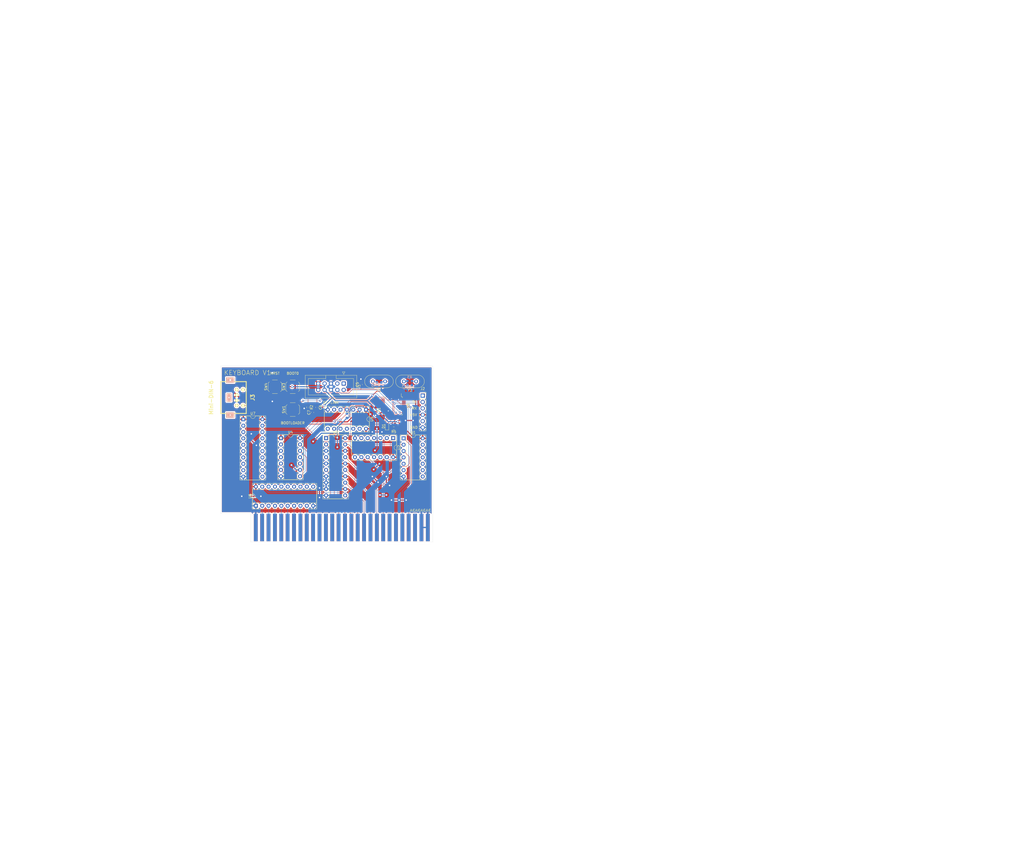
<source format=kicad_pcb>
(kicad_pcb (version 20171130) (host pcbnew 5.1.10)

  (general
    (thickness 1.6)
    (drawings 18)
    (tracks 408)
    (zones 0)
    (modules 30)
    (nets 129)
  )

  (page A4)
  (layers
    (0 F.Cu signal)
    (31 B.Cu signal)
    (32 B.Adhes user)
    (33 F.Adhes user)
    (34 B.Paste user)
    (35 F.Paste user)
    (36 B.SilkS user)
    (37 F.SilkS user)
    (38 B.Mask user)
    (39 F.Mask user)
    (40 Dwgs.User user)
    (41 Cmts.User user)
    (42 Eco1.User user)
    (43 Eco2.User user)
    (44 Edge.Cuts user)
    (45 Margin user)
    (46 B.CrtYd user)
    (47 F.CrtYd user)
    (48 B.Fab user)
    (49 F.Fab user)
  )

  (setup
    (last_trace_width 0.25)
    (user_trace_width 0.15)
    (user_trace_width 0.2)
    (user_trace_width 0.4)
    (user_trace_width 0.5)
    (user_trace_width 0.6)
    (trace_clearance 0.2)
    (zone_clearance 0.508)
    (zone_45_only no)
    (trace_min 0.127)
    (via_size 0.8)
    (via_drill 0.4)
    (via_min_size 0.6)
    (via_min_drill 0.3)
    (user_via 0.6 0.3)
    (user_via 0.9 0.4)
    (user_via 1 0.6)
    (uvia_size 0.3)
    (uvia_drill 0.1)
    (uvias_allowed no)
    (uvia_min_size 0.2)
    (uvia_min_drill 0.1)
    (edge_width 0.05)
    (segment_width 0.2)
    (pcb_text_width 0.3)
    (pcb_text_size 1.5 1.5)
    (mod_edge_width 0.12)
    (mod_text_size 1 1)
    (mod_text_width 0.15)
    (pad_size 1.524 1.524)
    (pad_drill 0.762)
    (pad_to_mask_clearance 0)
    (aux_axis_origin 0 0)
    (visible_elements 7FFFFFFF)
    (pcbplotparams
      (layerselection 0x010fc_ffffffff)
      (usegerberextensions true)
      (usegerberattributes true)
      (usegerberadvancedattributes false)
      (creategerberjobfile false)
      (excludeedgelayer true)
      (linewidth 0.100000)
      (plotframeref false)
      (viasonmask false)
      (mode 1)
      (useauxorigin false)
      (hpglpennumber 1)
      (hpglpenspeed 20)
      (hpglpendiameter 15.000000)
      (psnegative false)
      (psa4output false)
      (plotreference true)
      (plotvalue true)
      (plotinvisibletext false)
      (padsonsilk false)
      (subtractmaskfromsilk true)
      (outputformat 1)
      (mirror false)
      (drillshape 0)
      (scaleselection 1)
      (outputdirectory "Gerber"))
  )

  (net 0 "")
  (net 1 /RDY)
  (net 2 /KEYBOARD_DATA)
  (net 3 /KEYBOARD_CLK)
  (net 4 "Net-(U1-Pad4)")
  (net 5 "Net-(U1-Pad2)")
  (net 6 M1)
  (net 7 "Net-(U2-Pad6)")
  (net 8 "Net-(U2-Pad12)")
  (net 9 "Net-(U2-Pad11)")
  (net 10 "Net-(U2-Pad3)")
  (net 11 IOREQ)
  (net 12 "Net-(U2-Pad8)")
  (net 13 RD)
  (net 14 GND)
  (net 15 A4)
  (net 16 A3)
  (net 17 A7)
  (net 18 A2)
  (net 19 A6)
  (net 20 A1)
  (net 21 A5)
  (net 22 "Net-(U4-Pad13)")
  (net 23 "Net-(U4-Pad6)")
  (net 24 "Net-(U4-Pad12)")
  (net 25 "Net-(U4-Pad5)")
  (net 26 "Net-(U4-Pad11)")
  (net 27 "Net-(U4-Pad4)")
  (net 28 "Net-(U4-Pad10)")
  (net 29 "Net-(U4-Pad3)")
  (net 30 +5V)
  (net 31 "Net-(U5-Pad6)")
  (net 32 D0)
  (net 33 D1)
  (net 34 D2)
  (net 35 D3)
  (net 36 D4)
  (net 37 D5)
  (net 38 D6)
  (net 39 D7)
  (net 40 "Net-(U7-Pad9)")
  (net 41 "Net-(U7-Pad8)")
  (net 42 "Net-(U7-Pad17)")
  (net 43 "Net-(U7-Pad7)")
  (net 44 "Net-(U7-Pad16)")
  (net 45 "Net-(U7-Pad6)")
  (net 46 "Net-(U7-Pad15)")
  (net 47 "Net-(U7-Pad5)")
  (net 48 "Net-(U7-Pad14)")
  (net 49 "Net-(U7-Pad4)")
  (net 50 "Net-(U7-Pad13)")
  (net 51 "Net-(U7-Pad3)")
  (net 52 "Net-(U7-Pad12)")
  (net 53 "Net-(U7-Pad11)")
  (net 54 "Net-(B1-Pad2)")
  (net 55 "Net-(B1-Pad3)")
  (net 56 "Net-(B1-Pad4)")
  (net 57 "Net-(B1-Pad5)")
  (net 58 "Net-(B1-Pad6)")
  (net 59 "Net-(B1-Pad7)")
  (net 60 "Net-(B1-Pad8)")
  (net 61 "Net-(B1-Pad9)")
  (net 62 "Net-(B1-Pad22)")
  (net 63 "Net-(B1-Pad23)")
  (net 64 "Net-(B1-Pad24)")
  (net 65 "Net-(B1-Pad26)")
  (net 66 "Net-(B1-Pad31)")
  (net 67 "Net-(B1-Pad32)")
  (net 68 "Net-(B1-Pad35)")
  (net 69 "Net-(B1-Pad36)")
  (net 70 "Net-(B1-Pad38)")
  (net 71 "Net-(B1-Pad40)")
  (net 72 "Net-(B1-Pad41)")
  (net 73 "Net-(B1-Pad42)")
  (net 74 "Net-(B1-Pad43)")
  (net 75 A0)
  (net 76 +3V3)
  (net 77 SCL)
  (net 78 SDA)
  (net 79 "Net-(J3-Pad2)")
  (net 80 "Net-(J3-Pad6)")
  (net 81 "Net-(U4-Pad2)")
  (net 82 "Net-(U4-Pad8)")
  (net 83 /WAIT)
  (net 84 "Net-(U8-Pad46)")
  (net 85 "Net-(U8-Pad45)")
  (net 86 /BOOT0)
  (net 87 "Net-(U8-Pad41)")
  (net 88 "Net-(U8-Pad40)")
  (net 89 "Net-(U8-Pad39)")
  (net 90 "Net-(U8-Pad38)")
  (net 91 /SWCLK)
  (net 92 /SWDIO)
  (net 93 "Net-(U8-Pad33)")
  (net 94 "Net-(U8-Pad32)")
  (net 95 /RX)
  (net 96 /TX)
  (net 97 "Net-(U8-Pad28)")
  (net 98 "Net-(U8-Pad25)")
  (net 99 "Net-(U8-Pad22)")
  (net 100 "Net-(U8-Pad21)")
  (net 101 /BOOT1)
  (net 102 "Net-(U8-Pad19)")
  (net 103 "Net-(U8-Pad18)")
  (net 104 "Net-(U8-Pad12)")
  (net 105 "Net-(U8-Pad11)")
  (net 106 "Net-(U8-Pad10)")
  (net 107 /NRST)
  (net 108 /HSE_OUT)
  (net 109 /HSE_IN)
  (net 110 /LSE_OUT)
  (net 111 /LSE_IN)
  (net 112 "Net-(U8-Pad2)")
  (net 113 "Net-(U8-Pad1)")
  (net 114 "Net-(B1-Pad10)")
  (net 115 "Net-(B1-Pad11)")
  (net 116 "Net-(B1-Pad12)")
  (net 117 "Net-(B1-Pad13)")
  (net 118 "Net-(B1-Pad44)")
  (net 119 "Net-(B1-Pad46)")
  (net 120 "Net-(B1-Pad47)")
  (net 121 "Net-(B1-Pad45)")
  (net 122 "Net-(J1-Pad3)")
  (net 123 "Net-(J1-Pad1)")
  (net 124 "Net-(J2-Pad5)")
  (net 125 "Net-(J2-Pad1)")
  (net 126 "Net-(D1-Pad2)")
  (net 127 "Net-(D1-Pad1)")
  (net 128 /BOOTLOADER)

  (net_class Default "This is the default net class."
    (clearance 0.2)
    (trace_width 0.25)
    (via_dia 0.8)
    (via_drill 0.4)
    (uvia_dia 0.3)
    (uvia_drill 0.1)
    (add_net +3V3)
    (add_net +5V)
    (add_net /BOOT0)
    (add_net /BOOT1)
    (add_net /BOOTLOADER)
    (add_net /HSE_IN)
    (add_net /HSE_OUT)
    (add_net /KEYBOARD_CLK)
    (add_net /KEYBOARD_DATA)
    (add_net /LSE_IN)
    (add_net /LSE_OUT)
    (add_net /NRST)
    (add_net /RDY)
    (add_net /RX)
    (add_net /SWCLK)
    (add_net /SWDIO)
    (add_net /TX)
    (add_net /WAIT)
    (add_net A0)
    (add_net A1)
    (add_net A2)
    (add_net A3)
    (add_net A4)
    (add_net A5)
    (add_net A6)
    (add_net A7)
    (add_net D0)
    (add_net D1)
    (add_net D2)
    (add_net D3)
    (add_net D4)
    (add_net D5)
    (add_net D6)
    (add_net D7)
    (add_net GND)
    (add_net IOREQ)
    (add_net M1)
    (add_net "Net-(B1-Pad10)")
    (add_net "Net-(B1-Pad11)")
    (add_net "Net-(B1-Pad12)")
    (add_net "Net-(B1-Pad13)")
    (add_net "Net-(B1-Pad2)")
    (add_net "Net-(B1-Pad22)")
    (add_net "Net-(B1-Pad23)")
    (add_net "Net-(B1-Pad24)")
    (add_net "Net-(B1-Pad26)")
    (add_net "Net-(B1-Pad3)")
    (add_net "Net-(B1-Pad31)")
    (add_net "Net-(B1-Pad32)")
    (add_net "Net-(B1-Pad35)")
    (add_net "Net-(B1-Pad36)")
    (add_net "Net-(B1-Pad38)")
    (add_net "Net-(B1-Pad4)")
    (add_net "Net-(B1-Pad40)")
    (add_net "Net-(B1-Pad41)")
    (add_net "Net-(B1-Pad42)")
    (add_net "Net-(B1-Pad43)")
    (add_net "Net-(B1-Pad44)")
    (add_net "Net-(B1-Pad45)")
    (add_net "Net-(B1-Pad46)")
    (add_net "Net-(B1-Pad47)")
    (add_net "Net-(B1-Pad5)")
    (add_net "Net-(B1-Pad6)")
    (add_net "Net-(B1-Pad7)")
    (add_net "Net-(B1-Pad8)")
    (add_net "Net-(B1-Pad9)")
    (add_net "Net-(D1-Pad1)")
    (add_net "Net-(D1-Pad2)")
    (add_net "Net-(J1-Pad1)")
    (add_net "Net-(J1-Pad3)")
    (add_net "Net-(J2-Pad1)")
    (add_net "Net-(J2-Pad5)")
    (add_net "Net-(J3-Pad2)")
    (add_net "Net-(J3-Pad6)")
    (add_net "Net-(U1-Pad2)")
    (add_net "Net-(U1-Pad4)")
    (add_net "Net-(U2-Pad11)")
    (add_net "Net-(U2-Pad12)")
    (add_net "Net-(U2-Pad3)")
    (add_net "Net-(U2-Pad6)")
    (add_net "Net-(U2-Pad8)")
    (add_net "Net-(U4-Pad10)")
    (add_net "Net-(U4-Pad11)")
    (add_net "Net-(U4-Pad12)")
    (add_net "Net-(U4-Pad13)")
    (add_net "Net-(U4-Pad2)")
    (add_net "Net-(U4-Pad3)")
    (add_net "Net-(U4-Pad4)")
    (add_net "Net-(U4-Pad5)")
    (add_net "Net-(U4-Pad6)")
    (add_net "Net-(U4-Pad8)")
    (add_net "Net-(U5-Pad6)")
    (add_net "Net-(U7-Pad11)")
    (add_net "Net-(U7-Pad12)")
    (add_net "Net-(U7-Pad13)")
    (add_net "Net-(U7-Pad14)")
    (add_net "Net-(U7-Pad15)")
    (add_net "Net-(U7-Pad16)")
    (add_net "Net-(U7-Pad17)")
    (add_net "Net-(U7-Pad3)")
    (add_net "Net-(U7-Pad4)")
    (add_net "Net-(U7-Pad5)")
    (add_net "Net-(U7-Pad6)")
    (add_net "Net-(U7-Pad7)")
    (add_net "Net-(U7-Pad8)")
    (add_net "Net-(U7-Pad9)")
    (add_net "Net-(U8-Pad1)")
    (add_net "Net-(U8-Pad10)")
    (add_net "Net-(U8-Pad11)")
    (add_net "Net-(U8-Pad12)")
    (add_net "Net-(U8-Pad18)")
    (add_net "Net-(U8-Pad19)")
    (add_net "Net-(U8-Pad2)")
    (add_net "Net-(U8-Pad21)")
    (add_net "Net-(U8-Pad22)")
    (add_net "Net-(U8-Pad25)")
    (add_net "Net-(U8-Pad28)")
    (add_net "Net-(U8-Pad32)")
    (add_net "Net-(U8-Pad33)")
    (add_net "Net-(U8-Pad38)")
    (add_net "Net-(U8-Pad39)")
    (add_net "Net-(U8-Pad40)")
    (add_net "Net-(U8-Pad41)")
    (add_net "Net-(U8-Pad45)")
    (add_net "Net-(U8-Pad46)")
    (add_net RD)
    (add_net SCL)
    (add_net SDA)
  )

  (module Button_Switch_SMD:SW_SPST_SKQG_WithStem (layer F.Cu) (tedit 5ABAB6AF) (tstamp 60BBB8FA)
    (at 60.452 57.606 90)
    (descr "ALPS 5.2mm Square Low-profile Type (Surface Mount) SKQG Series, With stem, http://www.alps.com/prod/info/E/HTML/Tact/SurfaceMount/SKQG/SKQGAFE010.html")
    (tags "SPST Button Switch")
    (path /60C8F42A)
    (attr smd)
    (fp_text reference SW1 (at 0 -3.6 90) (layer F.SilkS)
      (effects (font (size 1 1) (thickness 0.15)))
    )
    (fp_text value SW_Push (at 0 3.6 90) (layer F.Fab)
      (effects (font (size 1 1) (thickness 0.15)))
    )
    (fp_line (start -1 -1.3) (end -1 1.3) (layer Dwgs.User) (width 0.05))
    (fp_line (start -4 -0.3) (end -3 -1.3) (layer Dwgs.User) (width 0.05))
    (fp_line (start -2.6 1.3) (end -1 -0.3) (layer Dwgs.User) (width 0.05))
    (fp_line (start -1 -1.3) (end -3.6 1.3) (layer Dwgs.User) (width 0.05))
    (fp_line (start -4 -1.3) (end -1 -1.3) (layer Dwgs.User) (width 0.05))
    (fp_line (start -1 1.3) (end -4 1.3) (layer Dwgs.User) (width 0.05))
    (fp_line (start -4 0.7) (end -2 -1.3) (layer Dwgs.User) (width 0.05))
    (fp_line (start -4 1.3) (end -4 -1.3) (layer Dwgs.User) (width 0.05))
    (fp_line (start -1 0.7) (end -1.6 1.3) (layer Dwgs.User) (width 0.05))
    (fp_line (start 4 0.7) (end 3.4 1.3) (layer Dwgs.User) (width 0.05))
    (fp_line (start 2.4 1.3) (end 4 -0.3) (layer Dwgs.User) (width 0.05))
    (fp_line (start 4 -1.3) (end 1.4 1.3) (layer Dwgs.User) (width 0.05))
    (fp_line (start 1 0.7) (end 3 -1.3) (layer Dwgs.User) (width 0.05))
    (fp_line (start 1 -0.3) (end 2 -1.3) (layer Dwgs.User) (width 0.05))
    (fp_line (start 1 -1.3) (end 4 -1.3) (layer Dwgs.User) (width 0.05))
    (fp_line (start 1 1.3) (end 1 -1.3) (layer Dwgs.User) (width 0.05))
    (fp_line (start 4 1.3) (end 1 1.3) (layer Dwgs.User) (width 0.05))
    (fp_line (start 4 -1.3) (end 4 1.3) (layer Dwgs.User) (width 0.05))
    (fp_line (start 0.95 -1.865) (end 1.865 -0.95) (layer F.Fab) (width 0.1))
    (fp_line (start -0.95 -1.865) (end -1.865 -0.95) (layer F.Fab) (width 0.1))
    (fp_line (start -0.95 1.865) (end -1.865 0.95) (layer F.Fab) (width 0.1))
    (fp_line (start 0.95 1.865) (end 1.865 0.95) (layer F.Fab) (width 0.1))
    (fp_line (start 1.45 2.72) (end 1.94 2.23) (layer F.SilkS) (width 0.12))
    (fp_line (start -1.45 2.72) (end 1.45 2.72) (layer F.SilkS) (width 0.12))
    (fp_line (start -1.45 2.72) (end -1.94 2.23) (layer F.SilkS) (width 0.12))
    (fp_line (start -1.45 -2.72) (end 1.45 -2.72) (layer F.SilkS) (width 0.12))
    (fp_line (start -1.45 -2.72) (end -1.94 -2.23) (layer F.SilkS) (width 0.12))
    (fp_line (start 2.72 1.04) (end 2.72 -1.04) (layer F.SilkS) (width 0.12))
    (fp_circle (center 0 0) (end 1 0) (layer F.Fab) (width 0.1))
    (fp_line (start 1.45 -2.72) (end 1.94 -2.23) (layer F.SilkS) (width 0.12))
    (fp_line (start -2.72 1.04) (end -2.72 -1.04) (layer F.SilkS) (width 0.12))
    (fp_line (start 1.865 -0.95) (end 1.865 0.95) (layer F.Fab) (width 0.1))
    (fp_line (start 0.95 1.865) (end -0.95 1.865) (layer F.Fab) (width 0.1))
    (fp_line (start -1.865 0.95) (end -1.865 -0.95) (layer F.Fab) (width 0.1))
    (fp_line (start -0.95 -1.865) (end 0.95 -1.865) (layer F.Fab) (width 0.1))
    (fp_line (start -4.25 2.85) (end 4.25 2.85) (layer F.CrtYd) (width 0.05))
    (fp_line (start 4.25 2.85) (end 4.25 -2.85) (layer F.CrtYd) (width 0.05))
    (fp_line (start 4.25 -2.85) (end -4.25 -2.85) (layer F.CrtYd) (width 0.05))
    (fp_line (start -4.25 -2.85) (end -4.25 2.85) (layer F.CrtYd) (width 0.05))
    (fp_line (start -1.4 -2.6) (end 1.4 -2.6) (layer F.Fab) (width 0.1))
    (fp_line (start -2.6 -1.4) (end -1.4 -2.6) (layer F.Fab) (width 0.1))
    (fp_line (start -2.6 1.4) (end -2.6 -1.4) (layer F.Fab) (width 0.1))
    (fp_line (start -1.4 2.6) (end -2.6 1.4) (layer F.Fab) (width 0.1))
    (fp_line (start 1.4 2.6) (end -1.4 2.6) (layer F.Fab) (width 0.1))
    (fp_line (start 2.6 1.4) (end 1.4 2.6) (layer F.Fab) (width 0.1))
    (fp_line (start 2.6 -1.4) (end 2.6 1.4) (layer F.Fab) (width 0.1))
    (fp_line (start 1.4 -2.6) (end 2.6 -1.4) (layer F.Fab) (width 0.1))
    (fp_text user "No F.Cu tracks" (at -2.5 0.2 90) (layer Cmts.User)
      (effects (font (size 0.2 0.2) (thickness 0.03)))
    )
    (fp_text user "KEEP-OUT ZONE" (at -2.5 -0.2 90) (layer Cmts.User)
      (effects (font (size 0.2 0.2) (thickness 0.03)))
    )
    (fp_text user "KEEP-OUT ZONE" (at 2.5 -0.2 90) (layer Cmts.User)
      (effects (font (size 0.2 0.2) (thickness 0.03)))
    )
    (fp_text user "No F.Cu tracks" (at 2.5 0.2 90) (layer Cmts.User)
      (effects (font (size 0.2 0.2) (thickness 0.03)))
    )
    (fp_text user %R (at 0 0 90) (layer F.Fab)
      (effects (font (size 0.4 0.4) (thickness 0.06)))
    )
    (pad 2 smd rect (at 3.1 1.85 90) (size 1.8 1.1) (layers F.Cu F.Paste F.Mask)
      (net 128 /BOOTLOADER))
    (pad 2 smd rect (at -3.1 1.85 90) (size 1.8 1.1) (layers F.Cu F.Paste F.Mask)
      (net 128 /BOOTLOADER))
    (pad 1 smd rect (at 3.1 -1.85 90) (size 1.8 1.1) (layers F.Cu F.Paste F.Mask)
      (net 76 +3V3))
    (pad 1 smd rect (at -3.1 -1.85 90) (size 1.8 1.1) (layers F.Cu F.Paste F.Mask)
      (net 76 +3V3))
    (model ${KISYS3DMOD}/Button_Switch_SMD.3dshapes/SW_SPST_SKQG_WithStem.wrl
      (at (xyz 0 0 0))
      (scale (xyz 1 1 1))
      (rotate (xyz 0 0 0))
    )
  )

  (module Capacitor_SMD:C_0603_1608Metric_Pad1.08x0.95mm_HandSolder (layer F.Cu) (tedit 5F68FEEF) (tstamp 60BBA350)
    (at 68.326 58.7745 90)
    (descr "Capacitor SMD 0603 (1608 Metric), square (rectangular) end terminal, IPC_7351 nominal with elongated pad for handsoldering. (Body size source: IPC-SM-782 page 76, https://www.pcb-3d.com/wordpress/wp-content/uploads/ipc-sm-782a_amendment_1_and_2.pdf), generated with kicad-footprint-generator")
    (tags "capacitor handsolder")
    (path /60C8F430)
    (attr smd)
    (fp_text reference C7 (at 0 -1.43 90) (layer F.SilkS)
      (effects (font (size 1 1) (thickness 0.15)))
    )
    (fp_text value 100n (at 0 1.43 90) (layer F.Fab)
      (effects (font (size 1 1) (thickness 0.15)))
    )
    (fp_line (start 1.65 0.73) (end -1.65 0.73) (layer F.CrtYd) (width 0.05))
    (fp_line (start 1.65 -0.73) (end 1.65 0.73) (layer F.CrtYd) (width 0.05))
    (fp_line (start -1.65 -0.73) (end 1.65 -0.73) (layer F.CrtYd) (width 0.05))
    (fp_line (start -1.65 0.73) (end -1.65 -0.73) (layer F.CrtYd) (width 0.05))
    (fp_line (start -0.146267 0.51) (end 0.146267 0.51) (layer F.SilkS) (width 0.12))
    (fp_line (start -0.146267 -0.51) (end 0.146267 -0.51) (layer F.SilkS) (width 0.12))
    (fp_line (start 0.8 0.4) (end -0.8 0.4) (layer F.Fab) (width 0.1))
    (fp_line (start 0.8 -0.4) (end 0.8 0.4) (layer F.Fab) (width 0.1))
    (fp_line (start -0.8 -0.4) (end 0.8 -0.4) (layer F.Fab) (width 0.1))
    (fp_line (start -0.8 0.4) (end -0.8 -0.4) (layer F.Fab) (width 0.1))
    (fp_text user %R (at 0 0 90) (layer F.Fab)
      (effects (font (size 0.4 0.4) (thickness 0.06)))
    )
    (pad 2 smd roundrect (at 0.8625 0 90) (size 1.075 0.95) (layers F.Cu F.Paste F.Mask) (roundrect_rratio 0.25)
      (net 76 +3V3))
    (pad 1 smd roundrect (at -0.8625 0 90) (size 1.075 0.95) (layers F.Cu F.Paste F.Mask) (roundrect_rratio 0.25)
      (net 128 /BOOTLOADER))
    (model ${KISYS3DMOD}/Capacitor_SMD.3dshapes/C_0603_1608Metric.wrl
      (at (xyz 0 0 0))
      (scale (xyz 1 1 1))
      (rotate (xyz 0 0 0))
    )
  )

  (module Resistor_SMD:R_0603_1608Metric_Pad0.98x0.95mm_HandSolder (layer F.Cu) (tedit 5F68FEEE) (tstamp 60BB8893)
    (at 100.7345 65.024 180)
    (descr "Resistor SMD 0603 (1608 Metric), square (rectangular) end terminal, IPC_7351 nominal with elongated pad for handsoldering. (Body size source: IPC-SM-782 page 72, https://www.pcb-3d.com/wordpress/wp-content/uploads/ipc-sm-782a_amendment_1_and_2.pdf), generated with kicad-footprint-generator")
    (tags "resistor handsolder")
    (path /60BDC5F7)
    (attr smd)
    (fp_text reference R5 (at 0 -1.43) (layer F.SilkS)
      (effects (font (size 1 1) (thickness 0.15)))
    )
    (fp_text value 330 (at 0 1.43) (layer F.Fab)
      (effects (font (size 1 1) (thickness 0.15)))
    )
    (fp_line (start 1.65 0.73) (end -1.65 0.73) (layer F.CrtYd) (width 0.05))
    (fp_line (start 1.65 -0.73) (end 1.65 0.73) (layer F.CrtYd) (width 0.05))
    (fp_line (start -1.65 -0.73) (end 1.65 -0.73) (layer F.CrtYd) (width 0.05))
    (fp_line (start -1.65 0.73) (end -1.65 -0.73) (layer F.CrtYd) (width 0.05))
    (fp_line (start -0.254724 0.5225) (end 0.254724 0.5225) (layer F.SilkS) (width 0.12))
    (fp_line (start -0.254724 -0.5225) (end 0.254724 -0.5225) (layer F.SilkS) (width 0.12))
    (fp_line (start 0.8 0.4125) (end -0.8 0.4125) (layer F.Fab) (width 0.1))
    (fp_line (start 0.8 -0.4125) (end 0.8 0.4125) (layer F.Fab) (width 0.1))
    (fp_line (start -0.8 -0.4125) (end 0.8 -0.4125) (layer F.Fab) (width 0.1))
    (fp_line (start -0.8 0.4125) (end -0.8 -0.4125) (layer F.Fab) (width 0.1))
    (fp_text user %R (at 0 0) (layer F.Fab)
      (effects (font (size 0.4 0.4) (thickness 0.06)))
    )
    (pad 2 smd roundrect (at 0.9125 0 180) (size 0.975 0.95) (layers F.Cu F.Paste F.Mask) (roundrect_rratio 0.25)
      (net 127 "Net-(D1-Pad1)"))
    (pad 1 smd roundrect (at -0.9125 0 180) (size 0.975 0.95) (layers F.Cu F.Paste F.Mask) (roundrect_rratio 0.25)
      (net 14 GND))
    (model ${KISYS3DMOD}/Resistor_SMD.3dshapes/R_0603_1608Metric.wrl
      (at (xyz 0 0 0))
      (scale (xyz 1 1 1))
      (rotate (xyz 0 0 0))
    )
  )

  (module LED_SMD:LED_0603_1608Metric (layer F.Cu) (tedit 5F68FEF1) (tstamp 60BB8D7B)
    (at 98.044 64.2365 90)
    (descr "LED SMD 0603 (1608 Metric), square (rectangular) end terminal, IPC_7351 nominal, (Body size source: http://www.tortai-tech.com/upload/download/2011102023233369053.pdf), generated with kicad-footprint-generator")
    (tags LED)
    (path /60BC99D2)
    (attr smd)
    (fp_text reference D1 (at 0 -1.43 90) (layer F.SilkS)
      (effects (font (size 1 1) (thickness 0.15)))
    )
    (fp_text value LED (at 0 1.43 90) (layer F.Fab)
      (effects (font (size 1 1) (thickness 0.15)))
    )
    (fp_line (start 1.48 0.73) (end -1.48 0.73) (layer F.CrtYd) (width 0.05))
    (fp_line (start 1.48 -0.73) (end 1.48 0.73) (layer F.CrtYd) (width 0.05))
    (fp_line (start -1.48 -0.73) (end 1.48 -0.73) (layer F.CrtYd) (width 0.05))
    (fp_line (start -1.48 0.73) (end -1.48 -0.73) (layer F.CrtYd) (width 0.05))
    (fp_line (start -1.485 0.735) (end 0.8 0.735) (layer F.SilkS) (width 0.12))
    (fp_line (start -1.485 -0.735) (end -1.485 0.735) (layer F.SilkS) (width 0.12))
    (fp_line (start 0.8 -0.735) (end -1.485 -0.735) (layer F.SilkS) (width 0.12))
    (fp_line (start 0.8 0.4) (end 0.8 -0.4) (layer F.Fab) (width 0.1))
    (fp_line (start -0.8 0.4) (end 0.8 0.4) (layer F.Fab) (width 0.1))
    (fp_line (start -0.8 -0.1) (end -0.8 0.4) (layer F.Fab) (width 0.1))
    (fp_line (start -0.5 -0.4) (end -0.8 -0.1) (layer F.Fab) (width 0.1))
    (fp_line (start 0.8 -0.4) (end -0.5 -0.4) (layer F.Fab) (width 0.1))
    (fp_text user %R (at 0 0 90) (layer F.Fab)
      (effects (font (size 0.4 0.4) (thickness 0.06)))
    )
    (pad 2 smd roundrect (at 0.7875 0 90) (size 0.875 0.95) (layers F.Cu F.Paste F.Mask) (roundrect_rratio 0.25)
      (net 126 "Net-(D1-Pad2)"))
    (pad 1 smd roundrect (at -0.7875 0 90) (size 0.875 0.95) (layers F.Cu F.Paste F.Mask) (roundrect_rratio 0.25)
      (net 127 "Net-(D1-Pad1)"))
    (model ${KISYS3DMOD}/LED_SMD.3dshapes/LED_0603_1608Metric.wrl
      (at (xyz 0 0 0))
      (scale (xyz 1 1 1))
      (rotate (xyz 0 0 0))
    )
  )

  (module Package_DIP:DIP-14_W7.62mm_Socket (layer F.Cu) (tedit 5A02E8C5) (tstamp 5FED761F)
    (at 89.662 57.658 270)
    (descr "14-lead though-hole mounted DIP package, row spacing 7.62 mm (300 mils), Socket")
    (tags "THT DIP DIL PDIP 2.54mm 7.62mm 300mil Socket")
    (path /5FEF73AC)
    (fp_text reference U5 (at 3.81 -2.33 90) (layer F.SilkS)
      (effects (font (size 1 1) (thickness 0.15)))
    )
    (fp_text value 74HC74 (at 3.81 17.57 90) (layer F.Fab)
      (effects (font (size 1 1) (thickness 0.15)))
    )
    (fp_line (start 9.15 -1.6) (end -1.55 -1.6) (layer F.CrtYd) (width 0.05))
    (fp_line (start 9.15 16.85) (end 9.15 -1.6) (layer F.CrtYd) (width 0.05))
    (fp_line (start -1.55 16.85) (end 9.15 16.85) (layer F.CrtYd) (width 0.05))
    (fp_line (start -1.55 -1.6) (end -1.55 16.85) (layer F.CrtYd) (width 0.05))
    (fp_line (start 8.95 -1.39) (end -1.33 -1.39) (layer F.SilkS) (width 0.12))
    (fp_line (start 8.95 16.63) (end 8.95 -1.39) (layer F.SilkS) (width 0.12))
    (fp_line (start -1.33 16.63) (end 8.95 16.63) (layer F.SilkS) (width 0.12))
    (fp_line (start -1.33 -1.39) (end -1.33 16.63) (layer F.SilkS) (width 0.12))
    (fp_line (start 6.46 -1.33) (end 4.81 -1.33) (layer F.SilkS) (width 0.12))
    (fp_line (start 6.46 16.57) (end 6.46 -1.33) (layer F.SilkS) (width 0.12))
    (fp_line (start 1.16 16.57) (end 6.46 16.57) (layer F.SilkS) (width 0.12))
    (fp_line (start 1.16 -1.33) (end 1.16 16.57) (layer F.SilkS) (width 0.12))
    (fp_line (start 2.81 -1.33) (end 1.16 -1.33) (layer F.SilkS) (width 0.12))
    (fp_line (start 8.89 -1.33) (end -1.27 -1.33) (layer F.Fab) (width 0.1))
    (fp_line (start 8.89 16.57) (end 8.89 -1.33) (layer F.Fab) (width 0.1))
    (fp_line (start -1.27 16.57) (end 8.89 16.57) (layer F.Fab) (width 0.1))
    (fp_line (start -1.27 -1.33) (end -1.27 16.57) (layer F.Fab) (width 0.1))
    (fp_line (start 0.635 -0.27) (end 1.635 -1.27) (layer F.Fab) (width 0.1))
    (fp_line (start 0.635 16.51) (end 0.635 -0.27) (layer F.Fab) (width 0.1))
    (fp_line (start 6.985 16.51) (end 0.635 16.51) (layer F.Fab) (width 0.1))
    (fp_line (start 6.985 -1.27) (end 6.985 16.51) (layer F.Fab) (width 0.1))
    (fp_line (start 1.635 -1.27) (end 6.985 -1.27) (layer F.Fab) (width 0.1))
    (fp_text user %R (at 3.81 7.62 90) (layer F.Fab)
      (effects (font (size 1 1) (thickness 0.15)))
    )
    (fp_arc (start 3.81 -1.33) (end 2.81 -1.33) (angle -180) (layer F.SilkS) (width 0.12))
    (pad 14 thru_hole oval (at 7.62 0 270) (size 1.6 1.6) (drill 0.8) (layers *.Cu *.Mask)
      (net 30 +5V))
    (pad 7 thru_hole oval (at 0 15.24 270) (size 1.6 1.6) (drill 0.8) (layers *.Cu *.Mask)
      (net 14 GND))
    (pad 13 thru_hole oval (at 7.62 2.54 270) (size 1.6 1.6) (drill 0.8) (layers *.Cu *.Mask))
    (pad 6 thru_hole oval (at 0 12.7 270) (size 1.6 1.6) (drill 0.8) (layers *.Cu *.Mask)
      (net 31 "Net-(U5-Pad6)"))
    (pad 12 thru_hole oval (at 7.62 5.08 270) (size 1.6 1.6) (drill 0.8) (layers *.Cu *.Mask))
    (pad 5 thru_hole oval (at 0 10.16 270) (size 1.6 1.6) (drill 0.8) (layers *.Cu *.Mask)
      (net 83 /WAIT))
    (pad 11 thru_hole oval (at 7.62 7.62 270) (size 1.6 1.6) (drill 0.8) (layers *.Cu *.Mask))
    (pad 4 thru_hole oval (at 0 7.62 270) (size 1.6 1.6) (drill 0.8) (layers *.Cu *.Mask)
      (net 1 /RDY))
    (pad 10 thru_hole oval (at 7.62 10.16 270) (size 1.6 1.6) (drill 0.8) (layers *.Cu *.Mask))
    (pad 3 thru_hole oval (at 0 5.08 270) (size 1.6 1.6) (drill 0.8) (layers *.Cu *.Mask)
      (net 12 "Net-(U2-Pad8)"))
    (pad 9 thru_hole oval (at 7.62 12.7 270) (size 1.6 1.6) (drill 0.8) (layers *.Cu *.Mask))
    (pad 2 thru_hole oval (at 0 2.54 270) (size 1.6 1.6) (drill 0.8) (layers *.Cu *.Mask)
      (net 14 GND))
    (pad 8 thru_hole oval (at 7.62 15.24 270) (size 1.6 1.6) (drill 0.8) (layers *.Cu *.Mask))
    (pad 1 thru_hole rect (at 0 0 270) (size 1.6 1.6) (drill 0.8) (layers *.Cu *.Mask)
      (net 30 +5V))
    (model ${KISYS3DMOD}/Package_DIP.3dshapes/DIP-14_W7.62mm_Socket.wrl
      (at (xyz 0 0 0))
      (scale (xyz 1 1 1))
      (rotate (xyz 0 0 0))
    )
  )

  (module Package_QFP:LQFP-48_7x7mm_P0.5mm (layer F.Cu) (tedit 5D9F72AF) (tstamp 60BAC716)
    (at 100.584 56.134 270)
    (descr "LQFP, 48 Pin (https://www.analog.com/media/en/technical-documentation/data-sheets/ltc2358-16.pdf), generated with kicad-footprint-generator ipc_gullwing_generator.py")
    (tags "LQFP QFP")
    (path /60B932FF)
    (attr smd)
    (fp_text reference U8 (at 0 -5.85 90) (layer F.SilkS)
      (effects (font (size 1 1) (thickness 0.15)))
    )
    (fp_text value STM32F103C8Tx (at 0 5.85 90) (layer F.Fab)
      (effects (font (size 1 1) (thickness 0.15)))
    )
    (fp_line (start 5.15 3.15) (end 5.15 0) (layer F.CrtYd) (width 0.05))
    (fp_line (start 3.75 3.15) (end 5.15 3.15) (layer F.CrtYd) (width 0.05))
    (fp_line (start 3.75 3.75) (end 3.75 3.15) (layer F.CrtYd) (width 0.05))
    (fp_line (start 3.15 3.75) (end 3.75 3.75) (layer F.CrtYd) (width 0.05))
    (fp_line (start 3.15 5.15) (end 3.15 3.75) (layer F.CrtYd) (width 0.05))
    (fp_line (start 0 5.15) (end 3.15 5.15) (layer F.CrtYd) (width 0.05))
    (fp_line (start -5.15 3.15) (end -5.15 0) (layer F.CrtYd) (width 0.05))
    (fp_line (start -3.75 3.15) (end -5.15 3.15) (layer F.CrtYd) (width 0.05))
    (fp_line (start -3.75 3.75) (end -3.75 3.15) (layer F.CrtYd) (width 0.05))
    (fp_line (start -3.15 3.75) (end -3.75 3.75) (layer F.CrtYd) (width 0.05))
    (fp_line (start -3.15 5.15) (end -3.15 3.75) (layer F.CrtYd) (width 0.05))
    (fp_line (start 0 5.15) (end -3.15 5.15) (layer F.CrtYd) (width 0.05))
    (fp_line (start 5.15 -3.15) (end 5.15 0) (layer F.CrtYd) (width 0.05))
    (fp_line (start 3.75 -3.15) (end 5.15 -3.15) (layer F.CrtYd) (width 0.05))
    (fp_line (start 3.75 -3.75) (end 3.75 -3.15) (layer F.CrtYd) (width 0.05))
    (fp_line (start 3.15 -3.75) (end 3.75 -3.75) (layer F.CrtYd) (width 0.05))
    (fp_line (start 3.15 -5.15) (end 3.15 -3.75) (layer F.CrtYd) (width 0.05))
    (fp_line (start 0 -5.15) (end 3.15 -5.15) (layer F.CrtYd) (width 0.05))
    (fp_line (start -5.15 -3.15) (end -5.15 0) (layer F.CrtYd) (width 0.05))
    (fp_line (start -3.75 -3.15) (end -5.15 -3.15) (layer F.CrtYd) (width 0.05))
    (fp_line (start -3.75 -3.75) (end -3.75 -3.15) (layer F.CrtYd) (width 0.05))
    (fp_line (start -3.15 -3.75) (end -3.75 -3.75) (layer F.CrtYd) (width 0.05))
    (fp_line (start -3.15 -5.15) (end -3.15 -3.75) (layer F.CrtYd) (width 0.05))
    (fp_line (start 0 -5.15) (end -3.15 -5.15) (layer F.CrtYd) (width 0.05))
    (fp_line (start -3.5 -2.5) (end -2.5 -3.5) (layer F.Fab) (width 0.1))
    (fp_line (start -3.5 3.5) (end -3.5 -2.5) (layer F.Fab) (width 0.1))
    (fp_line (start 3.5 3.5) (end -3.5 3.5) (layer F.Fab) (width 0.1))
    (fp_line (start 3.5 -3.5) (end 3.5 3.5) (layer F.Fab) (width 0.1))
    (fp_line (start -2.5 -3.5) (end 3.5 -3.5) (layer F.Fab) (width 0.1))
    (fp_line (start -3.61 -3.16) (end -4.9 -3.16) (layer F.SilkS) (width 0.12))
    (fp_line (start -3.61 -3.61) (end -3.61 -3.16) (layer F.SilkS) (width 0.12))
    (fp_line (start -3.16 -3.61) (end -3.61 -3.61) (layer F.SilkS) (width 0.12))
    (fp_line (start 3.61 -3.61) (end 3.61 -3.16) (layer F.SilkS) (width 0.12))
    (fp_line (start 3.16 -3.61) (end 3.61 -3.61) (layer F.SilkS) (width 0.12))
    (fp_line (start -3.61 3.61) (end -3.61 3.16) (layer F.SilkS) (width 0.12))
    (fp_line (start -3.16 3.61) (end -3.61 3.61) (layer F.SilkS) (width 0.12))
    (fp_line (start 3.61 3.61) (end 3.61 3.16) (layer F.SilkS) (width 0.12))
    (fp_line (start 3.16 3.61) (end 3.61 3.61) (layer F.SilkS) (width 0.12))
    (fp_text user %R (at 0 0 90) (layer F.Fab)
      (effects (font (size 1 1) (thickness 0.15)))
    )
    (pad 48 smd roundrect (at -2.75 -4.1625 270) (size 0.3 1.475) (layers F.Cu F.Paste F.Mask) (roundrect_rratio 0.25)
      (net 76 +3V3))
    (pad 47 smd roundrect (at -2.25 -4.1625 270) (size 0.3 1.475) (layers F.Cu F.Paste F.Mask) (roundrect_rratio 0.25)
      (net 14 GND))
    (pad 46 smd roundrect (at -1.75 -4.1625 270) (size 0.3 1.475) (layers F.Cu F.Paste F.Mask) (roundrect_rratio 0.25)
      (net 84 "Net-(U8-Pad46)"))
    (pad 45 smd roundrect (at -1.25 -4.1625 270) (size 0.3 1.475) (layers F.Cu F.Paste F.Mask) (roundrect_rratio 0.25)
      (net 85 "Net-(U8-Pad45)"))
    (pad 44 smd roundrect (at -0.75 -4.1625 270) (size 0.3 1.475) (layers F.Cu F.Paste F.Mask) (roundrect_rratio 0.25)
      (net 86 /BOOT0))
    (pad 43 smd roundrect (at -0.25 -4.1625 270) (size 0.3 1.475) (layers F.Cu F.Paste F.Mask) (roundrect_rratio 0.25)
      (net 78 SDA))
    (pad 42 smd roundrect (at 0.25 -4.1625 270) (size 0.3 1.475) (layers F.Cu F.Paste F.Mask) (roundrect_rratio 0.25)
      (net 77 SCL))
    (pad 41 smd roundrect (at 0.75 -4.1625 270) (size 0.3 1.475) (layers F.Cu F.Paste F.Mask) (roundrect_rratio 0.25)
      (net 87 "Net-(U8-Pad41)"))
    (pad 40 smd roundrect (at 1.25 -4.1625 270) (size 0.3 1.475) (layers F.Cu F.Paste F.Mask) (roundrect_rratio 0.25)
      (net 88 "Net-(U8-Pad40)"))
    (pad 39 smd roundrect (at 1.75 -4.1625 270) (size 0.3 1.475) (layers F.Cu F.Paste F.Mask) (roundrect_rratio 0.25)
      (net 89 "Net-(U8-Pad39)"))
    (pad 38 smd roundrect (at 2.25 -4.1625 270) (size 0.3 1.475) (layers F.Cu F.Paste F.Mask) (roundrect_rratio 0.25)
      (net 90 "Net-(U8-Pad38)"))
    (pad 37 smd roundrect (at 2.75 -4.1625 270) (size 0.3 1.475) (layers F.Cu F.Paste F.Mask) (roundrect_rratio 0.25)
      (net 91 /SWCLK))
    (pad 36 smd roundrect (at 4.1625 -2.75 270) (size 1.475 0.3) (layers F.Cu F.Paste F.Mask) (roundrect_rratio 0.25)
      (net 76 +3V3))
    (pad 35 smd roundrect (at 4.1625 -2.25 270) (size 1.475 0.3) (layers F.Cu F.Paste F.Mask) (roundrect_rratio 0.25)
      (net 14 GND))
    (pad 34 smd roundrect (at 4.1625 -1.75 270) (size 1.475 0.3) (layers F.Cu F.Paste F.Mask) (roundrect_rratio 0.25)
      (net 92 /SWDIO))
    (pad 33 smd roundrect (at 4.1625 -1.25 270) (size 1.475 0.3) (layers F.Cu F.Paste F.Mask) (roundrect_rratio 0.25)
      (net 93 "Net-(U8-Pad33)"))
    (pad 32 smd roundrect (at 4.1625 -0.75 270) (size 1.475 0.3) (layers F.Cu F.Paste F.Mask) (roundrect_rratio 0.25)
      (net 94 "Net-(U8-Pad32)"))
    (pad 31 smd roundrect (at 4.1625 -0.25 270) (size 1.475 0.3) (layers F.Cu F.Paste F.Mask) (roundrect_rratio 0.25)
      (net 95 /RX))
    (pad 30 smd roundrect (at 4.1625 0.25 270) (size 1.475 0.3) (layers F.Cu F.Paste F.Mask) (roundrect_rratio 0.25)
      (net 96 /TX))
    (pad 29 smd roundrect (at 4.1625 0.75 270) (size 1.475 0.3) (layers F.Cu F.Paste F.Mask) (roundrect_rratio 0.25)
      (net 126 "Net-(D1-Pad2)"))
    (pad 28 smd roundrect (at 4.1625 1.25 270) (size 1.475 0.3) (layers F.Cu F.Paste F.Mask) (roundrect_rratio 0.25)
      (net 97 "Net-(U8-Pad28)"))
    (pad 27 smd roundrect (at 4.1625 1.75 270) (size 1.475 0.3) (layers F.Cu F.Paste F.Mask) (roundrect_rratio 0.25)
      (net 2 /KEYBOARD_DATA))
    (pad 26 smd roundrect (at 4.1625 2.25 270) (size 1.475 0.3) (layers F.Cu F.Paste F.Mask) (roundrect_rratio 0.25)
      (net 3 /KEYBOARD_CLK))
    (pad 25 smd roundrect (at 4.1625 2.75 270) (size 1.475 0.3) (layers F.Cu F.Paste F.Mask) (roundrect_rratio 0.25)
      (net 98 "Net-(U8-Pad25)"))
    (pad 24 smd roundrect (at 2.75 4.1625 270) (size 0.3 1.475) (layers F.Cu F.Paste F.Mask) (roundrect_rratio 0.25)
      (net 76 +3V3))
    (pad 23 smd roundrect (at 2.25 4.1625 270) (size 0.3 1.475) (layers F.Cu F.Paste F.Mask) (roundrect_rratio 0.25)
      (net 14 GND))
    (pad 22 smd roundrect (at 1.75 4.1625 270) (size 0.3 1.475) (layers F.Cu F.Paste F.Mask) (roundrect_rratio 0.25)
      (net 99 "Net-(U8-Pad22)"))
    (pad 21 smd roundrect (at 1.25 4.1625 270) (size 0.3 1.475) (layers F.Cu F.Paste F.Mask) (roundrect_rratio 0.25)
      (net 100 "Net-(U8-Pad21)"))
    (pad 20 smd roundrect (at 0.75 4.1625 270) (size 0.3 1.475) (layers F.Cu F.Paste F.Mask) (roundrect_rratio 0.25)
      (net 101 /BOOT1))
    (pad 19 smd roundrect (at 0.25 4.1625 270) (size 0.3 1.475) (layers F.Cu F.Paste F.Mask) (roundrect_rratio 0.25)
      (net 102 "Net-(U8-Pad19)"))
    (pad 18 smd roundrect (at -0.25 4.1625 270) (size 0.3 1.475) (layers F.Cu F.Paste F.Mask) (roundrect_rratio 0.25)
      (net 103 "Net-(U8-Pad18)"))
    (pad 17 smd roundrect (at -0.75 4.1625 270) (size 0.3 1.475) (layers F.Cu F.Paste F.Mask) (roundrect_rratio 0.25)
      (net 81 "Net-(U4-Pad2)"))
    (pad 16 smd roundrect (at -1.25 4.1625 270) (size 0.3 1.475) (layers F.Cu F.Paste F.Mask) (roundrect_rratio 0.25)
      (net 1 /RDY))
    (pad 15 smd roundrect (at -1.75 4.1625 270) (size 0.3 1.475) (layers F.Cu F.Paste F.Mask) (roundrect_rratio 0.25)
      (net 82 "Net-(U4-Pad8)"))
    (pad 14 smd roundrect (at -2.25 4.1625 270) (size 0.3 1.475) (layers F.Cu F.Paste F.Mask) (roundrect_rratio 0.25)
      (net 83 /WAIT))
    (pad 13 smd roundrect (at -2.75 4.1625 270) (size 0.3 1.475) (layers F.Cu F.Paste F.Mask) (roundrect_rratio 0.25)
      (net 128 /BOOTLOADER))
    (pad 12 smd roundrect (at -4.1625 2.75 270) (size 1.475 0.3) (layers F.Cu F.Paste F.Mask) (roundrect_rratio 0.25)
      (net 104 "Net-(U8-Pad12)"))
    (pad 11 smd roundrect (at -4.1625 2.25 270) (size 1.475 0.3) (layers F.Cu F.Paste F.Mask) (roundrect_rratio 0.25)
      (net 105 "Net-(U8-Pad11)"))
    (pad 10 smd roundrect (at -4.1625 1.75 270) (size 1.475 0.3) (layers F.Cu F.Paste F.Mask) (roundrect_rratio 0.25)
      (net 106 "Net-(U8-Pad10)"))
    (pad 9 smd roundrect (at -4.1625 1.25 270) (size 1.475 0.3) (layers F.Cu F.Paste F.Mask) (roundrect_rratio 0.25)
      (net 76 +3V3))
    (pad 8 smd roundrect (at -4.1625 0.75 270) (size 1.475 0.3) (layers F.Cu F.Paste F.Mask) (roundrect_rratio 0.25)
      (net 14 GND))
    (pad 7 smd roundrect (at -4.1625 0.25 270) (size 1.475 0.3) (layers F.Cu F.Paste F.Mask) (roundrect_rratio 0.25)
      (net 107 /NRST))
    (pad 6 smd roundrect (at -4.1625 -0.25 270) (size 1.475 0.3) (layers F.Cu F.Paste F.Mask) (roundrect_rratio 0.25)
      (net 108 /HSE_OUT))
    (pad 5 smd roundrect (at -4.1625 -0.75 270) (size 1.475 0.3) (layers F.Cu F.Paste F.Mask) (roundrect_rratio 0.25)
      (net 109 /HSE_IN))
    (pad 4 smd roundrect (at -4.1625 -1.25 270) (size 1.475 0.3) (layers F.Cu F.Paste F.Mask) (roundrect_rratio 0.25)
      (net 110 /LSE_OUT))
    (pad 3 smd roundrect (at -4.1625 -1.75 270) (size 1.475 0.3) (layers F.Cu F.Paste F.Mask) (roundrect_rratio 0.25)
      (net 111 /LSE_IN))
    (pad 2 smd roundrect (at -4.1625 -2.25 270) (size 1.475 0.3) (layers F.Cu F.Paste F.Mask) (roundrect_rratio 0.25)
      (net 112 "Net-(U8-Pad2)"))
    (pad 1 smd roundrect (at -4.1625 -2.75 270) (size 1.475 0.3) (layers F.Cu F.Paste F.Mask) (roundrect_rratio 0.25)
      (net 113 "Net-(U8-Pad1)"))
    (model ${KISYS3DMOD}/Package_QFP.3dshapes/LQFP-48_7x7mm_P0.5mm.wrl
      (at (xyz 0 0 0))
      (scale (xyz 1 1 1))
      (rotate (xyz 0 0 0))
    )
  )

  (module Package_DIP:DIP-14_W7.62mm_Socket (layer F.Cu) (tedit 5A02E8C5) (tstamp 60BA92DF)
    (at 100.5 69 270)
    (descr "14-lead though-hole mounted DIP package, row spacing 7.62 mm (300 mils), Socket")
    (tags "THT DIP DIL PDIP 2.54mm 7.62mm 300mil Socket")
    (path /5FECFD61)
    (fp_text reference U2 (at 3.81 -2.33 90) (layer F.SilkS)
      (effects (font (size 1 1) (thickness 0.15)))
    )
    (fp_text value 7432 (at 3.81 17.57 90) (layer F.Fab)
      (effects (font (size 1 1) (thickness 0.15)))
    )
    (fp_line (start 9.15 -1.6) (end -1.55 -1.6) (layer F.CrtYd) (width 0.05))
    (fp_line (start 9.15 16.85) (end 9.15 -1.6) (layer F.CrtYd) (width 0.05))
    (fp_line (start -1.55 16.85) (end 9.15 16.85) (layer F.CrtYd) (width 0.05))
    (fp_line (start -1.55 -1.6) (end -1.55 16.85) (layer F.CrtYd) (width 0.05))
    (fp_line (start 8.95 -1.39) (end -1.33 -1.39) (layer F.SilkS) (width 0.12))
    (fp_line (start 8.95 16.63) (end 8.95 -1.39) (layer F.SilkS) (width 0.12))
    (fp_line (start -1.33 16.63) (end 8.95 16.63) (layer F.SilkS) (width 0.12))
    (fp_line (start -1.33 -1.39) (end -1.33 16.63) (layer F.SilkS) (width 0.12))
    (fp_line (start 6.46 -1.33) (end 4.81 -1.33) (layer F.SilkS) (width 0.12))
    (fp_line (start 6.46 16.57) (end 6.46 -1.33) (layer F.SilkS) (width 0.12))
    (fp_line (start 1.16 16.57) (end 6.46 16.57) (layer F.SilkS) (width 0.12))
    (fp_line (start 1.16 -1.33) (end 1.16 16.57) (layer F.SilkS) (width 0.12))
    (fp_line (start 2.81 -1.33) (end 1.16 -1.33) (layer F.SilkS) (width 0.12))
    (fp_line (start 8.89 -1.33) (end -1.27 -1.33) (layer F.Fab) (width 0.1))
    (fp_line (start 8.89 16.57) (end 8.89 -1.33) (layer F.Fab) (width 0.1))
    (fp_line (start -1.27 16.57) (end 8.89 16.57) (layer F.Fab) (width 0.1))
    (fp_line (start -1.27 -1.33) (end -1.27 16.57) (layer F.Fab) (width 0.1))
    (fp_line (start 0.635 -0.27) (end 1.635 -1.27) (layer F.Fab) (width 0.1))
    (fp_line (start 0.635 16.51) (end 0.635 -0.27) (layer F.Fab) (width 0.1))
    (fp_line (start 6.985 16.51) (end 0.635 16.51) (layer F.Fab) (width 0.1))
    (fp_line (start 6.985 -1.27) (end 6.985 16.51) (layer F.Fab) (width 0.1))
    (fp_line (start 1.635 -1.27) (end 6.985 -1.27) (layer F.Fab) (width 0.1))
    (fp_text user %R (at 3.81 7.62 90) (layer F.Fab)
      (effects (font (size 1 1) (thickness 0.15)))
    )
    (fp_arc (start 3.81 -1.33) (end 2.81 -1.33) (angle -180) (layer F.SilkS) (width 0.12))
    (pad 14 thru_hole oval (at 7.62 0 270) (size 1.6 1.6) (drill 0.8) (layers *.Cu *.Mask)
      (net 30 +5V))
    (pad 7 thru_hole oval (at 0 15.24 270) (size 1.6 1.6) (drill 0.8) (layers *.Cu *.Mask)
      (net 14 GND))
    (pad 13 thru_hole oval (at 7.62 2.54 270) (size 1.6 1.6) (drill 0.8) (layers *.Cu *.Mask)
      (net 4 "Net-(U1-Pad4)"))
    (pad 6 thru_hole oval (at 0 12.7 270) (size 1.6 1.6) (drill 0.8) (layers *.Cu *.Mask)
      (net 7 "Net-(U2-Pad6)"))
    (pad 12 thru_hole oval (at 7.62 5.08 270) (size 1.6 1.6) (drill 0.8) (layers *.Cu *.Mask)
      (net 8 "Net-(U2-Pad12)"))
    (pad 5 thru_hole oval (at 0 10.16 270) (size 1.6 1.6) (drill 0.8) (layers *.Cu *.Mask)
      (net 5 "Net-(U1-Pad2)"))
    (pad 11 thru_hole oval (at 7.62 7.62 270) (size 1.6 1.6) (drill 0.8) (layers *.Cu *.Mask)
      (net 9 "Net-(U2-Pad11)"))
    (pad 4 thru_hole oval (at 0 7.62 270) (size 1.6 1.6) (drill 0.8) (layers *.Cu *.Mask)
      (net 10 "Net-(U2-Pad3)"))
    (pad 10 thru_hole oval (at 7.62 10.16 270) (size 1.6 1.6) (drill 0.8) (layers *.Cu *.Mask)
      (net 75 A0))
    (pad 3 thru_hole oval (at 0 5.08 270) (size 1.6 1.6) (drill 0.8) (layers *.Cu *.Mask)
      (net 10 "Net-(U2-Pad3)"))
    (pad 9 thru_hole oval (at 7.62 12.7 270) (size 1.6 1.6) (drill 0.8) (layers *.Cu *.Mask)
      (net 8 "Net-(U2-Pad12)"))
    (pad 2 thru_hole oval (at 0 2.54 270) (size 1.6 1.6) (drill 0.8) (layers *.Cu *.Mask)
      (net 11 IOREQ))
    (pad 8 thru_hole oval (at 7.62 15.24 270) (size 1.6 1.6) (drill 0.8) (layers *.Cu *.Mask)
      (net 12 "Net-(U2-Pad8)"))
    (pad 1 thru_hole rect (at 0 0 270) (size 1.6 1.6) (drill 0.8) (layers *.Cu *.Mask)
      (net 13 RD))
    (model ${KISYS3DMOD}/Package_DIP.3dshapes/DIP-14_W7.62mm_Socket.wrl
      (at (xyz 0 0 0))
      (scale (xyz 1 1 1))
      (rotate (xyz 0 0 0))
    )
  )

  (module Connector_IDC:IDC-Header_2x05_P2.54mm_Vertical (layer F.Cu) (tedit 5EAC9A07) (tstamp 60BA5AA0)
    (at 80.772 47.244 270)
    (descr "Through hole IDC box header, 2x05, 2.54mm pitch, DIN 41651 / IEC 60603-13, double rows, https://docs.google.com/spreadsheets/d/16SsEcesNF15N3Lb4niX7dcUr-NY5_MFPQhobNuNppn4/edit#gid=0")
    (tags "Through hole vertical IDC box header THT 2x05 2.54mm double row")
    (path /60DF5F7E)
    (fp_text reference J1 (at 1.27 -6.1 90) (layer F.SilkS)
      (effects (font (size 1 1) (thickness 0.15)))
    )
    (fp_text value Conn_02x05_Odd_Even (at 1.27 16.26 90) (layer F.Fab)
      (effects (font (size 1 1) (thickness 0.15)))
    )
    (fp_line (start 6.22 -5.6) (end -3.68 -5.6) (layer F.CrtYd) (width 0.05))
    (fp_line (start 6.22 15.76) (end 6.22 -5.6) (layer F.CrtYd) (width 0.05))
    (fp_line (start -3.68 15.76) (end 6.22 15.76) (layer F.CrtYd) (width 0.05))
    (fp_line (start -3.68 -5.6) (end -3.68 15.76) (layer F.CrtYd) (width 0.05))
    (fp_line (start -4.68 0.5) (end -3.68 0) (layer F.SilkS) (width 0.12))
    (fp_line (start -4.68 -0.5) (end -4.68 0.5) (layer F.SilkS) (width 0.12))
    (fp_line (start -3.68 0) (end -4.68 -0.5) (layer F.SilkS) (width 0.12))
    (fp_line (start -1.98 7.13) (end -3.29 7.13) (layer F.SilkS) (width 0.12))
    (fp_line (start -1.98 7.13) (end -1.98 7.13) (layer F.SilkS) (width 0.12))
    (fp_line (start -1.98 14.07) (end -1.98 7.13) (layer F.SilkS) (width 0.12))
    (fp_line (start 4.52 14.07) (end -1.98 14.07) (layer F.SilkS) (width 0.12))
    (fp_line (start 4.52 -3.91) (end 4.52 14.07) (layer F.SilkS) (width 0.12))
    (fp_line (start -1.98 -3.91) (end 4.52 -3.91) (layer F.SilkS) (width 0.12))
    (fp_line (start -1.98 3.03) (end -1.98 -3.91) (layer F.SilkS) (width 0.12))
    (fp_line (start -3.29 3.03) (end -1.98 3.03) (layer F.SilkS) (width 0.12))
    (fp_line (start -3.29 15.37) (end -3.29 -5.21) (layer F.SilkS) (width 0.12))
    (fp_line (start 5.83 15.37) (end -3.29 15.37) (layer F.SilkS) (width 0.12))
    (fp_line (start 5.83 -5.21) (end 5.83 15.37) (layer F.SilkS) (width 0.12))
    (fp_line (start -3.29 -5.21) (end 5.83 -5.21) (layer F.SilkS) (width 0.12))
    (fp_line (start -1.98 7.13) (end -3.18 7.13) (layer F.Fab) (width 0.1))
    (fp_line (start -1.98 7.13) (end -1.98 7.13) (layer F.Fab) (width 0.1))
    (fp_line (start -1.98 14.07) (end -1.98 7.13) (layer F.Fab) (width 0.1))
    (fp_line (start 4.52 14.07) (end -1.98 14.07) (layer F.Fab) (width 0.1))
    (fp_line (start 4.52 -3.91) (end 4.52 14.07) (layer F.Fab) (width 0.1))
    (fp_line (start -1.98 -3.91) (end 4.52 -3.91) (layer F.Fab) (width 0.1))
    (fp_line (start -1.98 3.03) (end -1.98 -3.91) (layer F.Fab) (width 0.1))
    (fp_line (start -3.18 3.03) (end -1.98 3.03) (layer F.Fab) (width 0.1))
    (fp_line (start -3.18 15.26) (end -3.18 -4.1) (layer F.Fab) (width 0.1))
    (fp_line (start 5.72 15.26) (end -3.18 15.26) (layer F.Fab) (width 0.1))
    (fp_line (start 5.72 -5.1) (end 5.72 15.26) (layer F.Fab) (width 0.1))
    (fp_line (start -2.18 -5.1) (end 5.72 -5.1) (layer F.Fab) (width 0.1))
    (fp_line (start -3.18 -4.1) (end -2.18 -5.1) (layer F.Fab) (width 0.1))
    (fp_text user %R (at 1.27 5.08) (layer F.Fab)
      (effects (font (size 1 1) (thickness 0.15)))
    )
    (pad 10 thru_hole circle (at 2.54 10.16 270) (size 1.7 1.7) (drill 1) (layers *.Cu *.Mask)
      (net 30 +5V))
    (pad 8 thru_hole circle (at 2.54 7.62 270) (size 1.7 1.7) (drill 1) (layers *.Cu *.Mask)
      (net 76 +3V3))
    (pad 6 thru_hole circle (at 2.54 5.08 270) (size 1.7 1.7) (drill 1) (layers *.Cu *.Mask)
      (net 14 GND))
    (pad 4 thru_hole circle (at 2.54 2.54 270) (size 1.7 1.7) (drill 1) (layers *.Cu *.Mask)
      (net 92 /SWDIO))
    (pad 2 thru_hole circle (at 2.54 0 270) (size 1.7 1.7) (drill 1) (layers *.Cu *.Mask)
      (net 91 /SWCLK))
    (pad 9 thru_hole circle (at 0 10.16 270) (size 1.7 1.7) (drill 1) (layers *.Cu *.Mask)
      (net 30 +5V))
    (pad 7 thru_hole circle (at 0 7.62 270) (size 1.7 1.7) (drill 1) (layers *.Cu *.Mask)
      (net 76 +3V3))
    (pad 5 thru_hole circle (at 0 5.08 270) (size 1.7 1.7) (drill 1) (layers *.Cu *.Mask)
      (net 14 GND))
    (pad 3 thru_hole circle (at 0 2.54 270) (size 1.7 1.7) (drill 1) (layers *.Cu *.Mask)
      (net 122 "Net-(J1-Pad3)"))
    (pad 1 thru_hole roundrect (at 0 0 270) (size 1.7 1.7) (drill 1) (layers *.Cu *.Mask) (roundrect_rratio 0.1470588235294118)
      (net 123 "Net-(J1-Pad1)"))
    (model ${KISYS3DMOD}/Connector_IDC.3dshapes/IDC-Header_2x05_P2.54mm_Vertical.wrl
      (at (xyz 0 0 0))
      (scale (xyz 1 1 1))
      (rotate (xyz 0 0 0))
    )
  )

  (module Connector_PinSocket_2.54mm:PinSocket_1x06_P2.54mm_Vertical (layer F.Cu) (tedit 5A19A430) (tstamp 60BAE6A3)
    (at 112.268 52.07)
    (descr "Through hole straight socket strip, 1x06, 2.54mm pitch, single row (from Kicad 4.0.7), script generated")
    (tags "Through hole socket strip THT 1x06 2.54mm single row")
    (path /60F160C6)
    (fp_text reference J2 (at 0 -2.77) (layer F.SilkS)
      (effects (font (size 1 1) (thickness 0.15)))
    )
    (fp_text value Conn_01x06_Female (at 0 15.47) (layer F.Fab)
      (effects (font (size 1 1) (thickness 0.15)))
    )
    (fp_line (start -1.8 14.45) (end -1.8 -1.8) (layer F.CrtYd) (width 0.05))
    (fp_line (start 1.75 14.45) (end -1.8 14.45) (layer F.CrtYd) (width 0.05))
    (fp_line (start 1.75 -1.8) (end 1.75 14.45) (layer F.CrtYd) (width 0.05))
    (fp_line (start -1.8 -1.8) (end 1.75 -1.8) (layer F.CrtYd) (width 0.05))
    (fp_line (start 0 -1.33) (end 1.33 -1.33) (layer F.SilkS) (width 0.12))
    (fp_line (start 1.33 -1.33) (end 1.33 0) (layer F.SilkS) (width 0.12))
    (fp_line (start 1.33 1.27) (end 1.33 14.03) (layer F.SilkS) (width 0.12))
    (fp_line (start -1.33 14.03) (end 1.33 14.03) (layer F.SilkS) (width 0.12))
    (fp_line (start -1.33 1.27) (end -1.33 14.03) (layer F.SilkS) (width 0.12))
    (fp_line (start -1.33 1.27) (end 1.33 1.27) (layer F.SilkS) (width 0.12))
    (fp_line (start -1.27 13.97) (end -1.27 -1.27) (layer F.Fab) (width 0.1))
    (fp_line (start 1.27 13.97) (end -1.27 13.97) (layer F.Fab) (width 0.1))
    (fp_line (start 1.27 -0.635) (end 1.27 13.97) (layer F.Fab) (width 0.1))
    (fp_line (start 0.635 -1.27) (end 1.27 -0.635) (layer F.Fab) (width 0.1))
    (fp_line (start -1.27 -1.27) (end 0.635 -1.27) (layer F.Fab) (width 0.1))
    (fp_text user %R (at 0 6.35 90) (layer F.Fab)
      (effects (font (size 1 1) (thickness 0.15)))
    )
    (pad 6 thru_hole oval (at 0 12.7) (size 1.7 1.7) (drill 1) (layers *.Cu *.Mask)
      (net 14 GND))
    (pad 5 thru_hole oval (at 0 10.16) (size 1.7 1.7) (drill 1) (layers *.Cu *.Mask)
      (net 124 "Net-(J2-Pad5)"))
    (pad 4 thru_hole oval (at 0 7.62) (size 1.7 1.7) (drill 1) (layers *.Cu *.Mask)
      (net 30 +5V))
    (pad 3 thru_hole oval (at 0 5.08) (size 1.7 1.7) (drill 1) (layers *.Cu *.Mask)
      (net 95 /RX))
    (pad 2 thru_hole oval (at 0 2.54) (size 1.7 1.7) (drill 1) (layers *.Cu *.Mask)
      (net 96 /TX))
    (pad 1 thru_hole rect (at 0 0) (size 1.7 1.7) (drill 1) (layers *.Cu *.Mask)
      (net 125 "Net-(J2-Pad1)"))
    (model ${KISYS3DMOD}/Connector_PinSocket_2.54mm.3dshapes/PinSocket_1x06_P2.54mm_Vertical.wrl
      (at (xyz 0 0 0))
      (scale (xyz 1 1 1))
      (rotate (xyz 0 0 0))
    )
  )

  (module Crystal:Crystal_HC49-4H_Vertical (layer F.Cu) (tedit 5A1AD3B7) (tstamp 60BAC840)
    (at 109.642 46.394 180)
    (descr "Crystal THT HC-49-4H http://5hertz.com/pdfs/04404_D.pdf")
    (tags "THT crystalHC-49-4H")
    (path /61190010)
    (fp_text reference Y2 (at 2.44 -3.525) (layer F.SilkS)
      (effects (font (size 1 1) (thickness 0.15)))
    )
    (fp_text value 32.768kHz (at 2.44 3.525) (layer F.Fab)
      (effects (font (size 1 1) (thickness 0.15)))
    )
    (fp_line (start 8.5 -2.8) (end -3.6 -2.8) (layer F.CrtYd) (width 0.05))
    (fp_line (start 8.5 2.8) (end 8.5 -2.8) (layer F.CrtYd) (width 0.05))
    (fp_line (start -3.6 2.8) (end 8.5 2.8) (layer F.CrtYd) (width 0.05))
    (fp_line (start -3.6 -2.8) (end -3.6 2.8) (layer F.CrtYd) (width 0.05))
    (fp_line (start -0.76 2.525) (end 5.64 2.525) (layer F.SilkS) (width 0.12))
    (fp_line (start -0.76 -2.525) (end 5.64 -2.525) (layer F.SilkS) (width 0.12))
    (fp_line (start -0.56 2) (end 5.44 2) (layer F.Fab) (width 0.1))
    (fp_line (start -0.56 -2) (end 5.44 -2) (layer F.Fab) (width 0.1))
    (fp_line (start -0.76 2.325) (end 5.64 2.325) (layer F.Fab) (width 0.1))
    (fp_line (start -0.76 -2.325) (end 5.64 -2.325) (layer F.Fab) (width 0.1))
    (fp_arc (start 5.64 0) (end 5.64 -2.525) (angle 180) (layer F.SilkS) (width 0.12))
    (fp_arc (start -0.76 0) (end -0.76 -2.525) (angle -180) (layer F.SilkS) (width 0.12))
    (fp_arc (start 5.44 0) (end 5.44 -2) (angle 180) (layer F.Fab) (width 0.1))
    (fp_arc (start -0.56 0) (end -0.56 -2) (angle -180) (layer F.Fab) (width 0.1))
    (fp_arc (start 5.64 0) (end 5.64 -2.325) (angle 180) (layer F.Fab) (width 0.1))
    (fp_arc (start -0.76 0) (end -0.76 -2.325) (angle -180) (layer F.Fab) (width 0.1))
    (fp_text user %R (at 2.44 0) (layer F.Fab)
      (effects (font (size 1 1) (thickness 0.15)))
    )
    (pad 2 thru_hole circle (at 4.88 0 180) (size 1.5 1.5) (drill 0.8) (layers *.Cu *.Mask)
      (net 110 /LSE_OUT))
    (pad 1 thru_hole circle (at 0 0 180) (size 1.5 1.5) (drill 0.8) (layers *.Cu *.Mask)
      (net 111 /LSE_IN))
    (model ${KISYS3DMOD}/Crystal.3dshapes/Crystal_HC49-4H_Vertical.wrl
      (at (xyz 0 0 0))
      (scale (xyz 1 1 1))
      (rotate (xyz 0 0 0))
    )
  )

  (module Crystal:Crystal_HC49-4H_Vertical (layer F.Cu) (tedit 5A1AD3B7) (tstamp 60BABCE4)
    (at 97.282 46.394 180)
    (descr "Crystal THT HC-49-4H http://5hertz.com/pdfs/04404_D.pdf")
    (tags "THT crystalHC-49-4H")
    (path /610EF993)
    (fp_text reference Y1 (at 2.44 -3.525) (layer F.SilkS)
      (effects (font (size 1 1) (thickness 0.15)))
    )
    (fp_text value 8MHz (at 2.44 3.525) (layer F.Fab)
      (effects (font (size 1 1) (thickness 0.15)))
    )
    (fp_line (start 8.5 -2.8) (end -3.6 -2.8) (layer F.CrtYd) (width 0.05))
    (fp_line (start 8.5 2.8) (end 8.5 -2.8) (layer F.CrtYd) (width 0.05))
    (fp_line (start -3.6 2.8) (end 8.5 2.8) (layer F.CrtYd) (width 0.05))
    (fp_line (start -3.6 -2.8) (end -3.6 2.8) (layer F.CrtYd) (width 0.05))
    (fp_line (start -0.76 2.525) (end 5.64 2.525) (layer F.SilkS) (width 0.12))
    (fp_line (start -0.76 -2.525) (end 5.64 -2.525) (layer F.SilkS) (width 0.12))
    (fp_line (start -0.56 2) (end 5.44 2) (layer F.Fab) (width 0.1))
    (fp_line (start -0.56 -2) (end 5.44 -2) (layer F.Fab) (width 0.1))
    (fp_line (start -0.76 2.325) (end 5.64 2.325) (layer F.Fab) (width 0.1))
    (fp_line (start -0.76 -2.325) (end 5.64 -2.325) (layer F.Fab) (width 0.1))
    (fp_arc (start 5.64 0) (end 5.64 -2.525) (angle 180) (layer F.SilkS) (width 0.12))
    (fp_arc (start -0.76 0) (end -0.76 -2.525) (angle -180) (layer F.SilkS) (width 0.12))
    (fp_arc (start 5.44 0) (end 5.44 -2) (angle 180) (layer F.Fab) (width 0.1))
    (fp_arc (start -0.56 0) (end -0.56 -2) (angle -180) (layer F.Fab) (width 0.1))
    (fp_arc (start 5.64 0) (end 5.64 -2.325) (angle 180) (layer F.Fab) (width 0.1))
    (fp_arc (start -0.76 0) (end -0.76 -2.325) (angle -180) (layer F.Fab) (width 0.1))
    (fp_text user %R (at 2.44 0 180) (layer F.Fab)
      (effects (font (size 1 1) (thickness 0.15)))
    )
    (pad 2 thru_hole circle (at 4.88 0 180) (size 1.5 1.5) (drill 0.8) (layers *.Cu *.Mask)
      (net 108 /HSE_OUT))
    (pad 1 thru_hole circle (at 0 0 180) (size 1.5 1.5) (drill 0.8) (layers *.Cu *.Mask)
      (net 109 /HSE_IN))
    (model ${KISYS3DMOD}/Crystal.3dshapes/Crystal_HC49-4H_Vertical.wrl
      (at (xyz 0 0 0))
      (scale (xyz 1 1 1))
      (rotate (xyz 0 0 0))
    )
  )

  (module Button_Switch_SMD:SW_SPST_SKQG_WithStem (layer F.Cu) (tedit 5ABAB6AF) (tstamp 60B9DDEB)
    (at 53.34 48.514 90)
    (descr "ALPS 5.2mm Square Low-profile Type (Surface Mount) SKQG Series, With stem, http://www.alps.com/prod/info/E/HTML/Tact/SurfaceMount/SKQG/SKQGAFE010.html")
    (tags "SPST Button Switch")
    (path /612B4554)
    (attr smd)
    (fp_text reference SW4 (at 0 -3.6 90) (layer F.SilkS)
      (effects (font (size 1 1) (thickness 0.15)))
    )
    (fp_text value SW_Push (at 0 3.6 90) (layer F.Fab)
      (effects (font (size 1 1) (thickness 0.15)))
    )
    (fp_line (start -1 -1.3) (end -1 1.3) (layer Dwgs.User) (width 0.05))
    (fp_line (start -4 -0.3) (end -3 -1.3) (layer Dwgs.User) (width 0.05))
    (fp_line (start -2.6 1.3) (end -1 -0.3) (layer Dwgs.User) (width 0.05))
    (fp_line (start -1 -1.3) (end -3.6 1.3) (layer Dwgs.User) (width 0.05))
    (fp_line (start -4 -1.3) (end -1 -1.3) (layer Dwgs.User) (width 0.05))
    (fp_line (start -1 1.3) (end -4 1.3) (layer Dwgs.User) (width 0.05))
    (fp_line (start -4 0.7) (end -2 -1.3) (layer Dwgs.User) (width 0.05))
    (fp_line (start -4 1.3) (end -4 -1.3) (layer Dwgs.User) (width 0.05))
    (fp_line (start -1 0.7) (end -1.6 1.3) (layer Dwgs.User) (width 0.05))
    (fp_line (start 4 0.7) (end 3.4 1.3) (layer Dwgs.User) (width 0.05))
    (fp_line (start 2.4 1.3) (end 4 -0.3) (layer Dwgs.User) (width 0.05))
    (fp_line (start 4 -1.3) (end 1.4 1.3) (layer Dwgs.User) (width 0.05))
    (fp_line (start 1 0.7) (end 3 -1.3) (layer Dwgs.User) (width 0.05))
    (fp_line (start 1 -0.3) (end 2 -1.3) (layer Dwgs.User) (width 0.05))
    (fp_line (start 1 -1.3) (end 4 -1.3) (layer Dwgs.User) (width 0.05))
    (fp_line (start 1 1.3) (end 1 -1.3) (layer Dwgs.User) (width 0.05))
    (fp_line (start 4 1.3) (end 1 1.3) (layer Dwgs.User) (width 0.05))
    (fp_line (start 4 -1.3) (end 4 1.3) (layer Dwgs.User) (width 0.05))
    (fp_line (start 0.95 -1.865) (end 1.865 -0.95) (layer F.Fab) (width 0.1))
    (fp_line (start -0.95 -1.865) (end -1.865 -0.95) (layer F.Fab) (width 0.1))
    (fp_line (start -0.95 1.865) (end -1.865 0.95) (layer F.Fab) (width 0.1))
    (fp_line (start 0.95 1.865) (end 1.865 0.95) (layer F.Fab) (width 0.1))
    (fp_line (start 1.45 2.72) (end 1.94 2.23) (layer F.SilkS) (width 0.12))
    (fp_line (start -1.45 2.72) (end 1.45 2.72) (layer F.SilkS) (width 0.12))
    (fp_line (start -1.45 2.72) (end -1.94 2.23) (layer F.SilkS) (width 0.12))
    (fp_line (start -1.45 -2.72) (end 1.45 -2.72) (layer F.SilkS) (width 0.12))
    (fp_line (start -1.45 -2.72) (end -1.94 -2.23) (layer F.SilkS) (width 0.12))
    (fp_line (start 2.72 1.04) (end 2.72 -1.04) (layer F.SilkS) (width 0.12))
    (fp_circle (center 0 0) (end 1 0) (layer F.Fab) (width 0.1))
    (fp_line (start 1.45 -2.72) (end 1.94 -2.23) (layer F.SilkS) (width 0.12))
    (fp_line (start -2.72 1.04) (end -2.72 -1.04) (layer F.SilkS) (width 0.12))
    (fp_line (start 1.865 -0.95) (end 1.865 0.95) (layer F.Fab) (width 0.1))
    (fp_line (start 0.95 1.865) (end -0.95 1.865) (layer F.Fab) (width 0.1))
    (fp_line (start -1.865 0.95) (end -1.865 -0.95) (layer F.Fab) (width 0.1))
    (fp_line (start -0.95 -1.865) (end 0.95 -1.865) (layer F.Fab) (width 0.1))
    (fp_line (start -4.25 2.85) (end 4.25 2.85) (layer F.CrtYd) (width 0.05))
    (fp_line (start 4.25 2.85) (end 4.25 -2.85) (layer F.CrtYd) (width 0.05))
    (fp_line (start 4.25 -2.85) (end -4.25 -2.85) (layer F.CrtYd) (width 0.05))
    (fp_line (start -4.25 -2.85) (end -4.25 2.85) (layer F.CrtYd) (width 0.05))
    (fp_line (start -1.4 -2.6) (end 1.4 -2.6) (layer F.Fab) (width 0.1))
    (fp_line (start -2.6 -1.4) (end -1.4 -2.6) (layer F.Fab) (width 0.1))
    (fp_line (start -2.6 1.4) (end -2.6 -1.4) (layer F.Fab) (width 0.1))
    (fp_line (start -1.4 2.6) (end -2.6 1.4) (layer F.Fab) (width 0.1))
    (fp_line (start 1.4 2.6) (end -1.4 2.6) (layer F.Fab) (width 0.1))
    (fp_line (start 2.6 1.4) (end 1.4 2.6) (layer F.Fab) (width 0.1))
    (fp_line (start 2.6 -1.4) (end 2.6 1.4) (layer F.Fab) (width 0.1))
    (fp_line (start 1.4 -2.6) (end 2.6 -1.4) (layer F.Fab) (width 0.1))
    (fp_text user "No F.Cu tracks" (at -2.5 0.2 90) (layer Cmts.User)
      (effects (font (size 0.2 0.2) (thickness 0.03)))
    )
    (fp_text user "KEEP-OUT ZONE" (at -2.5 -0.2 90) (layer Cmts.User)
      (effects (font (size 0.2 0.2) (thickness 0.03)))
    )
    (fp_text user "KEEP-OUT ZONE" (at 2.5 -0.2 90) (layer Cmts.User)
      (effects (font (size 0.2 0.2) (thickness 0.03)))
    )
    (fp_text user "No F.Cu tracks" (at 2.5 0.2 90) (layer Cmts.User)
      (effects (font (size 0.2 0.2) (thickness 0.03)))
    )
    (fp_text user %R (at 0 0 90) (layer F.Fab)
      (effects (font (size 0.4 0.4) (thickness 0.06)))
    )
    (pad 2 smd rect (at 3.1 1.85 90) (size 1.8 1.1) (layers F.Cu F.Paste F.Mask)
      (net 107 /NRST))
    (pad 2 smd rect (at -3.1 1.85 90) (size 1.8 1.1) (layers F.Cu F.Paste F.Mask)
      (net 107 /NRST))
    (pad 1 smd rect (at 3.1 -1.85 90) (size 1.8 1.1) (layers F.Cu F.Paste F.Mask)
      (net 14 GND))
    (pad 1 smd rect (at -3.1 -1.85 90) (size 1.8 1.1) (layers F.Cu F.Paste F.Mask)
      (net 14 GND))
    (model ${KISYS3DMOD}/Button_Switch_SMD.3dshapes/SW_SPST_SKQG_WithStem.wrl
      (at (xyz 0 0 0))
      (scale (xyz 1 1 1))
      (rotate (xyz 0 0 0))
    )
  )

  (module Button_Switch_SMD:SW_SPST_SKQG_WithStem (layer F.Cu) (tedit 5ABAB6AF) (tstamp 60B9DDAF)
    (at 60.452 48.514 90)
    (descr "ALPS 5.2mm Square Low-profile Type (Surface Mount) SKQG Series, With stem, http://www.alps.com/prod/info/E/HTML/Tact/SurfaceMount/SKQG/SKQGAFE010.html")
    (tags "SPST Button Switch")
    (path /611D34F1)
    (attr smd)
    (fp_text reference SW3 (at 0 -3.6 90) (layer F.SilkS)
      (effects (font (size 1 1) (thickness 0.15)))
    )
    (fp_text value SW_Push (at 0 3.6 90) (layer F.Fab)
      (effects (font (size 1 1) (thickness 0.15)))
    )
    (fp_line (start -1 -1.3) (end -1 1.3) (layer Dwgs.User) (width 0.05))
    (fp_line (start -4 -0.3) (end -3 -1.3) (layer Dwgs.User) (width 0.05))
    (fp_line (start -2.6 1.3) (end -1 -0.3) (layer Dwgs.User) (width 0.05))
    (fp_line (start -1 -1.3) (end -3.6 1.3) (layer Dwgs.User) (width 0.05))
    (fp_line (start -4 -1.3) (end -1 -1.3) (layer Dwgs.User) (width 0.05))
    (fp_line (start -1 1.3) (end -4 1.3) (layer Dwgs.User) (width 0.05))
    (fp_line (start -4 0.7) (end -2 -1.3) (layer Dwgs.User) (width 0.05))
    (fp_line (start -4 1.3) (end -4 -1.3) (layer Dwgs.User) (width 0.05))
    (fp_line (start -1 0.7) (end -1.6 1.3) (layer Dwgs.User) (width 0.05))
    (fp_line (start 4 0.7) (end 3.4 1.3) (layer Dwgs.User) (width 0.05))
    (fp_line (start 2.4 1.3) (end 4 -0.3) (layer Dwgs.User) (width 0.05))
    (fp_line (start 4 -1.3) (end 1.4 1.3) (layer Dwgs.User) (width 0.05))
    (fp_line (start 1 0.7) (end 3 -1.3) (layer Dwgs.User) (width 0.05))
    (fp_line (start 1 -0.3) (end 2 -1.3) (layer Dwgs.User) (width 0.05))
    (fp_line (start 1 -1.3) (end 4 -1.3) (layer Dwgs.User) (width 0.05))
    (fp_line (start 1 1.3) (end 1 -1.3) (layer Dwgs.User) (width 0.05))
    (fp_line (start 4 1.3) (end 1 1.3) (layer Dwgs.User) (width 0.05))
    (fp_line (start 4 -1.3) (end 4 1.3) (layer Dwgs.User) (width 0.05))
    (fp_line (start 0.95 -1.865) (end 1.865 -0.95) (layer F.Fab) (width 0.1))
    (fp_line (start -0.95 -1.865) (end -1.865 -0.95) (layer F.Fab) (width 0.1))
    (fp_line (start -0.95 1.865) (end -1.865 0.95) (layer F.Fab) (width 0.1))
    (fp_line (start 0.95 1.865) (end 1.865 0.95) (layer F.Fab) (width 0.1))
    (fp_line (start 1.45 2.72) (end 1.94 2.23) (layer F.SilkS) (width 0.12))
    (fp_line (start -1.45 2.72) (end 1.45 2.72) (layer F.SilkS) (width 0.12))
    (fp_line (start -1.45 2.72) (end -1.94 2.23) (layer F.SilkS) (width 0.12))
    (fp_line (start -1.45 -2.72) (end 1.45 -2.72) (layer F.SilkS) (width 0.12))
    (fp_line (start -1.45 -2.72) (end -1.94 -2.23) (layer F.SilkS) (width 0.12))
    (fp_line (start 2.72 1.04) (end 2.72 -1.04) (layer F.SilkS) (width 0.12))
    (fp_circle (center 0 0) (end 1 0) (layer F.Fab) (width 0.1))
    (fp_line (start 1.45 -2.72) (end 1.94 -2.23) (layer F.SilkS) (width 0.12))
    (fp_line (start -2.72 1.04) (end -2.72 -1.04) (layer F.SilkS) (width 0.12))
    (fp_line (start 1.865 -0.95) (end 1.865 0.95) (layer F.Fab) (width 0.1))
    (fp_line (start 0.95 1.865) (end -0.95 1.865) (layer F.Fab) (width 0.1))
    (fp_line (start -1.865 0.95) (end -1.865 -0.95) (layer F.Fab) (width 0.1))
    (fp_line (start -0.95 -1.865) (end 0.95 -1.865) (layer F.Fab) (width 0.1))
    (fp_line (start -4.25 2.85) (end 4.25 2.85) (layer F.CrtYd) (width 0.05))
    (fp_line (start 4.25 2.85) (end 4.25 -2.85) (layer F.CrtYd) (width 0.05))
    (fp_line (start 4.25 -2.85) (end -4.25 -2.85) (layer F.CrtYd) (width 0.05))
    (fp_line (start -4.25 -2.85) (end -4.25 2.85) (layer F.CrtYd) (width 0.05))
    (fp_line (start -1.4 -2.6) (end 1.4 -2.6) (layer F.Fab) (width 0.1))
    (fp_line (start -2.6 -1.4) (end -1.4 -2.6) (layer F.Fab) (width 0.1))
    (fp_line (start -2.6 1.4) (end -2.6 -1.4) (layer F.Fab) (width 0.1))
    (fp_line (start -1.4 2.6) (end -2.6 1.4) (layer F.Fab) (width 0.1))
    (fp_line (start 1.4 2.6) (end -1.4 2.6) (layer F.Fab) (width 0.1))
    (fp_line (start 2.6 1.4) (end 1.4 2.6) (layer F.Fab) (width 0.1))
    (fp_line (start 2.6 -1.4) (end 2.6 1.4) (layer F.Fab) (width 0.1))
    (fp_line (start 1.4 -2.6) (end 2.6 -1.4) (layer F.Fab) (width 0.1))
    (fp_text user "No F.Cu tracks" (at -2.5 0.2 90) (layer Cmts.User)
      (effects (font (size 0.2 0.2) (thickness 0.03)))
    )
    (fp_text user "KEEP-OUT ZONE" (at -2.5 -0.2 90) (layer Cmts.User)
      (effects (font (size 0.2 0.2) (thickness 0.03)))
    )
    (fp_text user "KEEP-OUT ZONE" (at 2.5 -0.2 90) (layer Cmts.User)
      (effects (font (size 0.2 0.2) (thickness 0.03)))
    )
    (fp_text user "No F.Cu tracks" (at 2.5 0.2 90) (layer Cmts.User)
      (effects (font (size 0.2 0.2) (thickness 0.03)))
    )
    (fp_text user %R (at 0 0 90) (layer F.Fab)
      (effects (font (size 0.4 0.4) (thickness 0.06)))
    )
    (pad 2 smd rect (at 3.1 1.85 90) (size 1.8 1.1) (layers F.Cu F.Paste F.Mask)
      (net 86 /BOOT0))
    (pad 2 smd rect (at -3.1 1.85 90) (size 1.8 1.1) (layers F.Cu F.Paste F.Mask)
      (net 86 /BOOT0))
    (pad 1 smd rect (at 3.1 -1.85 90) (size 1.8 1.1) (layers F.Cu F.Paste F.Mask)
      (net 76 +3V3))
    (pad 1 smd rect (at -3.1 -1.85 90) (size 1.8 1.1) (layers F.Cu F.Paste F.Mask)
      (net 76 +3V3))
    (model ${KISYS3DMOD}/Button_Switch_SMD.3dshapes/SW_SPST_SKQG_WithStem.wrl
      (at (xyz 0 0 0))
      (scale (xyz 1 1 1))
      (rotate (xyz 0 0 0))
    )
  )

  (module Resistor_SMD:R_0603_1608Metric_Pad0.98x0.95mm_HandSolder (layer B.Cu) (tedit 5F68FEEE) (tstamp 60BABB9E)
    (at 82.042 60.0945 90)
    (descr "Resistor SMD 0603 (1608 Metric), square (rectangular) end terminal, IPC_7351 nominal with elongated pad for handsoldering. (Body size source: IPC-SM-782 page 72, https://www.pcb-3d.com/wordpress/wp-content/uploads/ipc-sm-782a_amendment_1_and_2.pdf), generated with kicad-footprint-generator")
    (tags "resistor handsolder")
    (path /60BF580C)
    (attr smd)
    (fp_text reference R4 (at 0 1.43 270) (layer B.SilkS)
      (effects (font (size 1 1) (thickness 0.15)) (justify mirror))
    )
    (fp_text value 10k (at 0 -1.43 270) (layer B.Fab)
      (effects (font (size 1 1) (thickness 0.15)) (justify mirror))
    )
    (fp_line (start 1.65 -0.73) (end -1.65 -0.73) (layer B.CrtYd) (width 0.05))
    (fp_line (start 1.65 0.73) (end 1.65 -0.73) (layer B.CrtYd) (width 0.05))
    (fp_line (start -1.65 0.73) (end 1.65 0.73) (layer B.CrtYd) (width 0.05))
    (fp_line (start -1.65 -0.73) (end -1.65 0.73) (layer B.CrtYd) (width 0.05))
    (fp_line (start -0.254724 -0.5225) (end 0.254724 -0.5225) (layer B.SilkS) (width 0.12))
    (fp_line (start -0.254724 0.5225) (end 0.254724 0.5225) (layer B.SilkS) (width 0.12))
    (fp_line (start 0.8 -0.4125) (end -0.8 -0.4125) (layer B.Fab) (width 0.1))
    (fp_line (start 0.8 0.4125) (end 0.8 -0.4125) (layer B.Fab) (width 0.1))
    (fp_line (start -0.8 0.4125) (end 0.8 0.4125) (layer B.Fab) (width 0.1))
    (fp_line (start -0.8 -0.4125) (end -0.8 0.4125) (layer B.Fab) (width 0.1))
    (fp_text user %R (at 0 0 270) (layer B.Fab)
      (effects (font (size 0.4 0.4) (thickness 0.06)) (justify mirror))
    )
    (pad 2 smd roundrect (at 0.9125 0 90) (size 0.975 0.95) (layers B.Cu B.Paste B.Mask) (roundrect_rratio 0.25)
      (net 1 /RDY))
    (pad 1 smd roundrect (at -0.9125 0 90) (size 0.975 0.95) (layers B.Cu B.Paste B.Mask) (roundrect_rratio 0.25)
      (net 30 +5V))
    (model ${KISYS3DMOD}/Resistor_SMD.3dshapes/R_0603_1608Metric.wrl
      (at (xyz 0 0 0))
      (scale (xyz 1 1 1))
      (rotate (xyz 0 0 0))
    )
  )

  (module Resistor_SMD:R_0603_1608Metric_Pad0.98x0.95mm_HandSolder (layer B.Cu) (tedit 5F68FEEE) (tstamp 60BAC80A)
    (at 107.0845 46.228 180)
    (descr "Resistor SMD 0603 (1608 Metric), square (rectangular) end terminal, IPC_7351 nominal with elongated pad for handsoldering. (Body size source: IPC-SM-782 page 72, https://www.pcb-3d.com/wordpress/wp-content/uploads/ipc-sm-782a_amendment_1_and_2.pdf), generated with kicad-footprint-generator")
    (tags "resistor handsolder")
    (path /61397A51)
    (attr smd)
    (fp_text reference R3 (at 0 1.43) (layer B.SilkS)
      (effects (font (size 1 1) (thickness 0.15)) (justify mirror))
    )
    (fp_text value 1M (at 0 -1.43) (layer B.Fab)
      (effects (font (size 1 1) (thickness 0.15)) (justify mirror))
    )
    (fp_line (start 1.65 -0.73) (end -1.65 -0.73) (layer B.CrtYd) (width 0.05))
    (fp_line (start 1.65 0.73) (end 1.65 -0.73) (layer B.CrtYd) (width 0.05))
    (fp_line (start -1.65 0.73) (end 1.65 0.73) (layer B.CrtYd) (width 0.05))
    (fp_line (start -1.65 -0.73) (end -1.65 0.73) (layer B.CrtYd) (width 0.05))
    (fp_line (start -0.254724 -0.5225) (end 0.254724 -0.5225) (layer B.SilkS) (width 0.12))
    (fp_line (start -0.254724 0.5225) (end 0.254724 0.5225) (layer B.SilkS) (width 0.12))
    (fp_line (start 0.8 -0.4125) (end -0.8 -0.4125) (layer B.Fab) (width 0.1))
    (fp_line (start 0.8 0.4125) (end 0.8 -0.4125) (layer B.Fab) (width 0.1))
    (fp_line (start -0.8 0.4125) (end 0.8 0.4125) (layer B.Fab) (width 0.1))
    (fp_line (start -0.8 -0.4125) (end -0.8 0.4125) (layer B.Fab) (width 0.1))
    (fp_text user %R (at 0 0) (layer B.Fab)
      (effects (font (size 0.4 0.4) (thickness 0.06)) (justify mirror))
    )
    (pad 2 smd roundrect (at 0.9125 0 180) (size 0.975 0.95) (layers B.Cu B.Paste B.Mask) (roundrect_rratio 0.25)
      (net 110 /LSE_OUT))
    (pad 1 smd roundrect (at -0.9125 0 180) (size 0.975 0.95) (layers B.Cu B.Paste B.Mask) (roundrect_rratio 0.25)
      (net 111 /LSE_IN))
    (model ${KISYS3DMOD}/Resistor_SMD.3dshapes/R_0603_1608Metric.wrl
      (at (xyz 0 0 0))
      (scale (xyz 1 1 1))
      (rotate (xyz 0 0 0))
    )
  )

  (module Resistor_SMD:R_0603_1608Metric_Pad0.98x0.95mm_HandSolder (layer F.Cu) (tedit 5F68FEEE) (tstamp 60BA74E0)
    (at 66.548 56.7455 270)
    (descr "Resistor SMD 0603 (1608 Metric), square (rectangular) end terminal, IPC_7351 nominal with elongated pad for handsoldering. (Body size source: IPC-SM-782 page 72, https://www.pcb-3d.com/wordpress/wp-content/uploads/ipc-sm-782a_amendment_1_and_2.pdf), generated with kicad-footprint-generator")
    (tags "resistor handsolder")
    (path /613977E6)
    (attr smd)
    (fp_text reference R2 (at 0 -1.43 90) (layer F.SilkS)
      (effects (font (size 1 1) (thickness 0.15)))
    )
    (fp_text value 10k (at 0 1.43 90) (layer F.Fab)
      (effects (font (size 1 1) (thickness 0.15)))
    )
    (fp_line (start 1.65 0.73) (end -1.65 0.73) (layer F.CrtYd) (width 0.05))
    (fp_line (start 1.65 -0.73) (end 1.65 0.73) (layer F.CrtYd) (width 0.05))
    (fp_line (start -1.65 -0.73) (end 1.65 -0.73) (layer F.CrtYd) (width 0.05))
    (fp_line (start -1.65 0.73) (end -1.65 -0.73) (layer F.CrtYd) (width 0.05))
    (fp_line (start -0.254724 0.5225) (end 0.254724 0.5225) (layer F.SilkS) (width 0.12))
    (fp_line (start -0.254724 -0.5225) (end 0.254724 -0.5225) (layer F.SilkS) (width 0.12))
    (fp_line (start 0.8 0.4125) (end -0.8 0.4125) (layer F.Fab) (width 0.1))
    (fp_line (start 0.8 -0.4125) (end 0.8 0.4125) (layer F.Fab) (width 0.1))
    (fp_line (start -0.8 -0.4125) (end 0.8 -0.4125) (layer F.Fab) (width 0.1))
    (fp_line (start -0.8 0.4125) (end -0.8 -0.4125) (layer F.Fab) (width 0.1))
    (fp_text user %R (at 0 0 90) (layer F.Fab)
      (effects (font (size 0.4 0.4) (thickness 0.06)))
    )
    (pad 2 smd roundrect (at 0.9125 0 270) (size 0.975 0.95) (layers F.Cu F.Paste F.Mask) (roundrect_rratio 0.25)
      (net 14 GND))
    (pad 1 smd roundrect (at -0.9125 0 270) (size 0.975 0.95) (layers F.Cu F.Paste F.Mask) (roundrect_rratio 0.25)
      (net 86 /BOOT0))
    (model ${KISYS3DMOD}/Resistor_SMD.3dshapes/R_0603_1608Metric.wrl
      (at (xyz 0 0 0))
      (scale (xyz 1 1 1))
      (rotate (xyz 0 0 0))
    )
  )

  (module Resistor_SMD:R_0603_1608Metric_Pad0.98x0.95mm_HandSolder (layer F.Cu) (tedit 5F68FEEE) (tstamp 60BAFD2D)
    (at 93.472 57.7615 270)
    (descr "Resistor SMD 0603 (1608 Metric), square (rectangular) end terminal, IPC_7351 nominal with elongated pad for handsoldering. (Body size source: IPC-SM-782 page 72, https://www.pcb-3d.com/wordpress/wp-content/uploads/ipc-sm-782a_amendment_1_and_2.pdf), generated with kicad-footprint-generator")
    (tags "resistor handsolder")
    (path /6126E67A)
    (attr smd)
    (fp_text reference R1 (at 0 -1.43 90) (layer F.SilkS)
      (effects (font (size 1 1) (thickness 0.15)))
    )
    (fp_text value 10k (at 0 1.43 90) (layer F.Fab)
      (effects (font (size 1 1) (thickness 0.15)))
    )
    (fp_line (start 1.65 0.73) (end -1.65 0.73) (layer F.CrtYd) (width 0.05))
    (fp_line (start 1.65 -0.73) (end 1.65 0.73) (layer F.CrtYd) (width 0.05))
    (fp_line (start -1.65 -0.73) (end 1.65 -0.73) (layer F.CrtYd) (width 0.05))
    (fp_line (start -1.65 0.73) (end -1.65 -0.73) (layer F.CrtYd) (width 0.05))
    (fp_line (start -0.254724 0.5225) (end 0.254724 0.5225) (layer F.SilkS) (width 0.12))
    (fp_line (start -0.254724 -0.5225) (end 0.254724 -0.5225) (layer F.SilkS) (width 0.12))
    (fp_line (start 0.8 0.4125) (end -0.8 0.4125) (layer F.Fab) (width 0.1))
    (fp_line (start 0.8 -0.4125) (end 0.8 0.4125) (layer F.Fab) (width 0.1))
    (fp_line (start -0.8 -0.4125) (end 0.8 -0.4125) (layer F.Fab) (width 0.1))
    (fp_line (start -0.8 0.4125) (end -0.8 -0.4125) (layer F.Fab) (width 0.1))
    (fp_text user %R (at 0 0 90) (layer F.Fab)
      (effects (font (size 0.4 0.4) (thickness 0.06)))
    )
    (pad 2 smd roundrect (at 0.9125 0 270) (size 0.975 0.95) (layers F.Cu F.Paste F.Mask) (roundrect_rratio 0.25)
      (net 14 GND))
    (pad 1 smd roundrect (at -0.9125 0 270) (size 0.975 0.95) (layers F.Cu F.Paste F.Mask) (roundrect_rratio 0.25)
      (net 101 /BOOT1))
    (model ${KISYS3DMOD}/Resistor_SMD.3dshapes/R_0603_1608Metric.wrl
      (at (xyz 0 0 0))
      (scale (xyz 1 1 1))
      (rotate (xyz 0 0 0))
    )
  )

  (module Capacitor_SMD:C_0603_1608Metric_Pad1.08x0.95mm_HandSolder (layer F.Cu) (tedit 5F68FEEF) (tstamp 60BB0178)
    (at 70.104 56.7425 270)
    (descr "Capacitor SMD 0603 (1608 Metric), square (rectangular) end terminal, IPC_7351 nominal with elongated pad for handsoldering. (Body size source: IPC-SM-782 page 76, https://www.pcb-3d.com/wordpress/wp-content/uploads/ipc-sm-782a_amendment_1_and_2.pdf), generated with kicad-footprint-generator")
    (tags "capacitor handsolder")
    (path /611D4C42)
    (attr smd)
    (fp_text reference C6 (at 0 -1.43 90) (layer F.SilkS)
      (effects (font (size 1 1) (thickness 0.15)))
    )
    (fp_text value 100n (at 0 1.43 90) (layer F.Fab)
      (effects (font (size 1 1) (thickness 0.15)))
    )
    (fp_line (start 1.65 0.73) (end -1.65 0.73) (layer F.CrtYd) (width 0.05))
    (fp_line (start 1.65 -0.73) (end 1.65 0.73) (layer F.CrtYd) (width 0.05))
    (fp_line (start -1.65 -0.73) (end 1.65 -0.73) (layer F.CrtYd) (width 0.05))
    (fp_line (start -1.65 0.73) (end -1.65 -0.73) (layer F.CrtYd) (width 0.05))
    (fp_line (start -0.146267 0.51) (end 0.146267 0.51) (layer F.SilkS) (width 0.12))
    (fp_line (start -0.146267 -0.51) (end 0.146267 -0.51) (layer F.SilkS) (width 0.12))
    (fp_line (start 0.8 0.4) (end -0.8 0.4) (layer F.Fab) (width 0.1))
    (fp_line (start 0.8 -0.4) (end 0.8 0.4) (layer F.Fab) (width 0.1))
    (fp_line (start -0.8 -0.4) (end 0.8 -0.4) (layer F.Fab) (width 0.1))
    (fp_line (start -0.8 0.4) (end -0.8 -0.4) (layer F.Fab) (width 0.1))
    (fp_text user %R (at 0 0 90) (layer F.Fab)
      (effects (font (size 0.4 0.4) (thickness 0.06)))
    )
    (pad 2 smd roundrect (at 0.8625 0 270) (size 1.075 0.95) (layers F.Cu F.Paste F.Mask) (roundrect_rratio 0.25)
      (net 76 +3V3))
    (pad 1 smd roundrect (at -0.8625 0 270) (size 1.075 0.95) (layers F.Cu F.Paste F.Mask) (roundrect_rratio 0.25)
      (net 86 /BOOT0))
    (model ${KISYS3DMOD}/Capacitor_SMD.3dshapes/C_0603_1608Metric.wrl
      (at (xyz 0 0 0))
      (scale (xyz 1 1 1))
      (rotate (xyz 0 0 0))
    )
  )

  (module Capacitor_SMD:C_0603_1608Metric_Pad1.08x0.95mm_HandSolder (layer F.Cu) (tedit 5F68FEEF) (tstamp 60B9DA9F)
    (at 87.63 47.6515 90)
    (descr "Capacitor SMD 0603 (1608 Metric), square (rectangular) end terminal, IPC_7351 nominal with elongated pad for handsoldering. (Body size source: IPC-SM-782 page 76, https://www.pcb-3d.com/wordpress/wp-content/uploads/ipc-sm-782a_amendment_1_and_2.pdf), generated with kicad-footprint-generator")
    (tags "capacitor handsolder")
    (path /612B455A)
    (attr smd)
    (fp_text reference C5 (at 0 -1.43 270) (layer F.SilkS)
      (effects (font (size 1 1) (thickness 0.15)))
    )
    (fp_text value 100n (at 0 1.43 90) (layer F.Fab)
      (effects (font (size 1 1) (thickness 0.15)))
    )
    (fp_line (start 1.65 0.73) (end -1.65 0.73) (layer F.CrtYd) (width 0.05))
    (fp_line (start 1.65 -0.73) (end 1.65 0.73) (layer F.CrtYd) (width 0.05))
    (fp_line (start -1.65 -0.73) (end 1.65 -0.73) (layer F.CrtYd) (width 0.05))
    (fp_line (start -1.65 0.73) (end -1.65 -0.73) (layer F.CrtYd) (width 0.05))
    (fp_line (start -0.146267 0.51) (end 0.146267 0.51) (layer F.SilkS) (width 0.12))
    (fp_line (start -0.146267 -0.51) (end 0.146267 -0.51) (layer F.SilkS) (width 0.12))
    (fp_line (start 0.8 0.4) (end -0.8 0.4) (layer F.Fab) (width 0.1))
    (fp_line (start 0.8 -0.4) (end 0.8 0.4) (layer F.Fab) (width 0.1))
    (fp_line (start -0.8 -0.4) (end 0.8 -0.4) (layer F.Fab) (width 0.1))
    (fp_line (start -0.8 0.4) (end -0.8 -0.4) (layer F.Fab) (width 0.1))
    (fp_text user %R (at 0 0 90) (layer F.Fab)
      (effects (font (size 0.4 0.4) (thickness 0.06)))
    )
    (pad 2 smd roundrect (at 0.8625 0 90) (size 1.075 0.95) (layers F.Cu F.Paste F.Mask) (roundrect_rratio 0.25)
      (net 14 GND))
    (pad 1 smd roundrect (at -0.8625 0 90) (size 1.075 0.95) (layers F.Cu F.Paste F.Mask) (roundrect_rratio 0.25)
      (net 107 /NRST))
    (model ${KISYS3DMOD}/Capacitor_SMD.3dshapes/C_0603_1608Metric.wrl
      (at (xyz 0 0 0))
      (scale (xyz 1 1 1))
      (rotate (xyz 0 0 0))
    )
  )

  (module Capacitor_SMD:C_0603_1608Metric_Pad1.08x0.95mm_HandSolder (layer B.Cu) (tedit 5F68FEEF) (tstamp 60BACFE6)
    (at 106.172 48.6675 270)
    (descr "Capacitor SMD 0603 (1608 Metric), square (rectangular) end terminal, IPC_7351 nominal with elongated pad for handsoldering. (Body size source: IPC-SM-782 page 76, https://www.pcb-3d.com/wordpress/wp-content/uploads/ipc-sm-782a_amendment_1_and_2.pdf), generated with kicad-footprint-generator")
    (tags "capacitor handsolder")
    (path /61190026)
    (attr smd)
    (fp_text reference C4 (at 0 1.43 90) (layer B.SilkS)
      (effects (font (size 1 1) (thickness 0.15)) (justify mirror))
    )
    (fp_text value 20p (at 0 -1.43 90) (layer B.Fab)
      (effects (font (size 1 1) (thickness 0.15)) (justify mirror))
    )
    (fp_line (start 1.65 -0.73) (end -1.65 -0.73) (layer B.CrtYd) (width 0.05))
    (fp_line (start 1.65 0.73) (end 1.65 -0.73) (layer B.CrtYd) (width 0.05))
    (fp_line (start -1.65 0.73) (end 1.65 0.73) (layer B.CrtYd) (width 0.05))
    (fp_line (start -1.65 -0.73) (end -1.65 0.73) (layer B.CrtYd) (width 0.05))
    (fp_line (start -0.146267 -0.51) (end 0.146267 -0.51) (layer B.SilkS) (width 0.12))
    (fp_line (start -0.146267 0.51) (end 0.146267 0.51) (layer B.SilkS) (width 0.12))
    (fp_line (start 0.8 -0.4) (end -0.8 -0.4) (layer B.Fab) (width 0.1))
    (fp_line (start 0.8 0.4) (end 0.8 -0.4) (layer B.Fab) (width 0.1))
    (fp_line (start -0.8 0.4) (end 0.8 0.4) (layer B.Fab) (width 0.1))
    (fp_line (start -0.8 -0.4) (end -0.8 0.4) (layer B.Fab) (width 0.1))
    (fp_text user %R (at 0 0 90) (layer B.Fab)
      (effects (font (size 0.4 0.4) (thickness 0.06)) (justify mirror))
    )
    (pad 2 smd roundrect (at 0.8625 0 270) (size 1.075 0.95) (layers B.Cu B.Paste B.Mask) (roundrect_rratio 0.25)
      (net 14 GND))
    (pad 1 smd roundrect (at -0.8625 0 270) (size 1.075 0.95) (layers B.Cu B.Paste B.Mask) (roundrect_rratio 0.25)
      (net 110 /LSE_OUT))
    (model ${KISYS3DMOD}/Capacitor_SMD.3dshapes/C_0603_1608Metric.wrl
      (at (xyz 0 0 0))
      (scale (xyz 1 1 1))
      (rotate (xyz 0 0 0))
    )
  )

  (module Capacitor_SMD:C_0603_1608Metric_Pad1.08x0.95mm_HandSolder (layer B.Cu) (tedit 5F68FEEF) (tstamp 60BAC87C)
    (at 107.95 48.6675 270)
    (descr "Capacitor SMD 0603 (1608 Metric), square (rectangular) end terminal, IPC_7351 nominal with elongated pad for handsoldering. (Body size source: IPC-SM-782 page 76, https://www.pcb-3d.com/wordpress/wp-content/uploads/ipc-sm-782a_amendment_1_and_2.pdf), generated with kicad-footprint-generator")
    (tags "capacitor handsolder")
    (path /61190020)
    (attr smd)
    (fp_text reference C3 (at 0 1.43 90) (layer B.SilkS)
      (effects (font (size 1 1) (thickness 0.15)) (justify mirror))
    )
    (fp_text value 20p (at 0 -1.43 90) (layer B.Fab)
      (effects (font (size 1 1) (thickness 0.15)) (justify mirror))
    )
    (fp_line (start 1.65 -0.73) (end -1.65 -0.73) (layer B.CrtYd) (width 0.05))
    (fp_line (start 1.65 0.73) (end 1.65 -0.73) (layer B.CrtYd) (width 0.05))
    (fp_line (start -1.65 0.73) (end 1.65 0.73) (layer B.CrtYd) (width 0.05))
    (fp_line (start -1.65 -0.73) (end -1.65 0.73) (layer B.CrtYd) (width 0.05))
    (fp_line (start -0.146267 -0.51) (end 0.146267 -0.51) (layer B.SilkS) (width 0.12))
    (fp_line (start -0.146267 0.51) (end 0.146267 0.51) (layer B.SilkS) (width 0.12))
    (fp_line (start 0.8 -0.4) (end -0.8 -0.4) (layer B.Fab) (width 0.1))
    (fp_line (start 0.8 0.4) (end 0.8 -0.4) (layer B.Fab) (width 0.1))
    (fp_line (start -0.8 0.4) (end 0.8 0.4) (layer B.Fab) (width 0.1))
    (fp_line (start -0.8 -0.4) (end -0.8 0.4) (layer B.Fab) (width 0.1))
    (fp_text user %R (at 0 0 90) (layer B.Fab)
      (effects (font (size 0.4 0.4) (thickness 0.06)) (justify mirror))
    )
    (pad 2 smd roundrect (at 0.8625 0 270) (size 1.075 0.95) (layers B.Cu B.Paste B.Mask) (roundrect_rratio 0.25)
      (net 14 GND))
    (pad 1 smd roundrect (at -0.8625 0 270) (size 1.075 0.95) (layers B.Cu B.Paste B.Mask) (roundrect_rratio 0.25)
      (net 111 /LSE_IN))
    (model ${KISYS3DMOD}/Capacitor_SMD.3dshapes/C_0603_1608Metric.wrl
      (at (xyz 0 0 0))
      (scale (xyz 1 1 1))
      (rotate (xyz 0 0 0))
    )
  )

  (module Capacitor_SMD:C_0603_1608Metric_Pad1.08x0.95mm_HandSolder (layer B.Cu) (tedit 5F68FEEF) (tstamp 60BACEAC)
    (at 93.98 47.5985 270)
    (descr "Capacitor SMD 0603 (1608 Metric), square (rectangular) end terminal, IPC_7351 nominal with elongated pad for handsoldering. (Body size source: IPC-SM-782 page 76, https://www.pcb-3d.com/wordpress/wp-content/uploads/ipc-sm-782a_amendment_1_and_2.pdf), generated with kicad-footprint-generator")
    (tags "capacitor handsolder")
    (path /6115762F)
    (attr smd)
    (fp_text reference C2 (at 0 1.43 270) (layer B.SilkS)
      (effects (font (size 1 1) (thickness 0.15)) (justify mirror))
    )
    (fp_text value 20p (at 0 -1.43 270) (layer B.Fab)
      (effects (font (size 1 1) (thickness 0.15)) (justify mirror))
    )
    (fp_line (start 1.65 -0.73) (end -1.65 -0.73) (layer B.CrtYd) (width 0.05))
    (fp_line (start 1.65 0.73) (end 1.65 -0.73) (layer B.CrtYd) (width 0.05))
    (fp_line (start -1.65 0.73) (end 1.65 0.73) (layer B.CrtYd) (width 0.05))
    (fp_line (start -1.65 -0.73) (end -1.65 0.73) (layer B.CrtYd) (width 0.05))
    (fp_line (start -0.146267 -0.51) (end 0.146267 -0.51) (layer B.SilkS) (width 0.12))
    (fp_line (start -0.146267 0.51) (end 0.146267 0.51) (layer B.SilkS) (width 0.12))
    (fp_line (start 0.8 -0.4) (end -0.8 -0.4) (layer B.Fab) (width 0.1))
    (fp_line (start 0.8 0.4) (end 0.8 -0.4) (layer B.Fab) (width 0.1))
    (fp_line (start -0.8 0.4) (end 0.8 0.4) (layer B.Fab) (width 0.1))
    (fp_line (start -0.8 -0.4) (end -0.8 0.4) (layer B.Fab) (width 0.1))
    (fp_text user %R (at 0 0 270) (layer B.Fab)
      (effects (font (size 0.4 0.4) (thickness 0.06)) (justify mirror))
    )
    (pad 2 smd roundrect (at 0.8625 0 270) (size 1.075 0.95) (layers B.Cu B.Paste B.Mask) (roundrect_rratio 0.25)
      (net 14 GND))
    (pad 1 smd roundrect (at -0.8625 0 270) (size 1.075 0.95) (layers B.Cu B.Paste B.Mask) (roundrect_rratio 0.25)
      (net 108 /HSE_OUT))
    (model ${KISYS3DMOD}/Capacitor_SMD.3dshapes/C_0603_1608Metric.wrl
      (at (xyz 0 0 0))
      (scale (xyz 1 1 1))
      (rotate (xyz 0 0 0))
    )
  )

  (module Capacitor_SMD:C_0603_1608Metric_Pad1.08x0.95mm_HandSolder (layer B.Cu) (tedit 5F68FEEF) (tstamp 60B9DA5B)
    (at 95.758 47.5985 270)
    (descr "Capacitor SMD 0603 (1608 Metric), square (rectangular) end terminal, IPC_7351 nominal with elongated pad for handsoldering. (Body size source: IPC-SM-782 page 76, https://www.pcb-3d.com/wordpress/wp-content/uploads/ipc-sm-782a_amendment_1_and_2.pdf), generated with kicad-footprint-generator")
    (tags "capacitor handsolder")
    (path /611573CE)
    (attr smd)
    (fp_text reference C1 (at 0 1.43 270) (layer B.SilkS)
      (effects (font (size 1 1) (thickness 0.15)) (justify mirror))
    )
    (fp_text value 20p (at 0 -1.43 270) (layer B.Fab)
      (effects (font (size 1 1) (thickness 0.15)) (justify mirror))
    )
    (fp_line (start 1.65 -0.73) (end -1.65 -0.73) (layer B.CrtYd) (width 0.05))
    (fp_line (start 1.65 0.73) (end 1.65 -0.73) (layer B.CrtYd) (width 0.05))
    (fp_line (start -1.65 0.73) (end 1.65 0.73) (layer B.CrtYd) (width 0.05))
    (fp_line (start -1.65 -0.73) (end -1.65 0.73) (layer B.CrtYd) (width 0.05))
    (fp_line (start -0.146267 -0.51) (end 0.146267 -0.51) (layer B.SilkS) (width 0.12))
    (fp_line (start -0.146267 0.51) (end 0.146267 0.51) (layer B.SilkS) (width 0.12))
    (fp_line (start 0.8 -0.4) (end -0.8 -0.4) (layer B.Fab) (width 0.1))
    (fp_line (start 0.8 0.4) (end 0.8 -0.4) (layer B.Fab) (width 0.1))
    (fp_line (start -0.8 0.4) (end 0.8 0.4) (layer B.Fab) (width 0.1))
    (fp_line (start -0.8 -0.4) (end -0.8 0.4) (layer B.Fab) (width 0.1))
    (fp_text user %R (at 0 0 270) (layer B.Fab)
      (effects (font (size 0.4 0.4) (thickness 0.06)) (justify mirror))
    )
    (pad 2 smd roundrect (at 0.8625 0 270) (size 1.075 0.95) (layers B.Cu B.Paste B.Mask) (roundrect_rratio 0.25)
      (net 14 GND))
    (pad 1 smd roundrect (at -0.8625 0 270) (size 1.075 0.95) (layers B.Cu B.Paste B.Mask) (roundrect_rratio 0.25)
      (net 109 /HSE_IN))
    (model ${KISYS3DMOD}/Capacitor_SMD.3dshapes/C_0603_1608Metric.wrl
      (at (xyz 0 0 0))
      (scale (xyz 1 1 1))
      (rotate (xyz 0 0 0))
    )
  )

  (module r_mini_din:Mini_din6 (layer F.Cu) (tedit 44834E85) (tstamp 60BA5A50)
    (at 36.83 52.832 270)
    (tags "MINI DIN")
    (path /6139D7F3)
    (fp_text reference J3 (at 0 -7.62 90) (layer F.SilkS)
      (effects (font (size 1.524 1.524) (thickness 0.3048)))
    )
    (fp_text value Mini-DIN-6 (at 0 8.89 90) (layer F.SilkS)
      (effects (font (size 1.524 1.524) (thickness 0.3048)))
    )
    (fp_line (start -6.35 1.27) (end -6.35 -5.08) (layer F.SilkS) (width 0.381))
    (fp_line (start -6.35 -5.08) (end 6.35 -5.08) (layer F.SilkS) (width 0.381))
    (fp_line (start 6.35 -5.08) (end 6.35 5.08) (layer F.SilkS) (width 0.381))
    (fp_line (start 6.35 5.08) (end -6.35 5.08) (layer F.SilkS) (width 0.381))
    (fp_line (start -6.35 5.08) (end -6.35 1.27) (layer F.SilkS) (width 0.381))
    (pad GND thru_hole rect (at -6.985 1.27 270) (size 2.16916 3.2004) (drill 0.70104) (layers *.Cu *.SilkS *.Mask))
    (pad GND thru_hole rect (at 6.985 1.27 270) (size 2.16916 3.2004) (drill 0.508) (layers *.Cu *.SilkS *.Mask))
    (pad GND thru_hole rect (at 0 1.778 270) (size 3.2004 1.99898) (drill 0.508) (layers *.Cu *.SilkS *.Mask))
    (pad 2 thru_hole circle (at 3.175 -1.27 270) (size 1.3716 1.3716) (drill 0.508) (layers *.Cu *.Mask F.SilkS)
      (net 79 "Net-(J3-Pad2)"))
    (pad 5 thru_hole circle (at -3.175 -1.27 270) (size 1.3716 1.3716) (drill 0.508) (layers *.Cu *.Mask F.SilkS)
      (net 3 /KEYBOARD_CLK))
    (pad 6 thru_hole circle (at -3.175 -3.81 270) (size 1.3716 1.3716) (drill 0.508) (layers *.Cu *.Mask F.SilkS)
      (net 80 "Net-(J3-Pad6)"))
    (pad 1 thru_hole circle (at 3.175 -3.81 270) (size 1.3716 1.3716) (drill 0.508) (layers *.Cu *.Mask F.SilkS)
      (net 2 /KEYBOARD_DATA))
    (pad 3 thru_hole circle (at 1.143 -1.27 270) (size 1.3716 1.3716) (drill 0.508) (layers *.Cu *.Mask F.SilkS)
      (net 14 GND))
    (pad 4 thru_hole circle (at -1.016 -1.27 270) (size 1.3716 1.3716) (drill 0.508) (layers *.Cu *.Mask F.SilkS)
      (net 30 +5V))
    (model r_mini_dins/minidin_6.wrl
      (at (xyz 0 0 0))
      (scale (xyz 1 1 1))
      (rotate (xyz 0 0 0))
    )
  )

  (module Z80:Edge (layer F.Cu) (tedit 5FED2EAC) (tstamp 60BB103C)
    (at 80.01 104.14)
    (path /5FEFD1FC)
    (fp_text reference B1 (at -29.21 -6.35) (layer F.SilkS) hide
      (effects (font (size 1 1) (thickness 0.15)))
    )
    (fp_text value Edge (at -33.528 -6.35) (layer F.Fab)
      (effects (font (size 1 1) (thickness 0.15)))
    )
    (fp_line (start 36.322 6.35) (end -36.322 6.35) (layer Dwgs.User) (width 0.12))
    (fp_line (start 36.322 6.35) (end 36.322 -5.08) (layer Dwgs.User) (width 0.12))
    (fp_line (start -36.322 6.35) (end -36.322 -5.08) (layer Dwgs.User) (width 0.12))
    (pad 1 connect rect (at -34.29 0.508) (size 1.5 11) (layers F.Cu F.Mask)
      (net 30 +5V))
    (pad 2 connect rect (at -31.75 0.508 180) (size 1.5 11) (layers F.Cu F.Mask)
      (net 54 "Net-(B1-Pad2)"))
    (pad 3 connect rect (at -29.21 0.508 180) (size 1.5 11) (layers F.Cu F.Mask)
      (net 55 "Net-(B1-Pad3)"))
    (pad 4 connect rect (at -26.67 0.508 180) (size 1.5 11) (layers F.Cu F.Mask)
      (net 56 "Net-(B1-Pad4)"))
    (pad 5 connect rect (at -24.13 0.508 180) (size 1.5 11) (layers F.Cu F.Mask)
      (net 57 "Net-(B1-Pad5)"))
    (pad 6 connect rect (at -21.59 0.508 180) (size 1.5 11) (layers F.Cu F.Mask)
      (net 58 "Net-(B1-Pad6)"))
    (pad 7 connect rect (at -19.05 0.508 180) (size 1.5 11) (layers F.Cu F.Mask)
      (net 59 "Net-(B1-Pad7)"))
    (pad 8 connect rect (at -16.51 0.508 180) (size 1.5 11) (layers F.Cu F.Mask)
      (net 60 "Net-(B1-Pad8)"))
    (pad 9 connect rect (at -13.97 0.508 180) (size 1.5 11) (layers F.Cu F.Mask)
      (net 61 "Net-(B1-Pad9)"))
    (pad 10 connect rect (at -11.43 0.508 180) (size 1.5 11) (layers F.Cu F.Mask)
      (net 114 "Net-(B1-Pad10)"))
    (pad 11 connect rect (at -8.89 0.508 180) (size 1.5 11) (layers F.Cu F.Mask)
      (net 115 "Net-(B1-Pad11)"))
    (pad 12 connect rect (at -6.35 0.508 180) (size 1.5 11) (layers F.Cu F.Mask)
      (net 116 "Net-(B1-Pad12)"))
    (pad 13 connect rect (at -3.81 0.508 180) (size 1.5 11) (layers F.Cu F.Mask)
      (net 117 "Net-(B1-Pad13)"))
    (pad 14 connect rect (at -1.27 0.508 180) (size 1.5 11) (layers F.Cu F.Mask)
      (net 17 A7))
    (pad 15 connect rect (at 1.27 0.508 180) (size 1.5 11) (layers F.Cu F.Mask)
      (net 19 A6))
    (pad 16 connect rect (at 3.81 0.508 180) (size 1.5 11) (layers F.Cu F.Mask)
      (net 21 A5))
    (pad 17 connect rect (at 6.35 0.508 180) (size 1.5 11) (layers F.Cu F.Mask)
      (net 15 A4))
    (pad 18 connect rect (at 8.89 0.508 180) (size 1.5 11) (layers F.Cu F.Mask)
      (net 16 A3))
    (pad 19 connect rect (at 11.43 0.508 180) (size 1.5 11) (layers F.Cu F.Mask)
      (net 18 A2))
    (pad 20 connect rect (at 13.97 0.508 180) (size 1.5 11) (layers F.Cu F.Mask)
      (net 20 A1))
    (pad 21 connect rect (at 16.51 0.508 180) (size 1.5 11) (layers F.Cu F.Mask)
      (net 75 A0))
    (pad 22 connect rect (at 19.05 0.508 180) (size 1.5 11) (layers F.Cu F.Mask)
      (net 62 "Net-(B1-Pad22)"))
    (pad 23 connect rect (at 21.59 0.508 180) (size 1.5 11) (layers F.Cu F.Mask)
      (net 63 "Net-(B1-Pad23)"))
    (pad 24 connect rect (at 24.13 0.508 180) (size 1.5 11) (layers F.Cu F.Mask)
      (net 64 "Net-(B1-Pad24)"))
    (pad 25 connect rect (at 26.67 0.508 180) (size 1.5 11) (layers F.Cu F.Mask)
      (net 6 M1))
    (pad 26 connect rect (at 29.21 0.508 180) (size 1.5 11) (layers F.Cu F.Mask)
      (net 65 "Net-(B1-Pad26)"))
    (pad 27 connect rect (at 31.75 0.508 180) (size 1.5 11) (layers F.Cu F.Mask)
      (net 76 +3V3))
    (pad 28 connect rect (at 34.29 0.508 180) (size 1.5 11) (layers F.Cu F.Mask)
      (net 30 +5V))
    (pad 29 connect rect (at 34.29 0.508 180) (size 1.5 11) (layers B.Cu B.Mask)
      (net 14 GND))
    (pad 30 connect rect (at 31.75 0.508 180) (size 1.5 11) (layers B.Cu B.Mask)
      (net 14 GND))
    (pad 31 connect rect (at 29.21 0.508 180) (size 1.5 11) (layers B.Cu B.Mask)
      (net 66 "Net-(B1-Pad31)"))
    (pad 32 connect rect (at 26.67 0.508 180) (size 1.5 11) (layers B.Cu B.Mask)
      (net 67 "Net-(B1-Pad32)"))
    (pad 33 connect rect (at 24.13 0.508 180) (size 1.5 11) (layers B.Cu B.Mask)
      (net 77 SCL))
    (pad 34 connect rect (at 21.59 0.508 180) (size 1.5 11) (layers B.Cu B.Mask)
      (net 78 SDA))
    (pad 35 connect rect (at 19.05 0.508 180) (size 1.5 11) (layers B.Cu B.Mask)
      (net 68 "Net-(B1-Pad35)"))
    (pad 36 connect rect (at 16.51 0.508 180) (size 1.5 11) (layers B.Cu B.Mask)
      (net 69 "Net-(B1-Pad36)"))
    (pad 37 connect rect (at 13.97 0.508 180) (size 1.5 11) (layers B.Cu B.Mask)
      (net 13 RD))
    (pad 38 connect rect (at 11.43 0.508 180) (size 1.5 11) (layers B.Cu B.Mask)
      (net 70 "Net-(B1-Pad38)"))
    (pad 39 connect rect (at 8.89 0.508 180) (size 1.5 11) (layers B.Cu B.Mask)
      (net 11 IOREQ))
    (pad 40 connect rect (at 6.35 0.508 180) (size 1.5 11) (layers B.Cu B.Mask)
      (net 71 "Net-(B1-Pad40)"))
    (pad 41 connect rect (at 3.81 0.508 180) (size 1.5 11) (layers B.Cu B.Mask)
      (net 72 "Net-(B1-Pad41)"))
    (pad 42 connect rect (at 1.27 0.508 180) (size 1.5 11) (layers B.Cu B.Mask)
      (net 73 "Net-(B1-Pad42)"))
    (pad 43 connect rect (at -1.27 0.508 180) (size 1.5 11) (layers B.Cu B.Mask)
      (net 74 "Net-(B1-Pad43)"))
    (pad 44 connect rect (at -3.81 0.508 180) (size 1.5 11) (layers B.Cu B.Mask)
      (net 118 "Net-(B1-Pad44)"))
    (pad 46 connect rect (at -8.89 0.508 180) (size 1.5 11) (layers B.Cu B.Mask)
      (net 119 "Net-(B1-Pad46)"))
    (pad 47 connect rect (at -11.43 0.508 180) (size 1.5 11) (layers B.Cu B.Mask)
      (net 120 "Net-(B1-Pad47)"))
    (pad 48 connect rect (at -13.97 0.508 180) (size 1.5 11) (layers B.Cu B.Mask)
      (net 39 D7))
    (pad 45 connect rect (at -6.35 0.508 180) (size 1.5 11) (layers B.Cu B.Mask)
      (net 121 "Net-(B1-Pad45)"))
    (pad 49 connect rect (at -16.51 0.508 180) (size 1.5 11) (layers B.Cu B.Mask)
      (net 38 D6))
    (pad 50 connect rect (at -19.05 0.508 180) (size 1.5 11) (layers B.Cu B.Mask)
      (net 37 D5))
    (pad 51 connect rect (at -21.59 0.508 180) (size 1.5 11) (layers B.Cu B.Mask)
      (net 36 D4))
    (pad 52 connect rect (at -24.13 0.508 180) (size 1.5 11) (layers B.Cu B.Mask)
      (net 35 D3))
    (pad 53 connect rect (at -26.67 0.508 180) (size 1.5 11) (layers B.Cu B.Mask)
      (net 34 D2))
    (pad 54 connect rect (at -29.21 0.508 180) (size 1.5 11) (layers B.Cu B.Mask)
      (net 33 D1))
    (pad 55 connect rect (at -31.75 0.508 180) (size 1.5 11) (layers B.Cu B.Mask)
      (net 32 D0))
    (pad 56 connect rect (at -34.29 0.508 180) (size 1.5 11) (layers B.Cu B.Mask)
      (net 14 GND))
  )

  (module Package_DIP:DIP-20_W7.62mm_Socket (layer F.Cu) (tedit 5A02E8C5) (tstamp 5FED767F)
    (at 40.75 61.5)
    (descr "20-lead though-hole mounted DIP package, row spacing 7.62 mm (300 mils), Socket")
    (tags "THT DIP DIL PDIP 2.54mm 7.62mm 300mil Socket")
    (path /5FED1253)
    (fp_text reference U7 (at 3.81 -2.33) (layer F.SilkS)
      (effects (font (size 1 1) (thickness 0.15)))
    )
    (fp_text value 74HC245 (at 3.81 25.19) (layer F.Fab)
      (effects (font (size 1 1) (thickness 0.15)))
    )
    (fp_line (start 9.15 -1.6) (end -1.55 -1.6) (layer F.CrtYd) (width 0.05))
    (fp_line (start 9.15 24.45) (end 9.15 -1.6) (layer F.CrtYd) (width 0.05))
    (fp_line (start -1.55 24.45) (end 9.15 24.45) (layer F.CrtYd) (width 0.05))
    (fp_line (start -1.55 -1.6) (end -1.55 24.45) (layer F.CrtYd) (width 0.05))
    (fp_line (start 8.95 -1.39) (end -1.33 -1.39) (layer F.SilkS) (width 0.12))
    (fp_line (start 8.95 24.25) (end 8.95 -1.39) (layer F.SilkS) (width 0.12))
    (fp_line (start -1.33 24.25) (end 8.95 24.25) (layer F.SilkS) (width 0.12))
    (fp_line (start -1.33 -1.39) (end -1.33 24.25) (layer F.SilkS) (width 0.12))
    (fp_line (start 6.46 -1.33) (end 4.81 -1.33) (layer F.SilkS) (width 0.12))
    (fp_line (start 6.46 24.19) (end 6.46 -1.33) (layer F.SilkS) (width 0.12))
    (fp_line (start 1.16 24.19) (end 6.46 24.19) (layer F.SilkS) (width 0.12))
    (fp_line (start 1.16 -1.33) (end 1.16 24.19) (layer F.SilkS) (width 0.12))
    (fp_line (start 2.81 -1.33) (end 1.16 -1.33) (layer F.SilkS) (width 0.12))
    (fp_line (start 8.89 -1.33) (end -1.27 -1.33) (layer F.Fab) (width 0.1))
    (fp_line (start 8.89 24.19) (end 8.89 -1.33) (layer F.Fab) (width 0.1))
    (fp_line (start -1.27 24.19) (end 8.89 24.19) (layer F.Fab) (width 0.1))
    (fp_line (start -1.27 -1.33) (end -1.27 24.19) (layer F.Fab) (width 0.1))
    (fp_line (start 0.635 -0.27) (end 1.635 -1.27) (layer F.Fab) (width 0.1))
    (fp_line (start 0.635 24.13) (end 0.635 -0.27) (layer F.Fab) (width 0.1))
    (fp_line (start 6.985 24.13) (end 0.635 24.13) (layer F.Fab) (width 0.1))
    (fp_line (start 6.985 -1.27) (end 6.985 24.13) (layer F.Fab) (width 0.1))
    (fp_line (start 1.635 -1.27) (end 6.985 -1.27) (layer F.Fab) (width 0.1))
    (fp_text user %R (at 3.81 11.43) (layer F.Fab)
      (effects (font (size 1 1) (thickness 0.15)))
    )
    (fp_arc (start 3.81 -1.33) (end 2.81 -1.33) (angle -180) (layer F.SilkS) (width 0.12))
    (pad 20 thru_hole oval (at 7.62 0) (size 1.6 1.6) (drill 0.8) (layers *.Cu *.Mask)
      (net 30 +5V))
    (pad 10 thru_hole oval (at 0 22.86) (size 1.6 1.6) (drill 0.8) (layers *.Cu *.Mask)
      (net 14 GND))
    (pad 19 thru_hole oval (at 7.62 2.54) (size 1.6 1.6) (drill 0.8) (layers *.Cu *.Mask)
      (net 9 "Net-(U2-Pad11)"))
    (pad 9 thru_hole oval (at 0 20.32) (size 1.6 1.6) (drill 0.8) (layers *.Cu *.Mask)
      (net 40 "Net-(U7-Pad9)"))
    (pad 18 thru_hole oval (at 7.62 5.08) (size 1.6 1.6) (drill 0.8) (layers *.Cu *.Mask)
      (net 32 D0))
    (pad 8 thru_hole oval (at 0 17.78) (size 1.6 1.6) (drill 0.8) (layers *.Cu *.Mask)
      (net 41 "Net-(U7-Pad8)"))
    (pad 17 thru_hole oval (at 7.62 7.62) (size 1.6 1.6) (drill 0.8) (layers *.Cu *.Mask)
      (net 42 "Net-(U7-Pad17)"))
    (pad 7 thru_hole oval (at 0 15.24) (size 1.6 1.6) (drill 0.8) (layers *.Cu *.Mask)
      (net 43 "Net-(U7-Pad7)"))
    (pad 16 thru_hole oval (at 7.62 10.16) (size 1.6 1.6) (drill 0.8) (layers *.Cu *.Mask)
      (net 44 "Net-(U7-Pad16)"))
    (pad 6 thru_hole oval (at 0 12.7) (size 1.6 1.6) (drill 0.8) (layers *.Cu *.Mask)
      (net 45 "Net-(U7-Pad6)"))
    (pad 15 thru_hole oval (at 7.62 12.7) (size 1.6 1.6) (drill 0.8) (layers *.Cu *.Mask)
      (net 46 "Net-(U7-Pad15)"))
    (pad 5 thru_hole oval (at 0 10.16) (size 1.6 1.6) (drill 0.8) (layers *.Cu *.Mask)
      (net 47 "Net-(U7-Pad5)"))
    (pad 14 thru_hole oval (at 7.62 15.24) (size 1.6 1.6) (drill 0.8) (layers *.Cu *.Mask)
      (net 48 "Net-(U7-Pad14)"))
    (pad 4 thru_hole oval (at 0 7.62) (size 1.6 1.6) (drill 0.8) (layers *.Cu *.Mask)
      (net 49 "Net-(U7-Pad4)"))
    (pad 13 thru_hole oval (at 7.62 17.78) (size 1.6 1.6) (drill 0.8) (layers *.Cu *.Mask)
      (net 50 "Net-(U7-Pad13)"))
    (pad 3 thru_hole oval (at 0 5.08) (size 1.6 1.6) (drill 0.8) (layers *.Cu *.Mask)
      (net 51 "Net-(U7-Pad3)"))
    (pad 12 thru_hole oval (at 7.62 20.32) (size 1.6 1.6) (drill 0.8) (layers *.Cu *.Mask)
      (net 52 "Net-(U7-Pad12)"))
    (pad 2 thru_hole oval (at 0 2.54) (size 1.6 1.6) (drill 0.8) (layers *.Cu *.Mask)
      (net 83 /WAIT))
    (pad 11 thru_hole oval (at 7.62 22.86) (size 1.6 1.6) (drill 0.8) (layers *.Cu *.Mask)
      (net 53 "Net-(U7-Pad11)"))
    (pad 1 thru_hole rect (at 0 0) (size 1.6 1.6) (drill 0.8) (layers *.Cu *.Mask)
      (net 30 +5V))
    (model ${KISYS3DMOD}/Package_DIP.3dshapes/DIP-20_W7.62mm_Socket.wrl
      (at (xyz 0 0 0))
      (scale (xyz 1 1 1))
      (rotate (xyz 0 0 0))
    )
  )

  (module Package_DIP:DIP-20_W7.62mm_Socket (layer F.Cu) (tedit 5A02E8C5) (tstamp 60BA617B)
    (at 45.75 96 90)
    (descr "20-lead though-hole mounted DIP package, row spacing 7.62 mm (300 mils), Socket")
    (tags "THT DIP DIL PDIP 2.54mm 7.62mm 300mil Socket")
    (path /5FED176B)
    (fp_text reference U6 (at 3.81 -2.33 90) (layer F.SilkS)
      (effects (font (size 1 1) (thickness 0.15)))
    )
    (fp_text value 74HC245 (at 3.81 25.19 90) (layer F.Fab)
      (effects (font (size 1 1) (thickness 0.15)))
    )
    (fp_line (start 9.15 -1.6) (end -1.55 -1.6) (layer F.CrtYd) (width 0.05))
    (fp_line (start 9.15 24.45) (end 9.15 -1.6) (layer F.CrtYd) (width 0.05))
    (fp_line (start -1.55 24.45) (end 9.15 24.45) (layer F.CrtYd) (width 0.05))
    (fp_line (start -1.55 -1.6) (end -1.55 24.45) (layer F.CrtYd) (width 0.05))
    (fp_line (start 8.95 -1.39) (end -1.33 -1.39) (layer F.SilkS) (width 0.12))
    (fp_line (start 8.95 24.25) (end 8.95 -1.39) (layer F.SilkS) (width 0.12))
    (fp_line (start -1.33 24.25) (end 8.95 24.25) (layer F.SilkS) (width 0.12))
    (fp_line (start -1.33 -1.39) (end -1.33 24.25) (layer F.SilkS) (width 0.12))
    (fp_line (start 6.46 -1.33) (end 4.81 -1.33) (layer F.SilkS) (width 0.12))
    (fp_line (start 6.46 24.19) (end 6.46 -1.33) (layer F.SilkS) (width 0.12))
    (fp_line (start 1.16 24.19) (end 6.46 24.19) (layer F.SilkS) (width 0.12))
    (fp_line (start 1.16 -1.33) (end 1.16 24.19) (layer F.SilkS) (width 0.12))
    (fp_line (start 2.81 -1.33) (end 1.16 -1.33) (layer F.SilkS) (width 0.12))
    (fp_line (start 8.89 -1.33) (end -1.27 -1.33) (layer F.Fab) (width 0.1))
    (fp_line (start 8.89 24.19) (end 8.89 -1.33) (layer F.Fab) (width 0.1))
    (fp_line (start -1.27 24.19) (end 8.89 24.19) (layer F.Fab) (width 0.1))
    (fp_line (start -1.27 -1.33) (end -1.27 24.19) (layer F.Fab) (width 0.1))
    (fp_line (start 0.635 -0.27) (end 1.635 -1.27) (layer F.Fab) (width 0.1))
    (fp_line (start 0.635 24.13) (end 0.635 -0.27) (layer F.Fab) (width 0.1))
    (fp_line (start 6.985 24.13) (end 0.635 24.13) (layer F.Fab) (width 0.1))
    (fp_line (start 6.985 -1.27) (end 6.985 24.13) (layer F.Fab) (width 0.1))
    (fp_line (start 1.635 -1.27) (end 6.985 -1.27) (layer F.Fab) (width 0.1))
    (fp_text user %R (at 3.81 11.43 90) (layer F.Fab)
      (effects (font (size 1 1) (thickness 0.15)))
    )
    (fp_arc (start 3.81 -1.33) (end 2.81 -1.33) (angle -180) (layer F.SilkS) (width 0.12))
    (pad 20 thru_hole oval (at 7.62 0 90) (size 1.6 1.6) (drill 0.8) (layers *.Cu *.Mask)
      (net 30 +5V))
    (pad 10 thru_hole oval (at 0 22.86 90) (size 1.6 1.6) (drill 0.8) (layers *.Cu *.Mask)
      (net 14 GND))
    (pad 19 thru_hole oval (at 7.62 2.54 90) (size 1.6 1.6) (drill 0.8) (layers *.Cu *.Mask)
      (net 12 "Net-(U2-Pad8)"))
    (pad 9 thru_hole oval (at 0 20.32 90) (size 1.6 1.6) (drill 0.8) (layers *.Cu *.Mask)
      (net 39 D7))
    (pad 18 thru_hole oval (at 7.62 5.08 90) (size 1.6 1.6) (drill 0.8) (layers *.Cu *.Mask)
      (net 29 "Net-(U4-Pad3)"))
    (pad 8 thru_hole oval (at 0 17.78 90) (size 1.6 1.6) (drill 0.8) (layers *.Cu *.Mask)
      (net 38 D6))
    (pad 17 thru_hole oval (at 7.62 7.62 90) (size 1.6 1.6) (drill 0.8) (layers *.Cu *.Mask)
      (net 27 "Net-(U4-Pad4)"))
    (pad 7 thru_hole oval (at 0 15.24 90) (size 1.6 1.6) (drill 0.8) (layers *.Cu *.Mask)
      (net 37 D5))
    (pad 16 thru_hole oval (at 7.62 10.16 90) (size 1.6 1.6) (drill 0.8) (layers *.Cu *.Mask)
      (net 25 "Net-(U4-Pad5)"))
    (pad 6 thru_hole oval (at 0 12.7 90) (size 1.6 1.6) (drill 0.8) (layers *.Cu *.Mask)
      (net 36 D4))
    (pad 15 thru_hole oval (at 7.62 12.7 90) (size 1.6 1.6) (drill 0.8) (layers *.Cu *.Mask)
      (net 23 "Net-(U4-Pad6)"))
    (pad 5 thru_hole oval (at 0 10.16 90) (size 1.6 1.6) (drill 0.8) (layers *.Cu *.Mask)
      (net 35 D3))
    (pad 14 thru_hole oval (at 7.62 15.24 90) (size 1.6 1.6) (drill 0.8) (layers *.Cu *.Mask)
      (net 28 "Net-(U4-Pad10)"))
    (pad 4 thru_hole oval (at 0 7.62 90) (size 1.6 1.6) (drill 0.8) (layers *.Cu *.Mask)
      (net 34 D2))
    (pad 13 thru_hole oval (at 7.62 17.78 90) (size 1.6 1.6) (drill 0.8) (layers *.Cu *.Mask)
      (net 26 "Net-(U4-Pad11)"))
    (pad 3 thru_hole oval (at 0 5.08 90) (size 1.6 1.6) (drill 0.8) (layers *.Cu *.Mask)
      (net 33 D1))
    (pad 12 thru_hole oval (at 7.62 20.32 90) (size 1.6 1.6) (drill 0.8) (layers *.Cu *.Mask)
      (net 24 "Net-(U4-Pad12)"))
    (pad 2 thru_hole oval (at 0 2.54 90) (size 1.6 1.6) (drill 0.8) (layers *.Cu *.Mask)
      (net 32 D0))
    (pad 11 thru_hole oval (at 7.62 22.86 90) (size 1.6 1.6) (drill 0.8) (layers *.Cu *.Mask)
      (net 22 "Net-(U4-Pad13)"))
    (pad 1 thru_hole rect (at 0 0 90) (size 1.6 1.6) (drill 0.8) (layers *.Cu *.Mask)
      (net 14 GND))
    (model ${KISYS3DMOD}/Package_DIP.3dshapes/DIP-20_W7.62mm_Socket.wrl
      (at (xyz 0 0 0))
      (scale (xyz 1 1 1))
      (rotate (xyz 0 0 0))
    )
  )

  (module Package_DIP:DIP-14_W7.62mm_Socket (layer F.Cu) (tedit 5A02E8C5) (tstamp 5FED75F5)
    (at 55.75 69)
    (descr "14-lead though-hole mounted DIP package, row spacing 7.62 mm (300 mils), Socket")
    (tags "THT DIP DIL PDIP 2.54mm 7.62mm 300mil Socket")
    (path /5FEF7D6D)
    (fp_text reference U4 (at 3.81 -2.33) (layer F.SilkS)
      (effects (font (size 1 1) (thickness 0.15)))
    )
    (fp_text value 74164 (at 3.81 17.57) (layer F.Fab)
      (effects (font (size 1 1) (thickness 0.15)))
    )
    (fp_line (start 9.15 -1.6) (end -1.55 -1.6) (layer F.CrtYd) (width 0.05))
    (fp_line (start 9.15 16.85) (end 9.15 -1.6) (layer F.CrtYd) (width 0.05))
    (fp_line (start -1.55 16.85) (end 9.15 16.85) (layer F.CrtYd) (width 0.05))
    (fp_line (start -1.55 -1.6) (end -1.55 16.85) (layer F.CrtYd) (width 0.05))
    (fp_line (start 8.95 -1.39) (end -1.33 -1.39) (layer F.SilkS) (width 0.12))
    (fp_line (start 8.95 16.63) (end 8.95 -1.39) (layer F.SilkS) (width 0.12))
    (fp_line (start -1.33 16.63) (end 8.95 16.63) (layer F.SilkS) (width 0.12))
    (fp_line (start -1.33 -1.39) (end -1.33 16.63) (layer F.SilkS) (width 0.12))
    (fp_line (start 6.46 -1.33) (end 4.81 -1.33) (layer F.SilkS) (width 0.12))
    (fp_line (start 6.46 16.57) (end 6.46 -1.33) (layer F.SilkS) (width 0.12))
    (fp_line (start 1.16 16.57) (end 6.46 16.57) (layer F.SilkS) (width 0.12))
    (fp_line (start 1.16 -1.33) (end 1.16 16.57) (layer F.SilkS) (width 0.12))
    (fp_line (start 2.81 -1.33) (end 1.16 -1.33) (layer F.SilkS) (width 0.12))
    (fp_line (start 8.89 -1.33) (end -1.27 -1.33) (layer F.Fab) (width 0.1))
    (fp_line (start 8.89 16.57) (end 8.89 -1.33) (layer F.Fab) (width 0.1))
    (fp_line (start -1.27 16.57) (end 8.89 16.57) (layer F.Fab) (width 0.1))
    (fp_line (start -1.27 -1.33) (end -1.27 16.57) (layer F.Fab) (width 0.1))
    (fp_line (start 0.635 -0.27) (end 1.635 -1.27) (layer F.Fab) (width 0.1))
    (fp_line (start 0.635 16.51) (end 0.635 -0.27) (layer F.Fab) (width 0.1))
    (fp_line (start 6.985 16.51) (end 0.635 16.51) (layer F.Fab) (width 0.1))
    (fp_line (start 6.985 -1.27) (end 6.985 16.51) (layer F.Fab) (width 0.1))
    (fp_line (start 1.635 -1.27) (end 6.985 -1.27) (layer F.Fab) (width 0.1))
    (fp_text user %R (at 3.81 7.62) (layer F.Fab)
      (effects (font (size 1 1) (thickness 0.15)))
    )
    (fp_arc (start 3.81 -1.33) (end 2.81 -1.33) (angle -180) (layer F.SilkS) (width 0.12))
    (pad 14 thru_hole oval (at 7.62 0) (size 1.6 1.6) (drill 0.8) (layers *.Cu *.Mask)
      (net 30 +5V))
    (pad 7 thru_hole oval (at 0 15.24) (size 1.6 1.6) (drill 0.8) (layers *.Cu *.Mask)
      (net 14 GND))
    (pad 13 thru_hole oval (at 7.62 2.54) (size 1.6 1.6) (drill 0.8) (layers *.Cu *.Mask)
      (net 22 "Net-(U4-Pad13)"))
    (pad 6 thru_hole oval (at 0 12.7) (size 1.6 1.6) (drill 0.8) (layers *.Cu *.Mask)
      (net 23 "Net-(U4-Pad6)"))
    (pad 12 thru_hole oval (at 7.62 5.08) (size 1.6 1.6) (drill 0.8) (layers *.Cu *.Mask)
      (net 24 "Net-(U4-Pad12)"))
    (pad 5 thru_hole oval (at 0 10.16) (size 1.6 1.6) (drill 0.8) (layers *.Cu *.Mask)
      (net 25 "Net-(U4-Pad5)"))
    (pad 11 thru_hole oval (at 7.62 7.62) (size 1.6 1.6) (drill 0.8) (layers *.Cu *.Mask)
      (net 26 "Net-(U4-Pad11)"))
    (pad 4 thru_hole oval (at 0 7.62) (size 1.6 1.6) (drill 0.8) (layers *.Cu *.Mask)
      (net 27 "Net-(U4-Pad4)"))
    (pad 10 thru_hole oval (at 7.62 10.16) (size 1.6 1.6) (drill 0.8) (layers *.Cu *.Mask)
      (net 28 "Net-(U4-Pad10)"))
    (pad 3 thru_hole oval (at 0 5.08) (size 1.6 1.6) (drill 0.8) (layers *.Cu *.Mask)
      (net 29 "Net-(U4-Pad3)"))
    (pad 9 thru_hole oval (at 7.62 12.7) (size 1.6 1.6) (drill 0.8) (layers *.Cu *.Mask)
      (net 30 +5V))
    (pad 2 thru_hole oval (at 0 2.54) (size 1.6 1.6) (drill 0.8) (layers *.Cu *.Mask)
      (net 81 "Net-(U4-Pad2)"))
    (pad 8 thru_hole oval (at 7.62 15.24) (size 1.6 1.6) (drill 0.8) (layers *.Cu *.Mask)
      (net 82 "Net-(U4-Pad8)"))
    (pad 1 thru_hole rect (at 0 0) (size 1.6 1.6) (drill 0.8) (layers *.Cu *.Mask)
      (net 30 +5V))
    (model ${KISYS3DMOD}/Package_DIP.3dshapes/DIP-14_W7.62mm_Socket.wrl
      (at (xyz 0 0 0))
      (scale (xyz 1 1 1))
      (rotate (xyz 0 0 0))
    )
  )

  (module Package_DIP:DIP-20_W7.62mm_Socket (layer F.Cu) (tedit 5A02E8C5) (tstamp 60BA8759)
    (at 73.75 69)
    (descr "20-lead though-hole mounted DIP package, row spacing 7.62 mm (300 mils), Socket")
    (tags "THT DIP DIL PDIP 2.54mm 7.62mm 300mil Socket")
    (path /5FECECCE)
    (fp_text reference U3 (at 3.81 -2.33) (layer F.SilkS)
      (effects (font (size 1 1) (thickness 0.15)))
    )
    (fp_text value 74HC688 (at 3.81 25.19) (layer F.Fab)
      (effects (font (size 1 1) (thickness 0.15)))
    )
    (fp_line (start 9.15 -1.6) (end -1.55 -1.6) (layer F.CrtYd) (width 0.05))
    (fp_line (start 9.15 24.45) (end 9.15 -1.6) (layer F.CrtYd) (width 0.05))
    (fp_line (start -1.55 24.45) (end 9.15 24.45) (layer F.CrtYd) (width 0.05))
    (fp_line (start -1.55 -1.6) (end -1.55 24.45) (layer F.CrtYd) (width 0.05))
    (fp_line (start 8.95 -1.39) (end -1.33 -1.39) (layer F.SilkS) (width 0.12))
    (fp_line (start 8.95 24.25) (end 8.95 -1.39) (layer F.SilkS) (width 0.12))
    (fp_line (start -1.33 24.25) (end 8.95 24.25) (layer F.SilkS) (width 0.12))
    (fp_line (start -1.33 -1.39) (end -1.33 24.25) (layer F.SilkS) (width 0.12))
    (fp_line (start 6.46 -1.33) (end 4.81 -1.33) (layer F.SilkS) (width 0.12))
    (fp_line (start 6.46 24.19) (end 6.46 -1.33) (layer F.SilkS) (width 0.12))
    (fp_line (start 1.16 24.19) (end 6.46 24.19) (layer F.SilkS) (width 0.12))
    (fp_line (start 1.16 -1.33) (end 1.16 24.19) (layer F.SilkS) (width 0.12))
    (fp_line (start 2.81 -1.33) (end 1.16 -1.33) (layer F.SilkS) (width 0.12))
    (fp_line (start 8.89 -1.33) (end -1.27 -1.33) (layer F.Fab) (width 0.1))
    (fp_line (start 8.89 24.19) (end 8.89 -1.33) (layer F.Fab) (width 0.1))
    (fp_line (start -1.27 24.19) (end 8.89 24.19) (layer F.Fab) (width 0.1))
    (fp_line (start -1.27 -1.33) (end -1.27 24.19) (layer F.Fab) (width 0.1))
    (fp_line (start 0.635 -0.27) (end 1.635 -1.27) (layer F.Fab) (width 0.1))
    (fp_line (start 0.635 24.13) (end 0.635 -0.27) (layer F.Fab) (width 0.1))
    (fp_line (start 6.985 24.13) (end 0.635 24.13) (layer F.Fab) (width 0.1))
    (fp_line (start 6.985 -1.27) (end 6.985 24.13) (layer F.Fab) (width 0.1))
    (fp_line (start 1.635 -1.27) (end 6.985 -1.27) (layer F.Fab) (width 0.1))
    (fp_text user %R (at 3.81 11.43) (layer F.Fab)
      (effects (font (size 1 1) (thickness 0.15)))
    )
    (fp_arc (start 3.81 -1.33) (end 2.81 -1.33) (angle -180) (layer F.SilkS) (width 0.12))
    (pad 20 thru_hole oval (at 7.62 0) (size 1.6 1.6) (drill 0.8) (layers *.Cu *.Mask)
      (net 30 +5V))
    (pad 10 thru_hole oval (at 0 22.86) (size 1.6 1.6) (drill 0.8) (layers *.Cu *.Mask)
      (net 14 GND))
    (pad 19 thru_hole oval (at 7.62 2.54) (size 1.6 1.6) (drill 0.8) (layers *.Cu *.Mask)
      (net 8 "Net-(U2-Pad12)"))
    (pad 9 thru_hole oval (at 0 20.32) (size 1.6 1.6) (drill 0.8) (layers *.Cu *.Mask)
      (net 14 GND))
    (pad 18 thru_hole oval (at 7.62 5.08) (size 1.6 1.6) (drill 0.8) (layers *.Cu *.Mask)
      (net 30 +5V))
    (pad 8 thru_hole oval (at 0 17.78) (size 1.6 1.6) (drill 0.8) (layers *.Cu *.Mask)
      (net 14 GND))
    (pad 17 thru_hole oval (at 7.62 7.62) (size 1.6 1.6) (drill 0.8) (layers *.Cu *.Mask)
      (net 20 A1))
    (pad 7 thru_hole oval (at 0 15.24) (size 1.6 1.6) (drill 0.8) (layers *.Cu *.Mask)
      (net 14 GND))
    (pad 16 thru_hole oval (at 7.62 10.16) (size 1.6 1.6) (drill 0.8) (layers *.Cu *.Mask)
      (net 30 +5V))
    (pad 6 thru_hole oval (at 0 12.7) (size 1.6 1.6) (drill 0.8) (layers *.Cu *.Mask)
      (net 17 A7))
    (pad 15 thru_hole oval (at 7.62 12.7) (size 1.6 1.6) (drill 0.8) (layers *.Cu *.Mask)
      (net 18 A2))
    (pad 5 thru_hole oval (at 0 10.16) (size 1.6 1.6) (drill 0.8) (layers *.Cu *.Mask)
      (net 14 GND))
    (pad 14 thru_hole oval (at 7.62 15.24) (size 1.6 1.6) (drill 0.8) (layers *.Cu *.Mask)
      (net 30 +5V))
    (pad 4 thru_hole oval (at 0 7.62) (size 1.6 1.6) (drill 0.8) (layers *.Cu *.Mask)
      (net 19 A6))
    (pad 13 thru_hole oval (at 7.62 17.78) (size 1.6 1.6) (drill 0.8) (layers *.Cu *.Mask)
      (net 16 A3))
    (pad 3 thru_hole oval (at 0 5.08) (size 1.6 1.6) (drill 0.8) (layers *.Cu *.Mask)
      (net 14 GND))
    (pad 12 thru_hole oval (at 7.62 20.32) (size 1.6 1.6) (drill 0.8) (layers *.Cu *.Mask)
      (net 30 +5V))
    (pad 2 thru_hole oval (at 0 2.54) (size 1.6 1.6) (drill 0.8) (layers *.Cu *.Mask)
      (net 21 A5))
    (pad 11 thru_hole oval (at 7.62 22.86) (size 1.6 1.6) (drill 0.8) (layers *.Cu *.Mask)
      (net 15 A4))
    (pad 1 thru_hole rect (at 0 0) (size 1.6 1.6) (drill 0.8) (layers *.Cu *.Mask)
      (net 7 "Net-(U2-Pad6)"))
    (model ${KISYS3DMOD}/Package_DIP.3dshapes/DIP-20_W7.62mm_Socket.wrl
      (at (xyz 0 0 0))
      (scale (xyz 1 1 1))
      (rotate (xyz 0 0 0))
    )
  )

  (module Package_DIP:DIP-14_W7.62mm_Socket (layer F.Cu) (tedit 5A02E8C5) (tstamp 5FED7571)
    (at 104.648 69.088)
    (descr "14-lead though-hole mounted DIP package, row spacing 7.62 mm (300 mils), Socket")
    (tags "THT DIP DIL PDIP 2.54mm 7.62mm 300mil Socket")
    (path /5FED0435)
    (fp_text reference U1 (at 3.81 -2.33) (layer F.SilkS)
      (effects (font (size 1 1) (thickness 0.15)))
    )
    (fp_text value 7404 (at 3.81 17.57) (layer F.Fab)
      (effects (font (size 1 1) (thickness 0.15)))
    )
    (fp_line (start 9.15 -1.6) (end -1.55 -1.6) (layer F.CrtYd) (width 0.05))
    (fp_line (start 9.15 16.85) (end 9.15 -1.6) (layer F.CrtYd) (width 0.05))
    (fp_line (start -1.55 16.85) (end 9.15 16.85) (layer F.CrtYd) (width 0.05))
    (fp_line (start -1.55 -1.6) (end -1.55 16.85) (layer F.CrtYd) (width 0.05))
    (fp_line (start 8.95 -1.39) (end -1.33 -1.39) (layer F.SilkS) (width 0.12))
    (fp_line (start 8.95 16.63) (end 8.95 -1.39) (layer F.SilkS) (width 0.12))
    (fp_line (start -1.33 16.63) (end 8.95 16.63) (layer F.SilkS) (width 0.12))
    (fp_line (start -1.33 -1.39) (end -1.33 16.63) (layer F.SilkS) (width 0.12))
    (fp_line (start 6.46 -1.33) (end 4.81 -1.33) (layer F.SilkS) (width 0.12))
    (fp_line (start 6.46 16.57) (end 6.46 -1.33) (layer F.SilkS) (width 0.12))
    (fp_line (start 1.16 16.57) (end 6.46 16.57) (layer F.SilkS) (width 0.12))
    (fp_line (start 1.16 -1.33) (end 1.16 16.57) (layer F.SilkS) (width 0.12))
    (fp_line (start 2.81 -1.33) (end 1.16 -1.33) (layer F.SilkS) (width 0.12))
    (fp_line (start 8.89 -1.33) (end -1.27 -1.33) (layer F.Fab) (width 0.1))
    (fp_line (start 8.89 16.57) (end 8.89 -1.33) (layer F.Fab) (width 0.1))
    (fp_line (start -1.27 16.57) (end 8.89 16.57) (layer F.Fab) (width 0.1))
    (fp_line (start -1.27 -1.33) (end -1.27 16.57) (layer F.Fab) (width 0.1))
    (fp_line (start 0.635 -0.27) (end 1.635 -1.27) (layer F.Fab) (width 0.1))
    (fp_line (start 0.635 16.51) (end 0.635 -0.27) (layer F.Fab) (width 0.1))
    (fp_line (start 6.985 16.51) (end 0.635 16.51) (layer F.Fab) (width 0.1))
    (fp_line (start 6.985 -1.27) (end 6.985 16.51) (layer F.Fab) (width 0.1))
    (fp_line (start 1.635 -1.27) (end 6.985 -1.27) (layer F.Fab) (width 0.1))
    (fp_text user %R (at 3.81 7.62) (layer F.Fab)
      (effects (font (size 1 1) (thickness 0.15)))
    )
    (fp_arc (start 3.81 -1.33) (end 2.81 -1.33) (angle -180) (layer F.SilkS) (width 0.12))
    (pad 14 thru_hole oval (at 7.62 0) (size 1.6 1.6) (drill 0.8) (layers *.Cu *.Mask)
      (net 30 +5V))
    (pad 7 thru_hole oval (at 0 15.24) (size 1.6 1.6) (drill 0.8) (layers *.Cu *.Mask)
      (net 14 GND))
    (pad 13 thru_hole oval (at 7.62 2.54) (size 1.6 1.6) (drill 0.8) (layers *.Cu *.Mask))
    (pad 6 thru_hole oval (at 0 12.7) (size 1.6 1.6) (drill 0.8) (layers *.Cu *.Mask))
    (pad 12 thru_hole oval (at 7.62 5.08) (size 1.6 1.6) (drill 0.8) (layers *.Cu *.Mask))
    (pad 5 thru_hole oval (at 0 10.16) (size 1.6 1.6) (drill 0.8) (layers *.Cu *.Mask))
    (pad 11 thru_hole oval (at 7.62 7.62) (size 1.6 1.6) (drill 0.8) (layers *.Cu *.Mask))
    (pad 4 thru_hole oval (at 0 7.62) (size 1.6 1.6) (drill 0.8) (layers *.Cu *.Mask)
      (net 4 "Net-(U1-Pad4)"))
    (pad 10 thru_hole oval (at 7.62 10.16) (size 1.6 1.6) (drill 0.8) (layers *.Cu *.Mask))
    (pad 3 thru_hole oval (at 0 5.08) (size 1.6 1.6) (drill 0.8) (layers *.Cu *.Mask)
      (net 75 A0))
    (pad 9 thru_hole oval (at 7.62 12.7) (size 1.6 1.6) (drill 0.8) (layers *.Cu *.Mask))
    (pad 2 thru_hole oval (at 0 2.54) (size 1.6 1.6) (drill 0.8) (layers *.Cu *.Mask)
      (net 5 "Net-(U1-Pad2)"))
    (pad 8 thru_hole oval (at 7.62 15.24) (size 1.6 1.6) (drill 0.8) (layers *.Cu *.Mask))
    (pad 1 thru_hole rect (at 0 0) (size 1.6 1.6) (drill 0.8) (layers *.Cu *.Mask)
      (net 6 M1))
    (model ${KISYS3DMOD}/Package_DIP.3dshapes/DIP-14_W7.62mm_Socket.wrl
      (at (xyz 0 0 0))
      (scale (xyz 1 1 1))
      (rotate (xyz 0 0 0))
    )
  )

  (gr_text BOOTLOADER (at 60.452 62.992) (layer F.SilkS)
    (effects (font (size 1 1) (thickness 0.15)))
  )
  (gr_text JLCJLCJLCJLC (at 111.252 97.79) (layer F.SilkS)
    (effects (font (size 0.8128 0.8128) (thickness 0.15)))
  )
  (gr_poly (pts (xy 116.332 110.49) (xy 43.688 110.49) (xy 43.688 99.06) (xy 116.332 99.06)) (layer B.Mask) (width 0.1))
  (gr_poly (pts (xy 116.332 110.49) (xy 43.688 110.49) (xy 43.688 99.06) (xy 116.332 99.06)) (layer F.Mask) (width 0.1))
  (gr_text "KEYBOARD V1" (at 42.418 42.926) (layer F.SilkS)
    (effects (font (size 1.8288 1.8288) (thickness 0.1524)))
  )
  (gr_text TX (at 108.966 54.61) (layer F.SilkS)
    (effects (font (size 1 1) (thickness 0.15)))
  )
  (gr_text RX (at 108.966 57.15) (layer F.SilkS)
    (effects (font (size 1 1) (thickness 0.15)))
  )
  (gr_text GND (at 108.712 64.77) (layer F.SilkS)
    (effects (font (size 1 1) (thickness 0.15)))
  )
  (gr_text +5V (at 108.458 59.69) (layer F.SilkS)
    (effects (font (size 1 1) (thickness 0.15)))
  )
  (gr_text ST-LINK (at 75.692 54.864) (layer F.SilkS)
    (effects (font (size 1 1) (thickness 0.15)))
  )
  (gr_text BOOT0 (at 60.452 43.18) (layer F.SilkS)
    (effects (font (size 1 1) (thickness 0.15)))
  )
  (gr_text NRST (at 53.34 43.18) (layer F.SilkS)
    (effects (font (size 1 1) (thickness 0.15)))
  )
  (gr_line (start 116.332 40.32) (end 116.332 110.49) (layer Edge.Cuts) (width 0.05) (tstamp 5FEDB5F5))
  (gr_line (start 31.688 40.32) (end 116.332 40.32) (layer Edge.Cuts) (width 0.05))
  (gr_line (start 31.688 99.06) (end 31.688 40.32) (layer Edge.Cuts) (width 0.05) (tstamp 60BB1E1A))
  (gr_line (start 43.688 99.06) (end 31.688 99.06) (layer Edge.Cuts) (width 0.05))
  (gr_line (start 43.688 110.49) (end 116.332 110.49) (layer Edge.Cuts) (width 0.05) (tstamp 60BA4F57))
  (gr_line (start 43.688 99.06) (end 43.688 110.49) (layer Edge.Cuts) (width 0.05))

  (segment (start 82.042 57.658) (end 82.042 57.15) (width 0.15) (layer B.Cu) (net 1))
  (segment (start 82.042 57.658) (end 81.788 57.658) (width 0.15) (layer F.Cu) (net 1))
  (segment (start 84.816 54.884) (end 96.4215 54.884) (width 0.15) (layer F.Cu) (net 1))
  (segment (start 82.042 57.658) (end 84.816 54.884) (width 0.15) (layer F.Cu) (net 1))
  (segment (start 82.042 59.182) (end 82.042 57.658) (width 0.15) (layer B.Cu) (net 1))
  (segment (start 98.834 60.2965) (end 98.834 61.186) (width 0.15) (layer F.Cu) (net 2))
  (segment (start 98.834 61.186) (end 96.42399 63.59601) (width 0.15) (layer F.Cu) (net 2))
  (segment (start 96.42399 63.59601) (end 54.70601 63.59601) (width 0.15) (layer F.Cu) (net 2))
  (segment (start 54.70601 63.59601) (end 47.117 56.007) (width 0.15) (layer F.Cu) (net 2))
  (segment (start 47.117 56.007) (end 40.64 56.007) (width 0.15) (layer F.Cu) (net 2))
  (segment (start 98.334 60.2965) (end 98.334 61.034) (width 0.15) (layer F.Cu) (net 3))
  (segment (start 55.372 63.246) (end 42.981199 50.855199) (width 0.15) (layer F.Cu) (net 3))
  (segment (start 96.116992 63.246) (end 55.372 63.246) (width 0.15) (layer F.Cu) (net 3))
  (segment (start 98.334 61.028992) (end 96.116992 63.246) (width 0.15) (layer F.Cu) (net 3))
  (segment (start 98.334 60.2965) (end 98.334 61.028992) (width 0.15) (layer F.Cu) (net 3))
  (segment (start 39.298199 50.855199) (end 38.1 49.657) (width 0.15) (layer F.Cu) (net 3))
  (segment (start 42.981199 50.855199) (end 39.298199 50.855199) (width 0.15) (layer F.Cu) (net 3))
  (segment (start 99.085001 77.745001) (end 103.610999 77.745001) (width 0.15) (layer F.Cu) (net 4))
  (segment (start 103.610999 77.745001) (end 104.648 76.708) (width 0.15) (layer F.Cu) (net 4))
  (segment (start 97.96 76.62) (end 99.085001 77.745001) (width 0.15) (layer F.Cu) (net 4))
  (segment (start 92.968 71.628) (end 104.648 71.628) (width 0.15) (layer F.Cu) (net 5))
  (segment (start 90.34 69) (end 92.968 71.628) (width 0.15) (layer F.Cu) (net 5))
  (segment (start 104.648 69.088) (end 107.696 72.136) (width 0.15) (layer F.Cu) (net 6))
  (segment (start 107.696 72.136) (end 107.696 87.884) (width 0.15) (layer F.Cu) (net 6))
  (segment (start 106.68 88.9) (end 106.68 104.648) (width 0.15) (layer F.Cu) (net 6))
  (segment (start 107.696 87.884) (end 106.68 88.9) (width 0.15) (layer F.Cu) (net 6))
  (segment (start 73.75 69) (end 73.75 68.998) (width 0.15) (layer F.Cu) (net 7))
  (segment (start 73.75 68.998) (end 75.438 67.31) (width 0.15) (layer F.Cu) (net 7))
  (segment (start 86.11 67.31) (end 87.8 69) (width 0.15) (layer F.Cu) (net 7))
  (segment (start 75.438 67.31) (end 86.11 67.31) (width 0.15) (layer F.Cu) (net 7))
  (segment (start 93.808 78.232) (end 95.42 76.62) (width 0.15) (layer B.Cu) (net 8))
  (segment (start 89.412 78.232) (end 93.808 78.232) (width 0.15) (layer B.Cu) (net 8))
  (segment (start 87.8 76.62) (end 89.412 78.232) (width 0.15) (layer B.Cu) (net 8))
  (segment (start 82.72 71.54) (end 87.8 76.62) (width 0.15) (layer F.Cu) (net 8))
  (segment (start 81.37 71.54) (end 82.72 71.54) (width 0.15) (layer F.Cu) (net 8))
  (segment (start 48.37 64.04) (end 65.31 64.04) (width 0.15) (layer F.Cu) (net 9))
  (segment (start 71.684999 70.414999) (end 86.674999 70.414999) (width 0.15) (layer F.Cu) (net 9))
  (segment (start 86.674999 70.414999) (end 92.88 76.62) (width 0.15) (layer F.Cu) (net 9))
  (segment (start 65.31 64.04) (end 71.684999 70.414999) (width 0.15) (layer F.Cu) (net 9))
  (segment (start 92.88 69) (end 95.42 69) (width 0.15) (layer F.Cu) (net 10))
  (segment (start 96.834999 70.125001) (end 96.834999 82.257999) (width 0.15) (layer B.Cu) (net 11) (tstamp 60BA928A))
  (segment (start 97.96 69) (end 96.834999 70.125001) (width 0.15) (layer B.Cu) (net 11))
  (segment (start 96.834999 82.257999) (end 88.9 90.192998) (width 0.15) (layer B.Cu) (net 11))
  (segment (start 88.9 90.192998) (end 88.9 104.648) (width 0.15) (layer B.Cu) (net 11))
  (segment (start 50.644999 90.734999) (end 81.985001 90.734999) (width 0.15) (layer B.Cu) (net 12))
  (segment (start 48.29 88.38) (end 50.644999 90.734999) (width 0.15) (layer B.Cu) (net 12))
  (segment (start 85.26 87.46) (end 85.26 76.62) (width 0.15) (layer B.Cu) (net 12))
  (segment (start 81.985001 90.734999) (end 85.26 87.46) (width 0.15) (layer B.Cu) (net 12))
  (segment (start 83.456999 74.816999) (end 85.26 76.62) (width 0.15) (layer B.Cu) (net 12))
  (segment (start 83.456999 58.783001) (end 83.456999 74.816999) (width 0.15) (layer B.Cu) (net 12))
  (segment (start 84.582 57.658) (end 83.456999 58.783001) (width 0.15) (layer B.Cu) (net 12))
  (segment (start 99.374999 70.125001) (end 99.374999 84.625001) (width 0.15) (layer B.Cu) (net 13))
  (segment (start 100.5 69) (end 99.374999 70.125001) (width 0.15) (layer B.Cu) (net 13))
  (segment (start 93.98 90.02) (end 93.98 104.648) (width 0.15) (layer B.Cu) (net 13))
  (segment (start 99.374999 84.625001) (end 93.98 90.02) (width 0.15) (layer B.Cu) (net 13))
  (via (at 97.79 84.328) (size 1) (drill 0.6) (layers F.Cu B.Cu) (net 14))
  (segment (start 51.49 51.614) (end 51.49 53.522) (width 0.4) (layer F.Cu) (net 14))
  (via (at 52.324 54.356) (size 1) (drill 0.6) (layers F.Cu B.Cu) (net 14))
  (segment (start 51.49 53.522) (end 52.324 54.356) (width 0.4) (layer F.Cu) (net 14))
  (segment (start 51.49 45.414) (end 51.49 45.284) (width 0.4) (layer F.Cu) (net 14))
  (segment (start 51.49 45.284) (end 51.49 51.614) (width 0.4) (layer F.Cu) (net 14))
  (via (at 52.324 42.926) (size 1) (drill 0.6) (layers F.Cu B.Cu) (net 14))
  (segment (start 51.49 43.76) (end 52.324 42.926) (width 0.4) (layer F.Cu) (net 14))
  (segment (start 51.49 45.414) (end 51.49 43.76) (width 0.4) (layer F.Cu) (net 14))
  (via (at 87.63 45.466) (size 1) (drill 0.6) (layers F.Cu B.Cu) (net 14))
  (segment (start 87.63 46.789) (end 87.63 45.466) (width 0.4) (layer F.Cu) (net 14))
  (via (at 93.472 59.944) (size 1) (drill 0.6) (layers F.Cu B.Cu) (net 14))
  (segment (start 93.472 58.674) (end 93.472 59.944) (width 0.4) (layer F.Cu) (net 14))
  (segment (start 87.122 57.658) (end 82.423 62.357) (width 0.4) (layer F.Cu) (net 14))
  (via (at 99.822 53.273) (size 0.6) (drill 0.3) (layers F.Cu B.Cu) (net 14))
  (segment (start 99.834 53.261) (end 99.822 53.273) (width 0.25) (layer F.Cu) (net 14))
  (segment (start 99.834 51.9715) (end 99.834 53.261) (width 0.25) (layer F.Cu) (net 14))
  (via (at 102.616 53.594) (size 0.8) (drill 0.4) (layers F.Cu B.Cu) (net 14))
  (segment (start 102.906 53.884) (end 102.616 53.594) (width 0.25) (layer F.Cu) (net 14))
  (segment (start 104.7465 53.884) (end 102.906 53.884) (width 0.25) (layer F.Cu) (net 14))
  (via (at 96.012 66.548) (size 1) (drill 0.6) (layers F.Cu B.Cu) (net 14))
  (segment (start 92.202 66.548) (end 96.012 66.548) (width 0.4) (layer F.Cu) (net 14))
  (via (at 105.41 61.976) (size 1) (drill 0.6) (layers F.Cu B.Cu) (net 14))
  (via (at 98.552 58.166) (size 0.8) (drill 0.4) (layers F.Cu B.Cu) (net 14))
  (segment (start 98.334 58.384) (end 98.552 58.166) (width 0.25) (layer F.Cu) (net 14))
  (segment (start 96.4215 58.384) (end 98.334 58.384) (width 0.25) (layer F.Cu) (net 14))
  (segment (start 82.257999 62.522001) (end 78.955999 62.522001) (width 0.4) (layer F.Cu) (net 14))
  (segment (start 82.423 62.357) (end 82.257999 62.522001) (width 0.4) (layer F.Cu) (net 14))
  (via (at 78.486 62.571) (size 0.8) (drill 0.4) (layers F.Cu B.Cu) (net 14))
  (segment (start 78.534999 62.522001) (end 78.486 62.571) (width 0.4) (layer F.Cu) (net 14))
  (segment (start 78.955999 62.522001) (end 78.534999 62.522001) (width 0.4) (layer F.Cu) (net 14))
  (via (at 71.12 88.9) (size 1) (drill 0.6) (layers F.Cu B.Cu) (net 14))
  (via (at 71.12 92.71) (size 1) (drill 0.6) (layers F.Cu B.Cu) (net 14))
  (via (at 47.752 92.202) (size 1) (drill 0.6) (layers F.Cu B.Cu) (net 14))
  (via (at 40.132 92.202) (size 1) (drill 0.6) (layers F.Cu B.Cu) (net 14))
  (via (at 43.942 67.31) (size 1) (drill 0.6) (layers F.Cu B.Cu) (net 14))
  (via (at 45.974 71.882) (size 1) (drill 0.6) (layers F.Cu B.Cu) (net 14))
  (via (at 105.664 93.726) (size 1) (drill 0.6) (layers F.Cu B.Cu) (net 14))
  (via (at 99.822 93.726) (size 1) (drill 0.6) (layers F.Cu B.Cu) (net 14))
  (via (at 99.06 87.884) (size 1) (drill 0.6) (layers F.Cu B.Cu) (net 14))
  (via (at 94.488 86.614) (size 1) (drill 0.6) (layers F.Cu B.Cu) (net 14))
  (segment (start 97.79 86.614) (end 99.06 87.884) (width 0.4) (layer F.Cu) (net 14))
  (segment (start 97.79 84.328) (end 97.79 86.614) (width 0.4) (layer F.Cu) (net 14))
  (segment (start 99.822 93.726) (end 102.87 93.726) (width 0.4) (layer F.Cu) (net 14))
  (via (at 102.87 93.726) (size 1) (drill 0.6) (layers F.Cu B.Cu) (net 14))
  (segment (start 102.87 93.726) (end 105.664 93.726) (width 0.4) (layer F.Cu) (net 14))
  (segment (start 71.12 88.9) (end 71.12 92.71) (width 0.4) (layer F.Cu) (net 14))
  (segment (start 40.132 92.202) (end 47.752 92.202) (width 0.4) (layer F.Cu) (net 14))
  (segment (start 43.942 69.85) (end 45.974 71.882) (width 0.4) (layer F.Cu) (net 14))
  (segment (start 43.942 67.31) (end 43.942 69.85) (width 0.4) (layer F.Cu) (net 14))
  (segment (start 105.41 61.976) (end 108.458 61.976) (width 0.4) (layer F.Cu) (net 14))
  (via (at 108.458 61.976) (size 1) (drill 0.6) (layers F.Cu B.Cu) (net 14))
  (via (at 92.202 66.548) (size 1) (drill 0.6) (layers F.Cu B.Cu) (net 14))
  (via (at 92.202 84.328) (size 1) (drill 0.6) (layers F.Cu B.Cu) (net 14))
  (segment (start 94.488 86.614) (end 92.202 84.328) (width 0.4) (layer F.Cu) (net 14))
  (segment (start 102.834 60.2965) (end 102.834 61.099702) (width 0.25) (layer F.Cu) (net 14))
  (segment (start 102.834 61.099702) (end 102.574692 61.35901) (width 0.25) (layer F.Cu) (net 14))
  (segment (start 102.574692 61.35901) (end 101.70899 61.35901) (width 0.25) (layer F.Cu) (net 14))
  (segment (start 101.70899 61.35901) (end 99.568 63.5) (width 0.25) (layer F.Cu) (net 14))
  (via (at 99.568 63.5) (size 0.8) (drill 0.4) (layers F.Cu B.Cu) (net 14))
  (segment (start 100.123 63.5) (end 99.568 63.5) (width 0.25) (layer F.Cu) (net 14))
  (segment (start 101.647 65.024) (end 100.123 63.5) (width 0.25) (layer F.Cu) (net 14))
  (segment (start 66.548 57.658) (end 65.532 57.658) (width 0.4) (layer F.Cu) (net 14))
  (via (at 65.024 57.15) (size 1) (drill 0.6) (layers F.Cu B.Cu) (net 14))
  (segment (start 65.532 57.658) (end 65.024 57.15) (width 0.4) (layer F.Cu) (net 14))
  (segment (start 86.36 96.85) (end 81.37 91.86) (width 0.15) (layer F.Cu) (net 15))
  (segment (start 86.36 104.648) (end 86.36 96.85) (width 0.15) (layer F.Cu) (net 15))
  (segment (start 88.9 94.31) (end 81.37 86.78) (width 0.15) (layer F.Cu) (net 16))
  (segment (start 88.9 104.648) (end 88.9 94.31) (width 0.15) (layer F.Cu) (net 16))
  (segment (start 78.74 104.648) (end 78.74 98.49) (width 0.15) (layer F.Cu) (net 17))
  (segment (start 78.74 98.49) (end 75.5 95.25) (width 0.15) (layer F.Cu) (net 17))
  (segment (start 75.5 83.45) (end 73.75 81.7) (width 0.15) (layer F.Cu) (net 17))
  (segment (start 75.5 95.25) (end 75.5 83.45) (width 0.15) (layer F.Cu) (net 17))
  (segment (start 91.44 91.77) (end 81.37 81.7) (width 0.15) (layer F.Cu) (net 18))
  (segment (start 91.44 104.648) (end 91.44 91.77) (width 0.15) (layer F.Cu) (net 18))
  (segment (start 81.28 104.648) (end 81.28 98.78) (width 0.15) (layer F.Cu) (net 19))
  (segment (start 81.28 98.78) (end 77 94.5) (width 0.15) (layer F.Cu) (net 19))
  (segment (start 77 79.87) (end 73.75 76.62) (width 0.15) (layer F.Cu) (net 19))
  (segment (start 77 94.5) (end 77 79.87) (width 0.15) (layer F.Cu) (net 19))
  (segment (start 93.98 89.23) (end 81.37 76.62) (width 0.15) (layer F.Cu) (net 20))
  (segment (start 93.98 104.648) (end 93.98 89.23) (width 0.15) (layer F.Cu) (net 20))
  (segment (start 83.82 104.648) (end 83.82 99.32) (width 0.15) (layer F.Cu) (net 21))
  (segment (start 83.82 99.32) (end 78.5 94) (width 0.15) (layer F.Cu) (net 21))
  (segment (start 78.5 76.29) (end 73.75 71.54) (width 0.15) (layer F.Cu) (net 21))
  (segment (start 78.5 94) (end 78.5 76.29) (width 0.15) (layer F.Cu) (net 21))
  (segment (start 68.61 76.78) (end 68.61 88.38) (width 0.15) (layer F.Cu) (net 22))
  (segment (start 63.37 71.54) (end 68.61 76.78) (width 0.15) (layer F.Cu) (net 22))
  (segment (start 58.45 84.4) (end 58.45 88.38) (width 0.15) (layer F.Cu) (net 23))
  (segment (start 55.75 81.7) (end 58.45 84.4) (width 0.15) (layer F.Cu) (net 23))
  (segment (start 66.07 76.78) (end 63.37 74.08) (width 0.15) (layer F.Cu) (net 24))
  (segment (start 66.07 88.38) (end 66.07 76.78) (width 0.15) (layer F.Cu) (net 24))
  (segment (start 54.624999 87.094999) (end 55.91 88.38) (width 0.15) (layer F.Cu) (net 25))
  (segment (start 54.624999 80.285001) (end 54.624999 87.094999) (width 0.15) (layer F.Cu) (net 25))
  (segment (start 55.75 79.16) (end 54.624999 80.285001) (width 0.15) (layer F.Cu) (net 25))
  (segment (start 64.495001 77.745001) (end 63.37 76.62) (width 0.15) (layer F.Cu) (net 26))
  (segment (start 64.495001 87.414999) (end 64.495001 77.745001) (width 0.15) (layer F.Cu) (net 26))
  (segment (start 63.53 88.38) (end 64.495001 87.414999) (width 0.15) (layer F.Cu) (net 26))
  (segment (start 53.37 79) (end 55.75 76.62) (width 0.15) (layer F.Cu) (net 27))
  (segment (start 53.37 88.38) (end 53.37 79) (width 0.15) (layer F.Cu) (net 27))
  (segment (start 60.99 81.54) (end 63.37 79.16) (width 0.15) (layer F.Cu) (net 28))
  (segment (start 60.99 88.38) (end 60.99 81.54) (width 0.15) (layer F.Cu) (net 28))
  (segment (start 50.83 79) (end 55.75 74.08) (width 0.15) (layer F.Cu) (net 29))
  (segment (start 50.83 88.38) (end 50.83 79) (width 0.15) (layer F.Cu) (net 29))
  (via (at 93.98 65.278) (size 1) (drill 0.6) (layers F.Cu B.Cu) (net 30))
  (segment (start 94.080001 65.378001) (end 93.98 65.278) (width 0.4) (layer B.Cu) (net 30))
  (via (at 68.58 70.358) (size 1) (drill 0.6) (layers F.Cu B.Cu) (net 30))
  (segment (start 63.37 81.7) (end 61.888 81.7) (width 0.4) (layer B.Cu) (net 30))
  (via (at 59.944 79.756) (size 1) (drill 0.6) (layers F.Cu B.Cu) (net 30))
  (segment (start 61.888 81.7) (end 59.944 79.756) (width 0.4) (layer B.Cu) (net 30))
  (segment (start 84.005999 56.457999) (end 88.461999 56.457999) (width 0.4) (layer B.Cu) (net 30))
  (segment (start 88.461999 56.457999) (end 89.662 57.658) (width 0.4) (layer B.Cu) (net 30))
  (segment (start 83.381999 57.081999) (end 84.005999 56.457999) (width 0.4) (layer B.Cu) (net 30))
  (segment (start 83.381999 58.094003) (end 83.381999 57.081999) (width 0.4) (layer B.Cu) (net 30))
  (segment (start 82.981989 60.542011) (end 82.981989 58.494013) (width 0.4) (layer B.Cu) (net 30))
  (segment (start 82.517 61.007) (end 82.981989 60.542011) (width 0.4) (layer B.Cu) (net 30))
  (segment (start 82.981989 58.494013) (end 83.381999 58.094003) (width 0.4) (layer B.Cu) (net 30))
  (segment (start 82.042 61.007) (end 82.517 61.007) (width 0.4) (layer B.Cu) (net 30))
  (segment (start 82.042 61.007) (end 80.057 62.992) (width 0.4) (layer B.Cu) (net 30))
  (segment (start 80.011998 62.992) (end 78.232 64.771998) (width 0.4) (layer B.Cu) (net 30))
  (segment (start 80.057 62.992) (end 80.011998 62.992) (width 0.4) (layer B.Cu) (net 30))
  (via (at 78.232 68.834) (size 1) (drill 0.6) (layers F.Cu B.Cu) (net 30))
  (segment (start 71.882 67.056) (end 78.232 67.056) (width 0.4) (layer B.Cu) (net 30))
  (segment (start 68.58 70.358) (end 71.882 67.056) (width 0.4) (layer B.Cu) (net 30))
  (segment (start 78.232 67.056) (end 78.232 68.834) (width 0.4) (layer B.Cu) (net 30))
  (segment (start 78.232 64.771998) (end 78.232 67.056) (width 0.4) (layer B.Cu) (net 30))
  (via (at 78.232 72.644) (size 1) (drill 0.6) (layers F.Cu B.Cu) (net 30))
  (segment (start 78.232 68.834) (end 78.232 72.644) (width 0.4) (layer B.Cu) (net 30))
  (via (at 93.218 73.914) (size 1) (drill 0.6) (layers F.Cu B.Cu) (net 30))
  (segment (start 94.080001 73.051999) (end 93.218 73.914) (width 0.4) (layer B.Cu) (net 30))
  (segment (start 94.080001 65.378001) (end 94.080001 73.051999) (width 0.4) (layer B.Cu) (net 30))
  (segment (start 93.98 65.278) (end 93.98 61.976) (width 0.4) (layer B.Cu) (net 30))
  (via (at 91.44 59.436) (size 1) (drill 0.6) (layers F.Cu B.Cu) (net 30))
  (segment (start 93.98 61.976) (end 91.44 59.436) (width 0.4) (layer B.Cu) (net 30))
  (segment (start 91.44 59.436) (end 89.662 57.658) (width 0.4) (layer B.Cu) (net 30))
  (via (at 97.79 91.694) (size 1) (drill 0.6) (layers F.Cu B.Cu) (net 30))
  (via (at 95.25 91.694) (size 1) (drill 0.6) (layers F.Cu B.Cu) (net 30))
  (segment (start 95.25 91.694) (end 97.79 91.694) (width 0.4) (layer B.Cu) (net 30))
  (via (at 92.71 81.534) (size 1) (drill 0.6) (layers F.Cu B.Cu) (net 30))
  (via (at 94.996 79.248) (size 1) (drill 0.6) (layers F.Cu B.Cu) (net 30))
  (segment (start 92.71 81.534) (end 94.996 79.248) (width 0.4) (layer B.Cu) (net 30))
  (segment (start 48.26 96.03) (end 48.29 96) (width 0.15) (layer B.Cu) (net 32))
  (segment (start 48.29 104.618) (end 48.26 104.648) (width 0.15) (layer B.Cu) (net 32))
  (segment (start 48.29 96) (end 48.29 104.618) (width 0.15) (layer B.Cu) (net 32))
  (segment (start 48.29 96) (end 43.75 91.46) (width 0.15) (layer B.Cu) (net 32))
  (segment (start 43.75 71.2) (end 48.37 66.58) (width 0.15) (layer B.Cu) (net 32))
  (segment (start 43.75 91.46) (end 43.75 71.2) (width 0.15) (layer B.Cu) (net 32))
  (segment (start 50.83 104.618) (end 50.8 104.648) (width 0.15) (layer B.Cu) (net 33))
  (segment (start 50.83 96) (end 50.83 104.618) (width 0.15) (layer B.Cu) (net 33))
  (segment (start 53.37 104.618) (end 53.34 104.648) (width 0.15) (layer B.Cu) (net 34))
  (segment (start 53.37 96) (end 53.37 104.618) (width 0.15) (layer B.Cu) (net 34))
  (segment (start 55.91 104.618) (end 55.88 104.648) (width 0.15) (layer B.Cu) (net 35))
  (segment (start 55.91 96) (end 55.91 104.618) (width 0.15) (layer B.Cu) (net 35))
  (segment (start 58.45 104.618) (end 58.42 104.648) (width 0.15) (layer B.Cu) (net 36))
  (segment (start 58.45 96) (end 58.45 104.618) (width 0.15) (layer B.Cu) (net 36))
  (segment (start 60.99 104.618) (end 60.96 104.648) (width 0.15) (layer B.Cu) (net 37))
  (segment (start 60.99 96) (end 60.99 104.618) (width 0.15) (layer B.Cu) (net 37))
  (segment (start 63.53 104.618) (end 63.5 104.648) (width 0.15) (layer B.Cu) (net 38))
  (segment (start 63.53 96) (end 63.53 104.618) (width 0.15) (layer B.Cu) (net 38))
  (segment (start 66.07 104.618) (end 66.04 104.648) (width 0.15) (layer B.Cu) (net 39))
  (segment (start 66.07 96) (end 66.07 104.618) (width 0.15) (layer B.Cu) (net 39))
  (segment (start 96.52 82.8) (end 90.34 76.62) (width 0.15) (layer F.Cu) (net 75))
  (segment (start 96.52 104.648) (end 96.52 82.8) (width 0.15) (layer F.Cu) (net 75))
  (segment (start 96.52 82.8) (end 96.524 82.8) (width 0.15) (layer F.Cu) (net 75))
  (segment (start 96.52 82.8) (end 99.064 82.8) (width 0.15) (layer F.Cu) (net 75))
  (segment (start 101.490999 80.373001) (end 105.808999 80.373001) (width 0.15) (layer F.Cu) (net 75))
  (segment (start 99.064 82.8) (end 101.490999 80.373001) (width 0.15) (layer F.Cu) (net 75))
  (segment (start 105.808999 80.373001) (end 106.934 79.248) (width 0.15) (layer F.Cu) (net 75))
  (segment (start 106.934 76.454) (end 104.648 74.168) (width 0.15) (layer F.Cu) (net 75))
  (segment (start 106.934 79.248) (end 106.934 76.454) (width 0.15) (layer F.Cu) (net 75))
  (via (at 94.742 58.674) (size 1) (drill 0.6) (layers F.Cu B.Cu) (net 76))
  (segment (start 90.17 54.102) (end 94.742 58.674) (width 0.4) (layer B.Cu) (net 76))
  (segment (start 77.47 54.102) (end 90.17 54.102) (width 0.4) (layer B.Cu) (net 76))
  (segment (start 95.00201 58.93401) (end 96.4215 58.93401) (width 0.4) (layer F.Cu) (net 76))
  (segment (start 94.742 58.674) (end 95.00201 58.93401) (width 0.4) (layer F.Cu) (net 76))
  (segment (start 94.742 58.674) (end 98.552 62.484) (width 0.4) (layer B.Cu) (net 76))
  (via (at 102.362 62.484) (size 1) (drill 0.6) (layers F.Cu B.Cu) (net 76))
  (segment (start 98.552 62.484) (end 102.362 62.484) (width 0.4) (layer B.Cu) (net 76))
  (segment (start 103.38401 61.46199) (end 103.38401 60.2965) (width 0.4) (layer F.Cu) (net 76))
  (segment (start 102.362 62.484) (end 103.38401 61.46199) (width 0.4) (layer F.Cu) (net 76))
  (segment (start 73.152 48.514) (end 60.198 48.514) (width 0.4) (layer B.Cu) (net 76))
  (segment (start 73.152 47.244) (end 73.152 48.514) (width 0.4) (layer B.Cu) (net 76))
  (via (at 60.198 48.514) (size 1) (drill 0.6) (layers F.Cu B.Cu) (net 76))
  (segment (start 73.152 48.514) (end 73.152 49.784) (width 0.4) (layer B.Cu) (net 76))
  (segment (start 58.674 48.514) (end 58.602 48.442) (width 0.4) (layer F.Cu) (net 76))
  (segment (start 58.602 48.442) (end 58.602 51.614) (width 0.4) (layer F.Cu) (net 76))
  (segment (start 60.198 48.514) (end 58.674 48.514) (width 0.4) (layer F.Cu) (net 76))
  (segment (start 58.602 45.414) (end 58.602 48.442) (width 0.4) (layer F.Cu) (net 76))
  (via (at 72.898 56.134) (size 1) (drill 0.6) (layers F.Cu B.Cu) (net 76))
  (segment (start 76.2 52.832) (end 72.898 56.134) (width 0.4) (layer B.Cu) (net 76))
  (segment (start 73.152 49.784) (end 76.2 52.832) (width 0.4) (layer B.Cu) (net 76))
  (segment (start 76.2 52.832) (end 77.47 54.102) (width 0.4) (layer B.Cu) (net 76))
  (segment (start 72.898 56.134) (end 71.374 57.658) (width 0.4) (layer F.Cu) (net 76))
  (segment (start 70.157 57.658) (end 70.104 57.605) (width 0.4) (layer F.Cu) (net 76))
  (segment (start 71.374 57.658) (end 70.157 57.658) (width 0.4) (layer F.Cu) (net 76))
  (segment (start 111.76 98.748) (end 109.474 96.462) (width 0.4) (layer F.Cu) (net 76))
  (segment (start 111.76 104.648) (end 111.76 98.748) (width 0.4) (layer F.Cu) (net 76))
  (segment (start 109.474 69.596) (end 102.362 62.484) (width 0.4) (layer F.Cu) (net 76))
  (segment (start 109.474 96.462) (end 109.474 69.596) (width 0.4) (layer F.Cu) (net 76))
  (segment (start 108.45199 53.33399) (end 104.7465 53.33399) (width 0.4) (layer F.Cu) (net 76))
  (segment (start 109.474 54.356) (end 108.45199 53.33399) (width 0.4) (layer F.Cu) (net 76))
  (segment (start 109.474 69.596) (end 109.474 54.356) (width 0.4) (layer F.Cu) (net 76))
  (segment (start 90.17 54.102) (end 92.202 52.07) (width 0.4) (layer B.Cu) (net 76))
  (via (at 92.202 52.04315) (size 0.8) (drill 0.4) (layers F.Cu B.Cu) (net 76))
  (segment (start 92.202 52.07) (end 92.202 52.04315) (width 0.4) (layer B.Cu) (net 76))
  (segment (start 99.334 51.168298) (end 98.457702 50.292) (width 0.25) (layer F.Cu) (net 76))
  (segment (start 99.334 51.9715) (end 99.334 51.168298) (width 0.25) (layer F.Cu) (net 76))
  (segment (start 93.95315 50.292) (end 92.202 52.04315) (width 0.25) (layer F.Cu) (net 76))
  (segment (start 98.457702 50.292) (end 93.95315 50.292) (width 0.25) (layer F.Cu) (net 76))
  (segment (start 69.797 57.912) (end 70.104 57.605) (width 0.4) (layer F.Cu) (net 76))
  (segment (start 68.326 57.912) (end 69.797 57.912) (width 0.4) (layer F.Cu) (net 76))
  (segment (start 58.602 51.614) (end 58.602 54.506) (width 0.4) (layer F.Cu) (net 76))
  (segment (start 58.602 58.602) (end 58.602 60.706) (width 0.4) (layer F.Cu) (net 76))
  (segment (start 58.602 54.506) (end 58.602 58.602) (width 0.4) (layer F.Cu) (net 76))
  (segment (start 104.14 104.648) (end 104.14 90.17) (width 0.15) (layer B.Cu) (net 77))
  (segment (start 104.14 90.17) (end 107.442 86.868) (width 0.15) (layer B.Cu) (net 77))
  (via (at 107.442 56.642) (size 0.8) (drill 0.4) (layers F.Cu B.Cu) (net 77))
  (segment (start 107.442 86.868) (end 107.442 56.642) (width 0.15) (layer B.Cu) (net 77))
  (segment (start 105.736992 56.642) (end 105.478992 56.384) (width 0.15) (layer F.Cu) (net 77))
  (segment (start 105.478992 56.384) (end 104.7465 56.384) (width 0.15) (layer F.Cu) (net 77))
  (segment (start 107.442 56.642) (end 105.736992 56.642) (width 0.15) (layer F.Cu) (net 77))
  (segment (start 101.6 104.648) (end 101.6 98.998) (width 0.15) (layer B.Cu) (net 78))
  (segment (start 101.6 98.998) (end 101.6 91.44) (width 0.15) (layer B.Cu) (net 78))
  (segment (start 101.6 91.44) (end 106.68 86.36) (width 0.15) (layer B.Cu) (net 78))
  (segment (start 106.68 86.36) (end 106.68 57.15) (width 0.15) (layer B.Cu) (net 78))
  (segment (start 106.68 57.15) (end 106.68 55.88) (width 0.15) (layer B.Cu) (net 78))
  (via (at 106.68 55.88) (size 0.8) (drill 0.4) (layers F.Cu B.Cu) (net 78))
  (segment (start 104.7505 55.88) (end 104.7465 55.884) (width 0.15) (layer F.Cu) (net 78))
  (segment (start 106.68 55.88) (end 104.7505 55.88) (width 0.15) (layer F.Cu) (net 78))
  (segment (start 83.117001 57.344999) (end 83.117001 58.174001) (width 0.15) (layer F.Cu) (net 81))
  (segment (start 96.4215 55.384) (end 85.078 55.384) (width 0.15) (layer F.Cu) (net 81))
  (segment (start 83.117001 58.174001) (end 79.569002 61.722) (width 0.15) (layer F.Cu) (net 81))
  (segment (start 85.078 55.384) (end 83.117001 57.344999) (width 0.15) (layer F.Cu) (net 81))
  (via (at 79.502 61.722) (size 0.8) (drill 0.4) (layers F.Cu B.Cu) (net 81))
  (segment (start 79.569002 61.722) (end 79.502 61.722) (width 0.15) (layer F.Cu) (net 81))
  (segment (start 60.488 66.802) (end 55.75 71.54) (width 0.15) (layer B.Cu) (net 81))
  (segment (start 66.294 66.802) (end 60.488 66.802) (width 0.15) (layer B.Cu) (net 81))
  (segment (start 71.374 61.722) (end 66.294 66.802) (width 0.15) (layer B.Cu) (net 81))
  (segment (start 79.502 61.722) (end 71.374 61.722) (width 0.15) (layer B.Cu) (net 81))
  (segment (start 72.136 62.484) (end 65.532 69.088) (width 0.15) (layer B.Cu) (net 82))
  (segment (start 65.532 82.078) (end 63.37 84.24) (width 0.15) (layer B.Cu) (net 82))
  (segment (start 65.532 69.088) (end 65.532 82.078) (width 0.15) (layer B.Cu) (net 82))
  (segment (start 80.966999 58.733001) (end 77.216 62.484) (width 0.15) (layer F.Cu) (net 82))
  (segment (start 83.724998 54.384) (end 80.966999 57.141999) (width 0.15) (layer F.Cu) (net 82))
  (segment (start 80.966999 57.141999) (end 80.966999 58.733001) (width 0.15) (layer F.Cu) (net 82))
  (segment (start 96.4215 54.384) (end 83.724998 54.384) (width 0.15) (layer F.Cu) (net 82))
  (segment (start 72.136 62.484) (end 77.216 62.484) (width 0.15) (layer B.Cu) (net 82))
  (via (at 77.216 62.484) (size 0.8) (drill 0.4) (layers F.Cu B.Cu) (net 82))
  (segment (start 40.75 64.04) (end 42.164999 65.454999) (width 0.15) (layer B.Cu) (net 83))
  (segment (start 83.276 53.884) (end 96.4215 53.884) (width 0.15) (layer F.Cu) (net 83))
  (segment (start 79.502 57.658) (end 83.276 53.884) (width 0.15) (layer F.Cu) (net 83))
  (segment (start 63.676999 65.454999) (end 65.863001 65.454999) (width 0.15) (layer B.Cu) (net 83))
  (segment (start 42.164999 65.454999) (end 63.676999 65.454999) (width 0.15) (layer B.Cu) (net 83))
  (segment (start 70.231 61.087) (end 76.073 61.087) (width 0.15) (layer B.Cu) (net 83))
  (segment (start 65.863001 65.454999) (end 70.231 61.087) (width 0.15) (layer B.Cu) (net 83))
  (segment (start 76.073 61.087) (end 79.502 57.658) (width 0.15) (layer B.Cu) (net 83))
  (segment (start 62.302 51.614) (end 62.302 45.414) (width 0.15) (layer F.Cu) (net 86))
  (segment (start 70.104 55.88) (end 70.104 51.666) (width 0.15) (layer F.Cu) (net 86))
  (segment (start 70.104 51.666) (end 70.052 51.614) (width 0.15) (layer F.Cu) (net 86))
  (segment (start 67.616 51.614) (end 70.052 51.614) (width 0.15) (layer F.Cu) (net 86))
  (segment (start 103.39 55.384) (end 104.7465 55.384) (width 0.15) (layer F.Cu) (net 86))
  (segment (start 101.854 53.848) (end 103.39 55.384) (width 0.15) (layer F.Cu) (net 86))
  (segment (start 98.298 53.848) (end 101.854 53.848) (width 0.15) (layer F.Cu) (net 86))
  (segment (start 71.26015 52.71815) (end 70.156 51.614) (width 0.15) (layer F.Cu) (net 86))
  (segment (start 97.14185 52.71815) (end 71.26015 52.71815) (width 0.15) (layer F.Cu) (net 86))
  (segment (start 70.052 51.614) (end 70.156 51.614) (width 0.15) (layer F.Cu) (net 86))
  (segment (start 97.14185 52.71815) (end 98.298 53.848) (width 0.15) (layer F.Cu) (net 86))
  (segment (start 66.548 55.833) (end 66.548 51.666) (width 0.15) (layer F.Cu) (net 86))
  (segment (start 66.496 51.614) (end 67.616 51.614) (width 0.15) (layer F.Cu) (net 86))
  (segment (start 66.548 51.666) (end 66.496 51.614) (width 0.15) (layer F.Cu) (net 86))
  (segment (start 62.302 51.614) (end 66.496 51.614) (width 0.15) (layer F.Cu) (net 86))
  (via (at 103.182518 58.802969) (size 0.8) (drill 0.4) (layers F.Cu B.Cu) (net 91))
  (segment (start 103.263549 58.884) (end 103.182518 58.802969) (width 0.15) (layer F.Cu) (net 91))
  (segment (start 104.7465 58.884) (end 103.263549 58.884) (width 0.15) (layer F.Cu) (net 91))
  (segment (start 94.163549 49.784) (end 80.772 49.784) (width 0.15) (layer B.Cu) (net 91))
  (segment (start 103.182518 58.802969) (end 94.163549 49.784) (width 0.15) (layer B.Cu) (net 91))
  (via (at 101.6 58.928) (size 0.8) (drill 0.4) (layers F.Cu B.Cu) (net 92))
  (segment (start 101.703 58.928) (end 101.6 58.928) (width 0.15) (layer F.Cu) (net 92))
  (segment (start 102.334 59.559) (end 101.703 58.928) (width 0.15) (layer F.Cu) (net 92))
  (segment (start 102.334 60.2965) (end 102.334 59.559) (width 0.15) (layer F.Cu) (net 92))
  (segment (start 101.6 58.928) (end 93.98 51.308) (width 0.15) (layer B.Cu) (net 92))
  (segment (start 79.756 51.308) (end 78.232 49.784) (width 0.15) (layer B.Cu) (net 92))
  (segment (start 93.98 51.308) (end 79.756 51.308) (width 0.15) (layer B.Cu) (net 92))
  (segment (start 100.834 60.2965) (end 100.834 56.642) (width 0.15) (layer F.Cu) (net 95))
  (via (at 101.037108 55.317108) (size 0.8) (drill 0.4) (layers F.Cu B.Cu) (net 95))
  (segment (start 100.834 55.520216) (end 101.037108 55.317108) (width 0.15) (layer F.Cu) (net 95))
  (segment (start 100.834 56.642) (end 100.834 55.520216) (width 0.15) (layer F.Cu) (net 95))
  (segment (start 110.322999 55.204999) (end 112.268 57.15) (width 0.15) (layer B.Cu) (net 95))
  (segment (start 101.149217 55.204999) (end 110.322999 55.204999) (width 0.15) (layer B.Cu) (net 95))
  (segment (start 101.037108 55.317108) (end 101.149217 55.204999) (width 0.15) (layer B.Cu) (net 95))
  (segment (start 100.334 60.2965) (end 100.334 54.61) (width 0.15) (layer F.Cu) (net 96))
  (via (at 100.33 54.61) (size 0.8) (drill 0.4) (layers F.Cu B.Cu) (net 96))
  (segment (start 100.334 54.61) (end 100.33 54.61) (width 0.15) (layer F.Cu) (net 96))
  (segment (start 100.33 54.61) (end 112.268 54.61) (width 0.15) (layer B.Cu) (net 96))
  (segment (start 93.507 56.884) (end 93.472 56.849) (width 0.15) (layer F.Cu) (net 101))
  (segment (start 96.4215 56.884) (end 93.507 56.884) (width 0.15) (layer F.Cu) (net 101))
  (segment (start 55.19 45.414) (end 55.19 51.614) (width 0.15) (layer F.Cu) (net 107))
  (segment (start 55.19 45.414) (end 55.19 44.886) (width 0.15) (layer F.Cu) (net 107))
  (segment (start 55.19 44.886) (end 56.642 43.434) (width 0.15) (layer F.Cu) (net 107))
  (segment (start 56.642 43.434) (end 62.596998 43.434) (width 0.15) (layer F.Cu) (net 107))
  (segment (start 62.596998 43.434) (end 63.754 43.434) (width 0.15) (layer F.Cu) (net 107))
  (segment (start 63.754 43.434) (end 66.04 45.72) (width 0.15) (layer F.Cu) (net 107))
  (segment (start 66.04 45.72) (end 66.04 48.768) (width 0.15) (layer F.Cu) (net 107))
  (segment (start 100.334 51.239008) (end 100.053982 50.95899) (width 0.15) (layer F.Cu) (net 107))
  (segment (start 100.334 51.9715) (end 100.334 51.239008) (width 0.15) (layer F.Cu) (net 107))
  (segment (start 68.23099 50.95899) (end 67.564 50.292) (width 0.15) (layer F.Cu) (net 107))
  (segment (start 66.04 48.768) (end 67.564 50.292) (width 0.15) (layer F.Cu) (net 107))
  (segment (start 81.88301 50.95899) (end 82.89901 50.95899) (width 0.15) (layer F.Cu) (net 107))
  (segment (start 81.88301 50.95899) (end 68.23099 50.95899) (width 0.15) (layer F.Cu) (net 107))
  (segment (start 82.89901 50.95899) (end 84.328 49.53) (width 0.15) (layer F.Cu) (net 107))
  (segment (start 98.63 49.53) (end 100.334 51.234) (width 0.15) (layer F.Cu) (net 107))
  (segment (start 100.334 51.234) (end 100.334 51.9715) (width 0.15) (layer F.Cu) (net 107))
  (segment (start 87.63 48.514) (end 87.63 49.53) (width 0.15) (layer F.Cu) (net 107))
  (segment (start 87.63 49.53) (end 98.63 49.53) (width 0.15) (layer F.Cu) (net 107))
  (segment (start 84.328 49.53) (end 87.63 49.53) (width 0.15) (layer F.Cu) (net 107))
  (segment (start 93.638 46.394) (end 93.98 46.736) (width 0.15) (layer B.Cu) (net 108))
  (segment (start 92.402 46.394) (end 93.638 46.394) (width 0.15) (layer B.Cu) (net 108))
  (segment (start 92.402 46.394) (end 92.402 47.19) (width 0.15) (layer F.Cu) (net 108))
  (segment (start 92.402 47.19) (end 92.964 47.752) (width 0.15) (layer F.Cu) (net 108))
  (segment (start 92.964 47.752) (end 99.06 47.752) (width 0.15) (layer F.Cu) (net 108))
  (segment (start 100.834 49.526) (end 100.834 51.9715) (width 0.15) (layer F.Cu) (net 108))
  (segment (start 99.06 47.752) (end 100.834 49.526) (width 0.15) (layer F.Cu) (net 108))
  (segment (start 96.1 46.394) (end 95.758 46.736) (width 0.15) (layer B.Cu) (net 109))
  (segment (start 97.282 46.394) (end 96.1 46.394) (width 0.15) (layer B.Cu) (net 109))
  (segment (start 97.282 46.394) (end 99.48 46.394) (width 0.15) (layer F.Cu) (net 109))
  (segment (start 101.334 48.248) (end 101.334 51.9715) (width 0.15) (layer F.Cu) (net 109))
  (segment (start 99.48 46.394) (end 101.334 48.248) (width 0.15) (layer F.Cu) (net 109))
  (segment (start 106.172 47.805) (end 106.172 46.228) (width 0.15) (layer B.Cu) (net 110))
  (segment (start 106.006 46.394) (end 106.172 46.228) (width 0.15) (layer B.Cu) (net 110))
  (segment (start 104.762 46.394) (end 106.006 46.394) (width 0.15) (layer B.Cu) (net 110))
  (segment (start 101.834 49.322) (end 101.834 51.9715) (width 0.15) (layer F.Cu) (net 110))
  (segment (start 104.762 46.394) (end 101.834 49.322) (width 0.15) (layer F.Cu) (net 110))
  (segment (start 107.95 46.275) (end 107.997 46.228) (width 0.15) (layer B.Cu) (net 111))
  (segment (start 107.95 47.805) (end 107.95 46.275) (width 0.15) (layer B.Cu) (net 111))
  (segment (start 108.163 46.394) (end 107.997 46.228) (width 0.15) (layer B.Cu) (net 111))
  (segment (start 109.642 46.394) (end 108.163 46.394) (width 0.15) (layer B.Cu) (net 111))
  (segment (start 102.334 50.574) (end 102.334 51.9715) (width 0.15) (layer F.Cu) (net 111))
  (segment (start 104.394 48.514) (end 102.334 50.574) (width 0.15) (layer F.Cu) (net 111))
  (segment (start 109.642 48.092) (end 109.22 48.514) (width 0.15) (layer F.Cu) (net 111))
  (segment (start 109.22 48.514) (end 104.394 48.514) (width 0.15) (layer F.Cu) (net 111))
  (segment (start 109.642 46.394) (end 109.642 48.092) (width 0.15) (layer F.Cu) (net 111))
  (segment (start 99.834 61.659) (end 99.834 60.2965) (width 0.15) (layer F.Cu) (net 126))
  (segment (start 98.044 63.449) (end 99.834 61.659) (width 0.15) (layer F.Cu) (net 126))
  (segment (start 98.044 65.024) (end 99.822 65.024) (width 0.15) (layer F.Cu) (net 127))
  (segment (start 96.4215 53.384) (end 72.092 53.384) (width 0.15) (layer F.Cu) (net 128))
  (via (at 71.374 54.102) (size 0.8) (drill 0.4) (layers F.Cu B.Cu) (net 128))
  (segment (start 72.092 53.384) (end 71.374 54.102) (width 0.15) (layer F.Cu) (net 128))
  (via (at 64.516 54.102) (size 0.8) (drill 0.4) (layers F.Cu B.Cu) (net 128))
  (segment (start 71.374 54.102) (end 64.516 54.102) (width 0.15) (layer B.Cu) (net 128))
  (segment (start 62.302 54.506) (end 62.302 60.706) (width 0.15) (layer F.Cu) (net 128))
  (segment (start 64.112 54.506) (end 64.516 54.102) (width 0.15) (layer F.Cu) (net 128))
  (segment (start 62.302 54.506) (end 64.112 54.506) (width 0.15) (layer F.Cu) (net 128))
  (segment (start 67.257 60.706) (end 68.326 59.637) (width 0.15) (layer F.Cu) (net 128))
  (segment (start 62.302 60.706) (end 67.257 60.706) (width 0.15) (layer F.Cu) (net 128))

  (zone (net 30) (net_name +5V) (layer F.Cu) (tstamp 60BBE323) (hatch edge 0.508)
    (connect_pads (clearance 0.508))
    (min_thickness 0.254)
    (fill yes (arc_segments 32) (thermal_gap 0.508) (thermal_bridge_width 0.508))
    (polygon
      (pts
        (xy 352 233) (xy -56.25 233) (xy -56.25 -105.75) (xy 352 -105.75)
      )
    )
    (filled_polygon
      (pts
        (xy 115.672001 99.010954) (xy 115.639502 98.90382) (xy 115.580537 98.793506) (xy 115.501185 98.696815) (xy 115.404494 98.617463)
        (xy 115.29418 98.558498) (xy 115.174482 98.522188) (xy 115.05 98.509928) (xy 114.58575 98.513) (xy 114.427 98.67175)
        (xy 114.427 104.521) (xy 114.447 104.521) (xy 114.447 104.775) (xy 114.427 104.775) (xy 114.427 104.795)
        (xy 114.173 104.795) (xy 114.173 104.775) (xy 114.153 104.775) (xy 114.153 104.521) (xy 114.173 104.521)
        (xy 114.173 98.67175) (xy 114.01425 98.513) (xy 113.55 98.509928) (xy 113.425518 98.522188) (xy 113.30582 98.558498)
        (xy 113.195506 98.617463) (xy 113.098815 98.696815) (xy 113.03 98.780667) (xy 112.961185 98.696815) (xy 112.864494 98.617463)
        (xy 112.75418 98.558498) (xy 112.634482 98.522188) (xy 112.561905 98.51504) (xy 112.535172 98.426913) (xy 112.457636 98.281854)
        (xy 112.379627 98.1868) (xy 112.353291 98.154709) (xy 112.321427 98.128559) (xy 110.309 96.116133) (xy 110.309 71.486665)
        (xy 110.833 71.486665) (xy 110.833 71.769335) (xy 110.888147 72.046574) (xy 110.99632 72.307727) (xy 111.153363 72.542759)
        (xy 111.353241 72.742637) (xy 111.585759 72.898) (xy 111.353241 73.053363) (xy 111.153363 73.253241) (xy 110.99632 73.488273)
        (xy 110.888147 73.749426) (xy 110.833 74.026665) (xy 110.833 74.309335) (xy 110.888147 74.586574) (xy 110.99632 74.847727)
        (xy 111.153363 75.082759) (xy 111.353241 75.282637) (xy 111.585759 75.438) (xy 111.353241 75.593363) (xy 111.153363 75.793241)
        (xy 110.99632 76.028273) (xy 110.888147 76.289426) (xy 110.833 76.566665) (xy 110.833 76.849335) (xy 110.888147 77.126574)
        (xy 110.99632 77.387727) (xy 111.153363 77.622759) (xy 111.353241 77.822637) (xy 111.585759 77.978) (xy 111.353241 78.133363)
        (xy 111.153363 78.333241) (xy 110.99632 78.568273) (xy 110.888147 78.829426) (xy 110.833 79.106665) (xy 110.833 79.389335)
        (xy 110.888147 79.666574) (xy 110.99632 79.927727) (xy 111.153363 80.162759) (xy 111.353241 80.362637) (xy 111.585759 80.518)
        (xy 111.353241 80.673363) (xy 111.153363 80.873241) (xy 110.99632 81.108273) (xy 110.888147 81.369426) (xy 110.833 81.646665)
        (xy 110.833 81.929335) (xy 110.888147 82.206574) (xy 110.99632 82.467727) (xy 111.153363 82.702759) (xy 111.353241 82.902637)
        (xy 111.585759 83.058) (xy 111.353241 83.213363) (xy 111.153363 83.413241) (xy 110.99632 83.648273) (xy 110.888147 83.909426)
        (xy 110.833 84.186665) (xy 110.833 84.469335) (xy 110.888147 84.746574) (xy 110.99632 85.007727) (xy 111.153363 85.242759)
        (xy 111.353241 85.442637) (xy 111.588273 85.59968) (xy 111.849426 85.707853) (xy 112.126665 85.763) (xy 112.409335 85.763)
        (xy 112.686574 85.707853) (xy 112.947727 85.59968) (xy 113.182759 85.442637) (xy 113.382637 85.242759) (xy 113.53968 85.007727)
        (xy 113.647853 84.746574) (xy 113.703 84.469335) (xy 113.703 84.186665) (xy 113.647853 83.909426) (xy 113.53968 83.648273)
        (xy 113.382637 83.413241) (xy 113.182759 83.213363) (xy 112.950241 83.058) (xy 113.182759 82.902637) (xy 113.382637 82.702759)
        (xy 113.53968 82.467727) (xy 113.647853 82.206574) (xy 113.703 81.929335) (xy 113.703 81.646665) (xy 113.647853 81.369426)
        (xy 113.53968 81.108273) (xy 113.382637 80.873241) (xy 113.182759 80.673363) (xy 112.950241 80.518) (xy 113.182759 80.362637)
        (xy 113.382637 80.162759) (xy 113.53968 79.927727) (xy 113.647853 79.666574) (xy 113.703 79.389335) (xy 113.703 79.106665)
        (xy 113.647853 78.829426) (xy 113.53968 78.568273) (xy 113.382637 78.333241) (xy 113.182759 78.133363) (xy 112.950241 77.978)
        (xy 113.182759 77.822637) (xy 113.382637 77.622759) (xy 113.53968 77.387727) (xy 113.647853 77.126574) (xy 113.703 76.849335)
        (xy 113.703 76.566665) (xy 113.647853 76.289426) (xy 113.53968 76.028273) (xy 113.382637 75.793241) (xy 113.182759 75.593363)
        (xy 112.950241 75.438) (xy 113.182759 75.282637) (xy 113.382637 75.082759) (xy 113.53968 74.847727) (xy 113.647853 74.586574)
        (xy 113.703 74.309335) (xy 113.703 74.026665) (xy 113.647853 73.749426) (xy 113.53968 73.488273) (xy 113.382637 73.253241)
        (xy 113.182759 73.053363) (xy 112.950241 72.898) (xy 113.182759 72.742637) (xy 113.382637 72.542759) (xy 113.53968 72.307727)
        (xy 113.647853 72.046574) (xy 113.703 71.769335) (xy 113.703 71.486665) (xy 113.647853 71.209426) (xy 113.53968 70.948273)
        (xy 113.382637 70.713241) (xy 113.182759 70.513363) (xy 112.947727 70.35632) (xy 112.937135 70.351933) (xy 113.123131 70.240385)
        (xy 113.331519 70.051414) (xy 113.499037 69.82542) (xy 113.619246 69.571087) (xy 113.659904 69.437039) (xy 113.537915 69.215)
        (xy 112.395 69.215) (xy 112.395 69.235) (xy 112.141 69.235) (xy 112.141 69.215) (xy 110.998085 69.215)
        (xy 110.876096 69.437039) (xy 110.916754 69.571087) (xy 111.036963 69.82542) (xy 111.204481 70.051414) (xy 111.412869 70.240385)
        (xy 111.598865 70.351933) (xy 111.588273 70.35632) (xy 111.353241 70.513363) (xy 111.153363 70.713241) (xy 110.99632 70.948273)
        (xy 110.888147 71.209426) (xy 110.833 71.486665) (xy 110.309 71.486665) (xy 110.309 69.637018) (xy 110.31304 69.596)
        (xy 110.309 69.554981) (xy 110.309 68.738961) (xy 110.876096 68.738961) (xy 110.998085 68.961) (xy 112.141 68.961)
        (xy 112.141 67.817376) (xy 112.395 67.817376) (xy 112.395 68.961) (xy 113.537915 68.961) (xy 113.659904 68.738961)
        (xy 113.619246 68.604913) (xy 113.499037 68.35058) (xy 113.331519 68.124586) (xy 113.123131 67.935615) (xy 112.881881 67.79093)
        (xy 112.61704 67.696091) (xy 112.395 67.817376) (xy 112.141 67.817376) (xy 111.91896 67.696091) (xy 111.654119 67.79093)
        (xy 111.412869 67.935615) (xy 111.204481 68.124586) (xy 111.036963 68.35058) (xy 110.916754 68.604913) (xy 110.876096 68.738961)
        (xy 110.309 68.738961) (xy 110.309 62.08374) (xy 110.783 62.08374) (xy 110.783 62.37626) (xy 110.840068 62.663158)
        (xy 110.95201 62.933411) (xy 111.114525 63.176632) (xy 111.321368 63.383475) (xy 111.49576 63.5) (xy 111.321368 63.616525)
        (xy 111.114525 63.823368) (xy 110.95201 64.066589) (xy 110.840068 64.336842) (xy 110.783 64.62374) (xy 110.783 64.91626)
        (xy 110.840068 65.203158) (xy 110.95201 65.473411) (xy 111.114525 65.716632) (xy 111.321368 65.923475) (xy 111.564589 66.08599)
        (xy 111.834842 66.197932) (xy 112.12174 66.255) (xy 112.41426 66.255) (xy 112.701158 66.197932) (xy 112.971411 66.08599)
        (xy 113.214632 65.923475) (xy 113.421475 65.716632) (xy 113.58399 65.473411) (xy 113.695932 65.203158) (xy 113.753 64.91626)
        (xy 113.753 64.62374) (xy 113.695932 64.336842) (xy 113.58399 64.066589) (xy 113.421475 63.823368) (xy 113.214632 63.616525)
        (xy 113.04024 63.5) (xy 113.214632 63.383475) (xy 113.421475 63.176632) (xy 113.58399 62.933411) (xy 113.695932 62.663158)
        (xy 113.753 62.37626) (xy 113.753 62.08374) (xy 113.695932 61.796842) (xy 113.58399 61.526589) (xy 113.421475 61.283368)
        (xy 113.214632 61.076525) (xy 113.032466 60.954805) (xy 113.149355 60.885178) (xy 113.365588 60.690269) (xy 113.539641 60.45692)
        (xy 113.664825 60.194099) (xy 113.709476 60.04689) (xy 113.588155 59.817) (xy 112.395 59.817) (xy 112.395 59.837)
        (xy 112.141 59.837) (xy 112.141 59.817) (xy 110.947845 59.817) (xy 110.826524 60.04689) (xy 110.871175 60.194099)
        (xy 110.996359 60.45692) (xy 111.170412 60.690269) (xy 111.386645 60.885178) (xy 111.503534 60.954805) (xy 111.321368 61.076525)
        (xy 111.114525 61.283368) (xy 110.95201 61.526589) (xy 110.840068 61.796842) (xy 110.783 62.08374) (xy 110.309 62.08374)
        (xy 110.309 54.397007) (xy 110.313039 54.355999) (xy 110.309 54.314991) (xy 110.309 54.314981) (xy 110.296918 54.192311)
        (xy 110.249172 54.034913) (xy 110.171636 53.889854) (xy 110.067291 53.762709) (xy 110.035426 53.736558) (xy 109.071436 52.772569)
        (xy 109.045281 52.740699) (xy 108.918136 52.636354) (xy 108.773077 52.558818) (xy 108.615679 52.511072) (xy 108.493009 52.49899)
        (xy 108.493008 52.49899) (xy 108.45199 52.49495) (xy 108.410972 52.49899) (xy 104.705481 52.49899) (xy 104.582811 52.511072)
        (xy 104.425413 52.558818) (xy 104.355985 52.595928) (xy 104.122072 52.595928) (xy 104.122072 51.309) (xy 104.113307 51.22)
        (xy 110.779928 51.22) (xy 110.779928 52.92) (xy 110.792188 53.044482) (xy 110.828498 53.16418) (xy 110.887463 53.274494)
        (xy 110.966815 53.371185) (xy 111.063506 53.450537) (xy 111.17382 53.509502) (xy 111.24638 53.531513) (xy 111.114525 53.663368)
        (xy 110.95201 53.906589) (xy 110.840068 54.176842) (xy 110.783 54.46374) (xy 110.783 54.75626) (xy 110.840068 55.043158)
        (xy 110.95201 55.313411) (xy 111.114525 55.556632) (xy 111.321368 55.763475) (xy 111.49576 55.88) (xy 111.321368 55.996525)
        (xy 111.114525 56.203368) (xy 110.95201 56.446589) (xy 110.840068 56.716842) (xy 110.783 57.00374) (xy 110.783 57.29626)
        (xy 110.840068 57.583158) (xy 110.95201 57.853411) (xy 111.114525 58.096632) (xy 111.321368 58.303475) (xy 111.503534 58.425195)
        (xy 111.386645 58.494822) (xy 111.170412 58.689731) (xy 110.996359 58.92308) (xy 110.871175 59.185901) (xy 110.826524 59.33311)
        (xy 110.947845 59.563) (xy 112.141 59.563) (xy 112.141 59.543) (xy 112.395 59.543) (xy 112.395 59.563)
        (xy 113.588155 59.563) (xy 113.709476 59.33311) (xy 113.664825 59.185901) (xy 113.539641 58.92308) (xy 113.365588 58.689731)
        (xy 113.149355 58.494822) (xy 113.032466 58.425195) (xy 113.214632 58.303475) (xy 113.421475 58.096632) (xy 113.58399 57.853411)
        (xy 113.695932 57.583158) (xy 113.753 57.29626) (xy 113.753 57.00374) (xy 113.695932 56.716842) (xy 113.58399 56.446589)
        (xy 113.421475 56.203368) (xy 113.214632 55.996525) (xy 113.04024 55.88) (xy 113.214632 55.763475) (xy 113.421475 55.556632)
        (xy 113.58399 55.313411) (xy 113.695932 55.043158) (xy 113.753 54.75626) (xy 113.753 54.46374) (xy 113.695932 54.176842)
        (xy 113.58399 53.906589) (xy 113.421475 53.663368) (xy 113.28962 53.531513) (xy 113.36218 53.509502) (xy 113.472494 53.450537)
        (xy 113.569185 53.371185) (xy 113.648537 53.274494) (xy 113.707502 53.16418) (xy 113.743812 53.044482) (xy 113.756072 52.92)
        (xy 113.756072 51.22) (xy 113.743812 51.095518) (xy 113.707502 50.97582) (xy 113.648537 50.865506) (xy 113.569185 50.768815)
        (xy 113.472494 50.689463) (xy 113.36218 50.630498) (xy 113.242482 50.594188) (xy 113.118 50.581928) (xy 111.418 50.581928)
        (xy 111.293518 50.594188) (xy 111.17382 50.630498) (xy 111.063506 50.689463) (xy 110.966815 50.768815) (xy 110.887463 50.865506)
        (xy 110.828498 50.97582) (xy 110.792188 51.095518) (xy 110.779928 51.22) (xy 104.113307 51.22) (xy 104.108371 51.169887)
        (xy 104.067793 51.036119) (xy 104.001898 50.912838) (xy 103.913218 50.804782) (xy 103.805162 50.716102) (xy 103.681881 50.650207)
        (xy 103.548113 50.609629) (xy 103.409 50.595928) (xy 103.316163 50.595928) (xy 104.688092 49.224) (xy 109.185125 49.224)
        (xy 109.22 49.227435) (xy 109.254875 49.224) (xy 109.254877 49.224) (xy 109.359184 49.213727) (xy 109.49302 49.173128)
        (xy 109.616363 49.1072) (xy 109.724475 49.018475) (xy 109.746712 48.991379) (xy 110.119379 48.618712) (xy 110.146475 48.596475)
        (xy 110.2352 48.488363) (xy 110.301128 48.36502) (xy 110.341727 48.231184) (xy 110.352 48.126877) (xy 110.352 48.126876)
        (xy 110.355435 48.092001) (xy 110.352 48.057126) (xy 110.352 47.585318) (xy 110.524886 47.469799) (xy 110.717799 47.276886)
        (xy 110.869371 47.050043) (xy 110.973775 46.797989) (xy 111.027 46.530411) (xy 111.027 46.257589) (xy 110.973775 45.990011)
        (xy 110.869371 45.737957) (xy 110.717799 45.511114) (xy 110.524886 45.318201) (xy 110.298043 45.166629) (xy 110.045989 45.062225)
        (xy 109.778411 45.009) (xy 109.505589 45.009) (xy 109.238011 45.062225) (xy 108.985957 45.166629) (xy 108.759114 45.318201)
        (xy 108.566201 45.511114) (xy 108.414629 45.737957) (xy 108.310225 45.990011) (xy 108.257 46.257589) (xy 108.257 46.530411)
        (xy 108.310225 46.797989) (xy 108.414629 47.050043) (xy 108.566201 47.276886) (xy 108.759114 47.469799) (xy 108.932001 47.585318)
        (xy 108.932001 47.797908) (xy 108.925909 47.804) (xy 104.428875 47.804) (xy 104.394 47.800565) (xy 104.359125 47.804)
        (xy 104.359123 47.804) (xy 104.355761 47.804331) (xy 104.421657 47.738435) (xy 104.625589 47.779) (xy 104.898411 47.779)
        (xy 105.165989 47.725775) (xy 105.418043 47.621371) (xy 105.644886 47.469799) (xy 105.837799 47.276886) (xy 105.989371 47.050043)
        (xy 106.093775 46.797989) (xy 106.147 46.530411) (xy 106.147 46.257589) (xy 106.093775 45.990011) (xy 105.989371 45.737957)
        (xy 105.837799 45.511114) (xy 105.644886 45.318201) (xy 105.418043 45.166629) (xy 105.165989 45.062225) (xy 104.898411 45.009)
        (xy 104.625589 45.009) (xy 104.358011 45.062225) (xy 104.105957 45.166629) (xy 103.879114 45.318201) (xy 103.686201 45.511114)
        (xy 103.534629 45.737957) (xy 103.430225 45.990011) (xy 103.377 46.257589) (xy 103.377 46.530411) (xy 103.417565 46.734343)
        (xy 102.034567 48.117342) (xy 102.033727 48.108816) (xy 101.993128 47.97498) (xy 101.9272 47.851637) (xy 101.885286 47.800565)
        (xy 101.860707 47.770615) (xy 101.860704 47.770612) (xy 101.838474 47.743525) (xy 101.811389 47.721297) (xy 100.006712 45.916621)
        (xy 99.984475 45.889525) (xy 99.876363 45.8008) (xy 99.75302 45.734872) (xy 99.619184 45.694273) (xy 99.514877 45.684)
        (xy 99.514875 45.684) (xy 99.48 45.680565) (xy 99.445125 45.684) (xy 98.473318 45.684) (xy 98.357799 45.511114)
        (xy 98.164886 45.318201) (xy 97.938043 45.166629) (xy 97.685989 45.062225) (xy 97.418411 45.009) (xy 97.145589 45.009)
        (xy 96.878011 45.062225) (xy 96.625957 45.166629) (xy 96.399114 45.318201) (xy 96.206201 45.511114) (xy 96.054629 45.737957)
        (xy 95.950225 45.990011) (xy 95.897 46.257589) (xy 95.897 46.530411) (xy 95.950225 46.797989) (xy 96.051297 47.042)
        (xy 93.632703 47.042) (xy 93.733775 46.797989) (xy 93.787 46.530411) (xy 93.787 46.257589) (xy 93.733775 45.990011)
        (xy 93.629371 45.737957) (xy 93.477799 45.511114) (xy 93.284886 45.318201) (xy 93.058043 45.166629) (xy 92.805989 45.062225)
        (xy 92.538411 45.009) (xy 92.265589 45.009) (xy 91.998011 45.062225) (xy 91.745957 45.166629) (xy 91.519114 45.318201)
        (xy 91.326201 45.511114) (xy 91.174629 45.737957) (xy 91.070225 45.990011) (xy 91.017 46.257589) (xy 91.017 46.530411)
        (xy 91.070225 46.797989) (xy 91.174629 47.050043) (xy 91.326201 47.276886) (xy 91.519114 47.469799) (xy 91.745957 47.621371)
        (xy 91.884692 47.678837) (xy 91.897526 47.694475) (xy 91.924616 47.716707) (xy 92.437292 48.229384) (xy 92.459525 48.256475)
        (xy 92.567637 48.3452) (xy 92.69098 48.411128) (xy 92.824816 48.451727) (xy 92.929123 48.462) (xy 92.929124 48.462)
        (xy 92.963999 48.465435) (xy 92.998874 48.462) (xy 98.765909 48.462) (xy 100.124 49.820091) (xy 100.124 50.019909)
        (xy 99.156712 49.052621) (xy 99.134475 49.025525) (xy 99.026363 48.9368) (xy 98.90302 48.870872) (xy 98.769184 48.830273)
        (xy 98.664877 48.82) (xy 98.664875 48.82) (xy 98.63 48.816565) (xy 98.595125 48.82) (xy 88.742481 48.82)
        (xy 88.743072 48.814) (xy 88.743072 48.214) (xy 88.726248 48.043184) (xy 88.676423 47.878933) (xy 88.595512 47.727558)
        (xy 88.533093 47.6515) (xy 88.595512 47.575442) (xy 88.676423 47.424067) (xy 88.726248 47.259816) (xy 88.743072 47.089)
        (xy 88.743072 46.489) (xy 88.726248 46.318184) (xy 88.676423 46.153933) (xy 88.613744 46.036669) (xy 88.635824 46.003624)
        (xy 88.721383 45.797067) (xy 88.765 45.577788) (xy 88.765 45.354212) (xy 88.721383 45.134933) (xy 88.635824 44.928376)
        (xy 88.511612 44.74248) (xy 88.35352 44.584388) (xy 88.167624 44.460176) (xy 87.961067 44.374617) (xy 87.741788 44.331)
        (xy 87.518212 44.331) (xy 87.298933 44.374617) (xy 87.092376 44.460176) (xy 86.90648 44.584388) (xy 86.748388 44.74248)
        (xy 86.624176 44.928376) (xy 86.538617 45.134933) (xy 86.495 45.354212) (xy 86.495 45.577788) (xy 86.538617 45.797067)
        (xy 86.624176 46.003624) (xy 86.646256 46.036669) (xy 86.583577 46.153933) (xy 86.533752 46.318184) (xy 86.516928 46.489)
        (xy 86.516928 47.089) (xy 86.533752 47.259816) (xy 86.583577 47.424067) (xy 86.664488 47.575442) (xy 86.726907 47.6515)
        (xy 86.664488 47.727558) (xy 86.583577 47.878933) (xy 86.533752 48.043184) (xy 86.516928 48.214) (xy 86.516928 48.814)
        (xy 86.517519 48.82) (xy 84.362874 48.82) (xy 84.327999 48.816565) (xy 84.293124 48.82) (xy 84.293123 48.82)
        (xy 84.188816 48.830273) (xy 84.05498 48.870872) (xy 83.931637 48.9368) (xy 83.823525 49.025525) (xy 83.801292 49.052616)
        (xy 82.604919 50.24899) (xy 82.186747 50.24899) (xy 82.199932 50.217158) (xy 82.257 49.93026) (xy 82.257 49.63774)
        (xy 82.199932 49.350842) (xy 82.08799 49.080589) (xy 81.925475 48.837368) (xy 81.738392 48.650285) (xy 81.865386 48.582405)
        (xy 81.999962 48.471962) (xy 82.110405 48.337386) (xy 82.192472 48.18385) (xy 82.243008 48.017254) (xy 82.260072 47.844)
        (xy 82.260072 46.644) (xy 82.243008 46.470746) (xy 82.192472 46.30415) (xy 82.110405 46.150614) (xy 81.999962 46.016038)
        (xy 81.865386 45.905595) (xy 81.71185 45.823528) (xy 81.545254 45.772992) (xy 81.372 45.755928) (xy 80.172 45.755928)
        (xy 79.998746 45.772992) (xy 79.83215 45.823528) (xy 79.678614 45.905595) (xy 79.544038 46.016038) (xy 79.433595 46.150614)
        (xy 79.365715 46.277608) (xy 79.178632 46.090525) (xy 78.935411 45.92801) (xy 78.665158 45.816068) (xy 78.37826 45.759)
        (xy 78.08574 45.759) (xy 77.798842 45.816068) (xy 77.528589 45.92801) (xy 77.285368 46.090525) (xy 77.078525 46.297368)
        (xy 76.962 46.47176) (xy 76.845475 46.297368) (xy 76.638632 46.090525) (xy 76.395411 45.92801) (xy 76.125158 45.816068)
        (xy 75.83826 45.759) (xy 75.54574 45.759) (xy 75.258842 45.816068) (xy 74.988589 45.92801) (xy 74.745368 46.090525)
        (xy 74.538525 46.297368) (xy 74.422 46.47176) (xy 74.305475 46.297368) (xy 74.098632 46.090525) (xy 73.855411 45.92801)
        (xy 73.585158 45.816068) (xy 73.29826 45.759) (xy 73.00574 45.759) (xy 72.718842 45.816068) (xy 72.448589 45.92801)
        (xy 72.205368 46.090525) (xy 71.998525 46.297368) (xy 71.882689 46.470729) (xy 71.640397 46.395208) (xy 70.791605 47.244)
        (xy 71.640397 48.092792) (xy 71.882689 48.017271) (xy 71.998525 48.190632) (xy 72.205368 48.397475) (xy 72.37976 48.514)
        (xy 72.205368 48.630525) (xy 71.998525 48.837368) (xy 71.882689 49.010729) (xy 71.640397 48.935208) (xy 70.791605 49.784)
        (xy 70.805748 49.798143) (xy 70.626143 49.977748) (xy 70.612 49.963605) (xy 70.597858 49.977748) (xy 70.418253 49.798143)
        (xy 70.432395 49.784) (xy 69.583603 48.935208) (xy 69.334528 49.012843) (xy 69.208629 49.276883) (xy 69.136661 49.560411)
        (xy 69.121389 49.852531) (xy 69.163401 50.142019) (xy 69.201297 50.24899) (xy 68.525082 50.24899) (xy 68.090711 49.81462)
        (xy 68.090707 49.814615) (xy 66.75 48.473909) (xy 66.75 48.272397) (xy 69.763208 48.272397) (xy 69.838514 48.513999)
        (xy 69.763208 48.755603) (xy 70.612 49.604395) (xy 71.460792 48.755603) (xy 71.385486 48.513999) (xy 71.460792 48.272397)
        (xy 70.612 47.423605) (xy 69.763208 48.272397) (xy 66.75 48.272397) (xy 66.75 47.312531) (xy 69.121389 47.312531)
        (xy 69.163401 47.602019) (xy 69.261081 47.877747) (xy 69.334528 48.015157) (xy 69.583603 48.092792) (xy 70.432395 47.244)
        (xy 69.583603 46.395208) (xy 69.334528 46.472843) (xy 69.208629 46.736883) (xy 69.136661 47.020411) (xy 69.121389 47.312531)
        (xy 66.75 47.312531) (xy 66.75 46.215603) (xy 69.763208 46.215603) (xy 70.612 47.064395) (xy 71.460792 46.215603)
        (xy 71.383157 45.966528) (xy 71.119117 45.840629) (xy 70.835589 45.768661) (xy 70.543469 45.753389) (xy 70.253981 45.795401)
        (xy 69.978253 45.893081) (xy 69.840843 45.966528) (xy 69.763208 46.215603) (xy 66.75 46.215603) (xy 66.75 45.754874)
        (xy 66.753435 45.719999) (xy 66.749503 45.680077) (xy 66.739727 45.580816) (xy 66.699128 45.44698) (xy 66.6332 45.323637)
        (xy 66.593134 45.274817) (xy 66.566707 45.242615) (xy 66.566704 45.242612) (xy 66.544474 45.215525) (xy 66.517389 45.193297)
        (xy 64.280712 42.956621) (xy 64.258475 42.929525) (xy 64.150363 42.8408) (xy 64.02702 42.774872) (xy 63.893184 42.734273)
        (xy 63.788877 42.724) (xy 63.788875 42.724) (xy 63.754 42.720565) (xy 63.719125 42.724) (xy 56.676874 42.724)
        (xy 56.641999 42.720565) (xy 56.607124 42.724) (xy 56.607123 42.724) (xy 56.502816 42.734273) (xy 56.36898 42.774872)
        (xy 56.245637 42.8408) (xy 56.137525 42.929525) (xy 56.115292 42.956616) (xy 55.195981 43.875928) (xy 54.64 43.875928)
        (xy 54.515518 43.888188) (xy 54.39582 43.924498) (xy 54.285506 43.983463) (xy 54.188815 44.062815) (xy 54.109463 44.159506)
        (xy 54.050498 44.26982) (xy 54.014188 44.389518) (xy 54.001928 44.514) (xy 54.001928 46.314) (xy 54.014188 46.438482)
        (xy 54.050498 46.55818) (xy 54.109463 46.668494) (xy 54.188815 46.765185) (xy 54.285506 46.844537) (xy 54.39582 46.903502)
        (xy 54.48 46.929038) (xy 54.480001 50.098962) (xy 54.39582 50.124498) (xy 54.285506 50.183463) (xy 54.188815 50.262815)
        (xy 54.109463 50.359506) (xy 54.050498 50.46982) (xy 54.014188 50.589518) (xy 54.001928 50.714) (xy 54.001928 52.514)
        (xy 54.014188 52.638482) (xy 54.050498 52.75818) (xy 54.109463 52.868494) (xy 54.188815 52.965185) (xy 54.285506 53.044537)
        (xy 54.39582 53.103502) (xy 54.515518 53.139812) (xy 54.64 53.152072) (xy 55.74 53.152072) (xy 55.864482 53.139812)
        (xy 55.98418 53.103502) (xy 56.094494 53.044537) (xy 56.191185 52.965185) (xy 56.270537 52.868494) (xy 56.329502 52.75818)
        (xy 56.365812 52.638482) (xy 56.378072 52.514) (xy 56.378072 50.714) (xy 56.365812 50.589518) (xy 56.329502 50.46982)
        (xy 56.270537 50.359506) (xy 56.191185 50.262815) (xy 56.094494 50.183463) (xy 55.98418 50.124498) (xy 55.9 50.098962)
        (xy 55.9 46.929038) (xy 55.98418 46.903502) (xy 56.094494 46.844537) (xy 56.191185 46.765185) (xy 56.270537 46.668494)
        (xy 56.329502 46.55818) (xy 56.365812 46.438482) (xy 56.378072 46.314) (xy 56.378072 44.702019) (xy 56.936092 44.144)
        (xy 57.534188 44.144) (xy 57.521463 44.159506) (xy 57.462498 44.26982) (xy 57.426188 44.389518) (xy 57.413928 44.514)
        (xy 57.413928 46.314) (xy 57.426188 46.438482) (xy 57.462498 46.55818) (xy 57.521463 46.668494) (xy 57.600815 46.765185)
        (xy 57.697506 46.844537) (xy 57.767 46.881683) (xy 57.767001 48.400972) (xy 57.76296 48.442) (xy 57.767 48.483019)
        (xy 57.767001 50.146317) (xy 57.697506 50.183463) (xy 57.600815 50.262815) (xy 57.521463 50.359506) (xy 57.462498 50.46982)
        (xy 57.426188 50.589518) (xy 57.413928 50.714) (xy 57.413928 52.514) (xy 57.426188 52.638482) (xy 57.462498 52.75818)
        (xy 57.521463 52.868494) (xy 57.600815 52.965185) (xy 57.697506 53.044537) (xy 57.726435 53.06) (xy 57.697506 53.075463)
        (xy 57.600815 53.154815) (xy 57.521463 53.251506) (xy 57.462498 53.36182) (xy 57.426188 53.481518) (xy 57.413928 53.606)
        (xy 57.413928 55.406) (xy 57.426188 55.530482) (xy 57.462498 55.65018) (xy 57.521463 55.760494) (xy 57.600815 55.857185)
        (xy 57.697506 55.936537) (xy 57.767 55.973683) (xy 57.767001 58.560972) (xy 57.767 58.560982) (xy 57.767 59.238317)
        (xy 57.697506 59.275463) (xy 57.600815 59.354815) (xy 57.521463 59.451506) (xy 57.462498 59.56182) (xy 57.426188 59.681518)
        (xy 57.413928 59.806) (xy 57.413928 61.606) (xy 57.426188 61.730482) (xy 57.462498 61.85018) (xy 57.521463 61.960494)
        (xy 57.600815 62.057185) (xy 57.697506 62.136537) (xy 57.80782 62.195502) (xy 57.927518 62.231812) (xy 58.052 62.244072)
        (xy 59.152 62.244072) (xy 59.276482 62.231812) (xy 59.39618 62.195502) (xy 59.506494 62.136537) (xy 59.603185 62.057185)
        (xy 59.682537 61.960494) (xy 59.741502 61.85018) (xy 59.777812 61.730482) (xy 59.790072 61.606) (xy 59.790072 59.806)
        (xy 59.777812 59.681518) (xy 59.741502 59.56182) (xy 59.682537 59.451506) (xy 59.603185 59.354815) (xy 59.506494 59.275463)
        (xy 59.437 59.238317) (xy 59.437 55.973683) (xy 59.506494 55.936537) (xy 59.603185 55.857185) (xy 59.682537 55.760494)
        (xy 59.741502 55.65018) (xy 59.777812 55.530482) (xy 59.790072 55.406) (xy 59.790072 53.606) (xy 59.777812 53.481518)
        (xy 59.741502 53.36182) (xy 59.682537 53.251506) (xy 59.603185 53.154815) (xy 59.506494 53.075463) (xy 59.477565 53.06)
        (xy 59.506494 53.044537) (xy 59.603185 52.965185) (xy 59.682537 52.868494) (xy 59.741502 52.75818) (xy 59.777812 52.638482)
        (xy 59.790072 52.514) (xy 59.790072 50.714) (xy 59.777812 50.589518) (xy 59.741502 50.46982) (xy 59.682537 50.359506)
        (xy 59.603185 50.262815) (xy 59.506494 50.183463) (xy 59.437 50.146317) (xy 59.437 49.358132) (xy 59.47448 49.395612)
        (xy 59.660376 49.519824) (xy 59.866933 49.605383) (xy 60.086212 49.649) (xy 60.309788 49.649) (xy 60.529067 49.605383)
        (xy 60.735624 49.519824) (xy 60.92152 49.395612) (xy 61.079612 49.23752) (xy 61.203824 49.051624) (xy 61.289383 48.845067)
        (xy 61.333 48.625788) (xy 61.333 48.402212) (xy 61.289383 48.182933) (xy 61.203824 47.976376) (xy 61.079612 47.79048)
        (xy 60.92152 47.632388) (xy 60.735624 47.508176) (xy 60.529067 47.422617) (xy 60.309788 47.379) (xy 60.086212 47.379)
        (xy 59.866933 47.422617) (xy 59.660376 47.508176) (xy 59.47448 47.632388) (xy 59.437 47.669868) (xy 59.437 46.881683)
        (xy 59.506494 46.844537) (xy 59.603185 46.765185) (xy 59.682537 46.668494) (xy 59.741502 46.55818) (xy 59.777812 46.438482)
        (xy 59.790072 46.314) (xy 59.790072 44.514) (xy 59.777812 44.389518) (xy 59.741502 44.26982) (xy 59.682537 44.159506)
        (xy 59.669812 44.144) (xy 61.234188 44.144) (xy 61.221463 44.159506) (xy 61.162498 44.26982) (xy 61.126188 44.389518)
        (xy 61.113928 44.514) (xy 61.113928 46.314) (xy 61.126188 46.438482) (xy 61.162498 46.55818) (xy 61.221463 46.668494)
        (xy 61.300815 46.765185) (xy 61.397506 46.844537) (xy 61.50782 46.903502) (xy 61.592001 46.929038) (xy 61.592 50.098962)
        (xy 61.50782 50.124498) (xy 61.397506 50.183463) (xy 61.300815 50.262815) (xy 61.221463 50.359506) (xy 61.162498 50.46982)
        (xy 61.126188 50.589518) (xy 61.113928 50.714) (xy 61.113928 52.514) (xy 61.126188 52.638482) (xy 61.162498 52.75818)
        (xy 61.221463 52.868494) (xy 61.300815 52.965185) (xy 61.397506 53.044537) (xy 61.426435 53.06) (xy 61.397506 53.075463)
        (xy 61.300815 53.154815) (xy 61.221463 53.251506) (xy 61.162498 53.36182) (xy 61.126188 53.481518) (xy 61.113928 53.606)
        (xy 61.113928 55.406) (xy 61.126188 55.530482) (xy 61.162498 55.65018) (xy 61.221463 55.760494) (xy 61.300815 55.857185)
        (xy 61.397506 55.936537) (xy 61.50782 55.995502) (xy 61.592 56.021038) (xy 61.592001 59.190962) (xy 61.50782 59.216498)
        (xy 61.397506 59.275463) (xy 61.300815 59.354815) (xy 61.221463 59.451506) (xy 61.162498 59.56182) (xy 61.126188 59.681518)
        (xy 61.113928 59.806) (xy 61.113928 61.606) (xy 61.126188 61.730482) (xy 61.162498 61.85018) (xy 61.221463 61.960494)
        (xy 61.300815 62.057185) (xy 61.397506 62.136537) (xy 61.50782 62.195502) (xy 61.627518 62.231812) (xy 61.752 62.244072)
        (xy 62.852 62.244072) (xy 62.976482 62.231812) (xy 63.09618 62.195502) (xy 63.206494 62.136537) (xy 63.303185 62.057185)
        (xy 63.382537 61.960494) (xy 63.441502 61.85018) (xy 63.477812 61.730482) (xy 63.490072 61.606) (xy 63.490072 61.416)
        (xy 67.222125 61.416) (xy 67.257 61.419435) (xy 67.291875 61.416) (xy 67.291877 61.416) (xy 67.396184 61.405727)
        (xy 67.53002 61.365128) (xy 67.653363 61.2992) (xy 67.761475 61.210475) (xy 67.783712 61.183379) (xy 68.154519 60.812572)
        (xy 68.5635 60.812572) (xy 68.734316 60.795748) (xy 68.898567 60.745923) (xy 69.049942 60.665012) (xy 69.182623 60.556123)
        (xy 69.291512 60.423442) (xy 69.372423 60.272067) (xy 69.422248 60.107816) (xy 69.439072 59.937) (xy 69.439072 59.337)
        (xy 69.422248 59.166184) (xy 69.372423 59.001933) (xy 69.291512 58.850558) (xy 69.229093 58.7745) (xy 69.251661 58.747)
        (xy 69.640473 58.747) (xy 69.695684 58.763748) (xy 69.8665 58.780572) (xy 70.3415 58.780572) (xy 70.512316 58.763748)
        (xy 70.676567 58.713923) (xy 70.827942 58.633012) (xy 70.960623 58.524123) (xy 70.986165 58.493) (xy 71.332982 58.493)
        (xy 71.374 58.49704) (xy 71.415018 58.493) (xy 71.415019 58.493) (xy 71.537689 58.480918) (xy 71.695087 58.433172)
        (xy 71.840146 58.355636) (xy 71.967291 58.251291) (xy 71.993446 58.219421) (xy 72.943868 57.269) (xy 73.009788 57.269)
        (xy 73.037355 57.263517) (xy 72.987 57.516665) (xy 72.987 57.799335) (xy 73.042147 58.076574) (xy 73.15032 58.337727)
        (xy 73.307363 58.572759) (xy 73.507241 58.772637) (xy 73.742273 58.92968) (xy 74.003426 59.037853) (xy 74.280665 59.093)
        (xy 74.563335 59.093) (xy 74.840574 59.037853) (xy 75.101727 58.92968) (xy 75.336759 58.772637) (xy 75.536637 58.572759)
        (xy 75.692 58.340241) (xy 75.847363 58.572759) (xy 76.047241 58.772637) (xy 76.282273 58.92968) (xy 76.543426 59.037853)
        (xy 76.820665 59.093) (xy 77.103335 59.093) (xy 77.380574 59.037853) (xy 77.641727 58.92968) (xy 77.876759 58.772637)
        (xy 78.076637 58.572759) (xy 78.232 58.340241) (xy 78.387363 58.572759) (xy 78.587241 58.772637) (xy 78.822273 58.92968)
        (xy 79.083426 59.037853) (xy 79.360665 59.093) (xy 79.602909 59.093) (xy 77.246909 61.449) (xy 77.114061 61.449)
        (xy 76.914102 61.488774) (xy 76.725744 61.566795) (xy 76.556226 61.680063) (xy 76.412063 61.824226) (xy 76.298795 61.993744)
        (xy 76.220774 62.182102) (xy 76.181 62.382061) (xy 76.181 62.536) (xy 55.666091 62.536) (xy 43.507911 50.37782)
        (xy 43.485674 50.350724) (xy 43.377562 50.261999) (xy 43.254219 50.196071) (xy 43.120383 50.155472) (xy 43.016076 50.145199)
        (xy 43.016074 50.145199) (xy 42.981199 50.141764) (xy 42.946324 50.145199) (xy 41.867405 50.145199) (xy 41.910043 50.042263)
        (xy 41.9608 49.787087) (xy 41.9608 49.526913) (xy 41.910043 49.271737) (xy 41.810478 49.031366) (xy 41.665933 48.815039)
        (xy 41.481961 48.631067) (xy 41.265634 48.486522) (xy 41.025263 48.386957) (xy 40.770087 48.3362) (xy 40.509913 48.3362)
        (xy 40.254737 48.386957) (xy 40.014366 48.486522) (xy 39.798039 48.631067) (xy 39.614067 48.815039) (xy 39.469522 49.031366)
        (xy 39.37 49.271633) (xy 39.270478 49.031366) (xy 39.125933 48.815039) (xy 38.941961 48.631067) (xy 38.725634 48.486522)
        (xy 38.485263 48.386957) (xy 38.230087 48.3362) (xy 37.969913 48.3362) (xy 37.714737 48.386957) (xy 37.474366 48.486522)
        (xy 37.258039 48.631067) (xy 37.074067 48.815039) (xy 36.929522 49.031366) (xy 36.829957 49.271737) (xy 36.7792 49.526913)
        (xy 36.7792 49.787087) (xy 36.829957 50.042263) (xy 36.929522 50.282634) (xy 37.074067 50.498961) (xy 37.258039 50.682933)
        (xy 37.400059 50.777828) (xy 37.368485 50.904879) (xy 38.1 51.636395) (xy 38.114142 51.622252) (xy 38.293748 51.801858)
        (xy 38.279605 51.816) (xy 39.011121 52.547515) (xy 39.243442 52.489779) (xy 39.352919 52.253758) (xy 39.414247 52.000914)
        (xy 39.425069 51.740964) (xy 39.397652 51.565199) (xy 42.687108 51.565199) (xy 46.418909 55.297) (xy 41.754106 55.297)
        (xy 41.665933 55.165039) (xy 41.481961 54.981067) (xy 41.265634 54.836522) (xy 41.025263 54.736957) (xy 40.770087 54.6862)
        (xy 40.509913 54.6862) (xy 40.254737 54.736957) (xy 40.014366 54.836522) (xy 39.798039 54.981067) (xy 39.614067 55.165039)
        (xy 39.469522 55.381366) (xy 39.37 55.621633) (xy 39.270478 55.381366) (xy 39.125933 55.165039) (xy 38.951894 54.991)
        (xy 39.125933 54.816961) (xy 39.270478 54.600634) (xy 39.370043 54.360263) (xy 39.4208 54.105087) (xy 39.4208 53.844913)
        (xy 39.370043 53.589737) (xy 39.270478 53.349366) (xy 39.125933 53.133039) (xy 38.941961 52.949067) (xy 38.799941 52.854172)
        (xy 38.831515 52.727121) (xy 38.1 51.995605) (xy 37.368485 52.727121) (xy 37.400059 52.854172) (xy 37.258039 52.949067)
        (xy 37.074067 53.133039) (xy 36.929522 53.349366) (xy 36.829957 53.589737) (xy 36.7792 53.844913) (xy 36.7792 54.105087)
        (xy 36.829957 54.360263) (xy 36.929522 54.600634) (xy 37.074067 54.816961) (xy 37.248106 54.991) (xy 37.074067 55.165039)
        (xy 36.929522 55.381366) (xy 36.829957 55.621737) (xy 36.7792 55.876913) (xy 36.7792 56.137087) (xy 36.829957 56.392263)
        (xy 36.929522 56.632634) (xy 37.074067 56.848961) (xy 37.258039 57.032933) (xy 37.474366 57.177478) (xy 37.714737 57.277043)
        (xy 37.969913 57.3278) (xy 38.230087 57.3278) (xy 38.485263 57.277043) (xy 38.725634 57.177478) (xy 38.941961 57.032933)
        (xy 39.125933 56.848961) (xy 39.270478 56.632634) (xy 39.37 56.392367) (xy 39.469522 56.632634) (xy 39.614067 56.848961)
        (xy 39.798039 57.032933) (xy 40.014366 57.177478) (xy 40.254737 57.277043) (xy 40.509913 57.3278) (xy 40.770087 57.3278)
        (xy 41.025263 57.277043) (xy 41.265634 57.177478) (xy 41.481961 57.032933) (xy 41.665933 56.848961) (xy 41.754106 56.717)
        (xy 46.822909 56.717) (xy 53.435909 63.33) (xy 49.621452 63.33) (xy 49.484637 63.125241) (xy 49.284759 62.925363)
        (xy 49.049727 62.76832) (xy 49.039135 62.763933) (xy 49.225131 62.652385) (xy 49.433519 62.463414) (xy 49.601037 62.23742)
        (xy 49.721246 61.983087) (xy 49.761904 61.849039) (xy 49.639915 61.627) (xy 48.497 61.627) (xy 48.497 61.647)
        (xy 48.243 61.647) (xy 48.243 61.627) (xy 47.100085 61.627) (xy 46.978096 61.849039) (xy 47.018754 61.983087)
        (xy 47.138963 62.23742) (xy 47.306481 62.463414) (xy 47.514869 62.652385) (xy 47.700865 62.763933) (xy 47.690273 62.76832)
        (xy 47.455241 62.925363) (xy 47.255363 63.125241) (xy 47.09832 63.360273) (xy 46.990147 63.621426) (xy 46.935 63.898665)
        (xy 46.935 64.181335) (xy 46.990147 64.458574) (xy 47.09832 64.719727) (xy 47.255363 64.954759) (xy 47.455241 65.154637)
        (xy 47.687759 65.31) (xy 47.455241 65.465363) (xy 47.255363 65.665241) (xy 47.09832 65.900273) (xy 46.990147 66.161426)
        (xy 46.935 66.438665) (xy 46.935 66.721335) (xy 46.990147 66.998574) (xy 47.09832 67.259727) (xy 47.255363 67.494759)
        (xy 47.455241 67.694637) (xy 47.687759 67.85) (xy 47.455241 68.005363) (xy 47.255363 68.205241) (xy 47.09832 68.440273)
        (xy 46.990147 68.701426) (xy 46.935 68.978665) (xy 46.935 69.261335) (xy 46.990147 69.538574) (xy 47.09832 69.799727)
        (xy 47.255363 70.034759) (xy 47.455241 70.234637) (xy 47.687759 70.39) (xy 47.455241 70.545363) (xy 47.255363 70.745241)
        (xy 47.09832 70.980273) (xy 46.990147 71.241426) (xy 46.971998 71.332664) (xy 46.855612 71.15848) (xy 46.69752 71.000388)
        (xy 46.511624 70.876176) (xy 46.305067 70.790617) (xy 46.085788 70.747) (xy 46.019868 70.747) (xy 44.777 69.504133)
        (xy 44.777 68.080132) (xy 44.823612 68.03352) (xy 44.947824 67.847624) (xy 45.033383 67.641067) (xy 45.077 67.421788)
        (xy 45.077 67.198212) (xy 45.033383 66.978933) (xy 44.947824 66.772376) (xy 44.823612 66.58648) (xy 44.66552 66.428388)
        (xy 44.479624 66.304176) (xy 44.273067 66.218617) (xy 44.053788 66.175) (xy 43.830212 66.175) (xy 43.610933 66.218617)
        (xy 43.404376 66.304176) (xy 43.21848 66.428388) (xy 43.060388 66.58648) (xy 42.936176 66.772376) (xy 42.850617 66.978933)
        (xy 42.807 67.198212) (xy 42.807 67.421788) (xy 42.850617 67.641067) (xy 42.936176 67.847624) (xy 43.060388 68.03352)
        (xy 43.107 68.080132) (xy 43.107001 69.808972) (xy 43.10296 69.85) (xy 43.119082 70.013688) (xy 43.166828 70.171086)
        (xy 43.244364 70.316145) (xy 43.244365 70.316146) (xy 43.34871 70.443291) (xy 43.380574 70.469441) (xy 44.839 71.927868)
        (xy 44.839 71.993788) (xy 44.882617 72.213067) (xy 44.968176 72.419624) (xy 45.092388 72.60552) (xy 45.25048 72.763612)
        (xy 45.436376 72.887824) (xy 45.642933 72.973383) (xy 45.862212 73.017) (xy 46.085788 73.017) (xy 46.305067 72.973383)
        (xy 46.511624 72.887824) (xy 46.69752 72.763612) (xy 46.855612 72.60552) (xy 46.979824 72.419624) (xy 47.055619 72.236638)
        (xy 47.09832 72.339727) (xy 47.255363 72.574759) (xy 47.455241 72.774637) (xy 47.687759 72.93) (xy 47.455241 73.085363)
        (xy 47.255363 73.285241) (xy 47.09832 73.520273) (xy 46.990147 73.781426) (xy 46.935 74.058665) (xy 46.935 74.341335)
        (xy 46.990147 74.618574) (xy 47.09832 74.879727) (xy 47.255363 75.114759) (xy 47.455241 75.314637) (xy 47.687759 75.47)
        (xy 47.455241 75.625363) (xy 47.255363 75.825241) (xy 47.09832 76.060273) (xy 46.990147 76.321426) (xy 46.935 76.598665)
        (xy 46.935 76.881335) (xy 46.990147 77.158574) (xy 47.09832 77.419727) (xy 47.255363 77.654759) (xy 47.455241 77.854637)
        (xy 47.687759 78.01) (xy 47.455241 78.165363) (xy 47.255363 78.365241) (xy 47.09832 78.600273) (xy 46.990147 78.861426)
        (xy 46.935 79.138665) (xy 46.935 79.421335) (xy 46.990147 79.698574) (xy 47.09832 79.959727) (xy 47.255363 80.194759)
        (xy 47.455241 80.394637) (xy 47.687759 80.55) (xy 47.455241 80.705363) (xy 47.255363 80.905241) (xy 47.09832 81.140273)
        (xy 46.990147 81.401426) (xy 46.935 81.678665) (xy 46.935 81.961335) (xy 46.990147 82.238574) (xy 47.09832 82.499727)
        (xy 47.255363 82.734759) (xy 47.455241 82.934637) (xy 47.687759 83.09) (xy 47.455241 83.245363) (xy 47.255363 83.445241)
        (xy 47.09832 83.680273) (xy 46.990147 83.941426) (xy 46.935 84.218665) (xy 46.935 84.501335) (xy 46.990147 84.778574)
        (xy 47.09832 85.039727) (xy 47.255363 85.274759) (xy 47.455241 85.474637) (xy 47.690273 85.63168) (xy 47.951426 85.739853)
        (xy 48.228665 85.795) (xy 48.511335 85.795) (xy 48.788574 85.739853) (xy 49.049727 85.63168) (xy 49.284759 85.474637)
        (xy 49.484637 85.274759) (xy 49.64168 85.039727) (xy 49.749853 84.778574) (xy 49.805 84.501335) (xy 49.805 84.218665)
        (xy 49.749853 83.941426) (xy 49.64168 83.680273) (xy 49.484637 83.445241) (xy 49.284759 83.245363) (xy 49.052241 83.09)
        (xy 49.284759 82.934637) (xy 49.484637 82.734759) (xy 49.64168 82.499727) (xy 49.749853 82.238574) (xy 49.805 81.961335)
        (xy 49.805 81.678665) (xy 49.749853 81.401426) (xy 49.64168 81.140273) (xy 49.484637 80.905241) (xy 49.284759 80.705363)
        (xy 49.052241 80.55) (xy 49.284759 80.394637) (xy 49.484637 80.194759) (xy 49.64168 79.959727) (xy 49.749853 79.698574)
        (xy 49.805 79.421335) (xy 49.805 79.138665) (xy 49.749853 78.861426) (xy 49.64168 78.600273) (xy 49.484637 78.365241)
        (xy 49.284759 78.165363) (xy 49.052241 78.01) (xy 49.284759 77.854637) (xy 49.484637 77.654759) (xy 49.64168 77.419727)
        (xy 49.749853 77.158574) (xy 49.805 76.881335) (xy 49.805 76.598665) (xy 49.749853 76.321426) (xy 49.64168 76.060273)
        (xy 49.484637 75.825241) (xy 49.284759 75.625363) (xy 49.052241 75.47) (xy 49.284759 75.314637) (xy 49.484637 75.114759)
        (xy 49.64168 74.879727) (xy 49.749853 74.618574) (xy 49.805 74.341335) (xy 49.805 74.058665) (xy 49.749853 73.781426)
        (xy 49.64168 73.520273) (xy 49.484637 73.285241) (xy 49.284759 73.085363) (xy 49.052241 72.93) (xy 49.284759 72.774637)
        (xy 49.484637 72.574759) (xy 49.64168 72.339727) (xy 49.749853 72.078574) (xy 49.805 71.801335) (xy 49.805 71.518665)
        (xy 49.749853 71.241426) (xy 49.64168 70.980273) (xy 49.484637 70.745241) (xy 49.284759 70.545363) (xy 49.052241 70.39)
        (xy 49.284759 70.234637) (xy 49.484637 70.034759) (xy 49.64168 69.799727) (xy 49.749853 69.538574) (xy 49.805 69.261335)
        (xy 49.805 68.978665) (xy 49.749853 68.701426) (xy 49.64168 68.440273) (xy 49.484637 68.205241) (xy 49.479396 68.2)
        (xy 54.311928 68.2) (xy 54.315 68.71425) (xy 54.47375 68.873) (xy 55.623 68.873) (xy 55.623 67.72375)
        (xy 55.877 67.72375) (xy 55.877 68.873) (xy 57.02625 68.873) (xy 57.185 68.71425) (xy 57.185378 68.650961)
        (xy 61.978096 68.650961) (xy 62.100085 68.873) (xy 63.243 68.873) (xy 63.243 67.729376) (xy 63.497 67.729376)
        (xy 63.497 68.873) (xy 64.639915 68.873) (xy 64.761904 68.650961) (xy 64.721246 68.516913) (xy 64.601037 68.26258)
        (xy 64.433519 68.036586) (xy 64.225131 67.847615) (xy 63.983881 67.70293) (xy 63.71904 67.608091) (xy 63.497 67.729376)
        (xy 63.243 67.729376) (xy 63.02096 67.608091) (xy 62.756119 67.70293) (xy 62.514869 67.847615) (xy 62.306481 68.036586)
        (xy 62.138963 68.26258) (xy 62.018754 68.516913) (xy 61.978096 68.650961) (xy 57.185378 68.650961) (xy 57.188072 68.2)
        (xy 57.175812 68.075518) (xy 57.139502 67.95582) (xy 57.080537 67.845506) (xy 57.001185 67.748815) (xy 56.904494 67.669463)
        (xy 56.79418 67.610498) (xy 56.674482 67.574188) (xy 56.55 67.561928) (xy 56.03575 67.565) (xy 55.877 67.72375)
        (xy 55.623 67.72375) (xy 55.46425 67.565) (xy 54.95 67.561928) (xy 54.825518 67.574188) (xy 54.70582 67.610498)
        (xy 54.595506 67.669463) (xy 54.498815 67.748815) (xy 54.419463 67.845506) (xy 54.360498 67.95582) (xy 54.324188 68.075518)
        (xy 54.311928 68.2) (xy 49.479396 68.2) (xy 49.284759 68.005363) (xy 49.052241 67.85) (xy 49.284759 67.694637)
        (xy 49.484637 67.494759) (xy 49.64168 67.259727) (xy 49.749853 66.998574) (xy 49.805 66.721335) (xy 49.805 66.438665)
        (xy 49.749853 66.161426) (xy 49.64168 65.900273) (xy 49.484637 65.665241) (xy 49.284759 65.465363) (xy 49.052241 65.31)
        (xy 49.284759 65.154637) (xy 49.484637 64.954759) (xy 49.621452 64.75) (xy 65.015909 64.75) (xy 71.158291 70.892383)
        (xy 71.180524 70.919474) (xy 71.288636 71.008199) (xy 71.411979 71.074127) (xy 71.545815 71.114726) (xy 71.650122 71.124999)
        (xy 71.650123 71.124999) (xy 71.684998 71.128434) (xy 71.719873 71.124999) (xy 72.369436 71.124999) (xy 72.315 71.398665)
        (xy 72.315 71.681335) (xy 72.370147 71.958574) (xy 72.47832 72.219727) (xy 72.635363 72.454759) (xy 72.835241 72.654637)
        (xy 73.067759 72.81) (xy 72.835241 72.965363) (xy 72.635363 73.165241) (xy 72.47832 73.400273) (xy 72.370147 73.661426)
        (xy 72.315 73.938665) (xy 72.315 74.221335) (xy 72.370147 74.498574) (xy 72.47832 74.759727) (xy 72.635363 74.994759)
        (xy 72.835241 75.194637) (xy 73.067759 75.35) (xy 72.835241 75.505363) (xy 72.635363 75.705241) (xy 72.47832 75.940273)
        (xy 72.370147 76.201426) (xy 72.315 76.478665) (xy 72.315 76.761335) (xy 72.370147 77.038574) (xy 72.47832 77.299727)
        (xy 72.635363 77.534759) (xy 72.835241 77.734637) (xy 73.067759 77.89) (xy 72.835241 78.045363) (xy 72.635363 78.245241)
        (xy 72.47832 78.480273) (xy 72.370147 78.741426) (xy 72.315 79.018665) (xy 72.315 79.301335) (xy 72.370147 79.578574)
        (xy 72.47832 79.839727) (xy 72.635363 80.074759) (xy 72.835241 80.274637) (xy 73.067759 80.43) (xy 72.835241 80.585363)
        (xy 72.635363 80.785241) (xy 72.47832 81.020273) (xy 72.370147 81.281426) (xy 72.315 81.558665) (xy 72.315 81.841335)
        (xy 72.370147 82.118574) (xy 72.47832 82.379727) (xy 72.635363 82.614759) (xy 72.835241 82.814637) (xy 73.067759 82.97)
        (xy 72.835241 83.125363) (xy 72.635363 83.325241) (xy 72.47832 83.560273) (xy 72.370147 83.821426) (xy 72.315 84.098665)
        (xy 72.315 84.381335) (xy 72.370147 84.658574) (xy 72.47832 84.919727) (xy 72.635363 85.154759) (xy 72.835241 85.354637)
        (xy 73.067759 85.51) (xy 72.835241 85.665363) (xy 72.635363 85.865241) (xy 72.47832 86.100273) (xy 72.370147 86.361426)
        (xy 72.315 86.638665) (xy 72.315 86.921335) (xy 72.370147 87.198574) (xy 72.47832 87.459727) (xy 72.635363 87.694759)
        (xy 72.835241 87.894637) (xy 73.067759 88.05) (xy 72.835241 88.205363) (xy 72.635363 88.405241) (xy 72.47832 88.640273)
        (xy 72.370147 88.901426) (xy 72.315 89.178665) (xy 72.315 89.461335) (xy 72.370147 89.738574) (xy 72.47832 89.999727)
        (xy 72.635363 90.234759) (xy 72.835241 90.434637) (xy 73.067759 90.59) (xy 72.835241 90.745363) (xy 72.635363 90.945241)
        (xy 72.47832 91.180273) (xy 72.370147 91.441426) (xy 72.315 91.718665) (xy 72.315 92.001335) (xy 72.370147 92.278574)
        (xy 72.47832 92.539727) (xy 72.635363 92.774759) (xy 72.835241 92.974637) (xy 73.070273 93.13168) (xy 73.331426 93.239853)
        (xy 73.608665 93.295) (xy 73.891335 93.295) (xy 74.168574 93.239853) (xy 74.429727 93.13168) (xy 74.664759 92.974637)
        (xy 74.79 92.849396) (xy 74.79 95.215125) (xy 74.786565 95.25) (xy 74.79 95.284875) (xy 74.79 95.284876)
        (xy 74.800273 95.389183) (xy 74.840872 95.523019) (xy 74.9068 95.646362) (xy 74.995525 95.754474) (xy 75.022617 95.776708)
        (xy 77.790771 98.544862) (xy 77.74582 98.558498) (xy 77.635506 98.617463) (xy 77.538815 98.696815) (xy 77.47 98.780667)
        (xy 77.401185 98.696815) (xy 77.304494 98.617463) (xy 77.19418 98.558498) (xy 77.074482 98.522188) (xy 76.95 98.509928)
        (xy 75.45 98.509928) (xy 75.325518 98.522188) (xy 75.20582 98.558498) (xy 75.095506 98.617463) (xy 74.998815 98.696815)
        (xy 74.93 98.780667) (xy 74.861185 98.696815) (xy 74.764494 98.617463) (xy 74.65418 98.558498) (xy 74.534482 98.522188)
        (xy 74.41 98.509928) (xy 72.91 98.509928) (xy 72.785518 98.522188) (xy 72.66582 98.558498) (xy 72.555506 98.617463)
        (xy 72.458815 98.696815) (xy 72.39 98.780667) (xy 72.321185 98.696815) (xy 72.224494 98.617463) (xy 72.11418 98.558498)
        (xy 71.994482 98.522188) (xy 71.87 98.509928) (xy 70.37 98.509928) (xy 70.245518 98.522188) (xy 70.12582 98.558498)
        (xy 70.015506 98.617463) (xy 69.918815 98.696815) (xy 69.85 98.780667) (xy 69.781185 98.696815) (xy 69.684494 98.617463)
        (xy 69.57418 98.558498) (xy 69.454482 98.522188) (xy 69.33 98.509928) (xy 67.83 98.509928) (xy 67.705518 98.522188)
        (xy 67.58582 98.558498) (xy 67.475506 98.617463) (xy 67.378815 98.696815) (xy 67.31 98.780667) (xy 67.241185 98.696815)
        (xy 67.144494 98.617463) (xy 67.03418 98.558498) (xy 66.914482 98.522188) (xy 66.79 98.509928) (xy 65.29 98.509928)
        (xy 65.165518 98.522188) (xy 65.04582 98.558498) (xy 64.935506 98.617463) (xy 64.838815 98.696815) (xy 64.77 98.780667)
        (xy 64.701185 98.696815) (xy 64.604494 98.617463) (xy 64.49418 98.558498) (xy 64.374482 98.522188) (xy 64.25 98.509928)
        (xy 62.75 98.509928) (xy 62.625518 98.522188) (xy 62.50582 98.558498) (xy 62.395506 98.617463) (xy 62.298815 98.69
... [180078 chars truncated]
</source>
